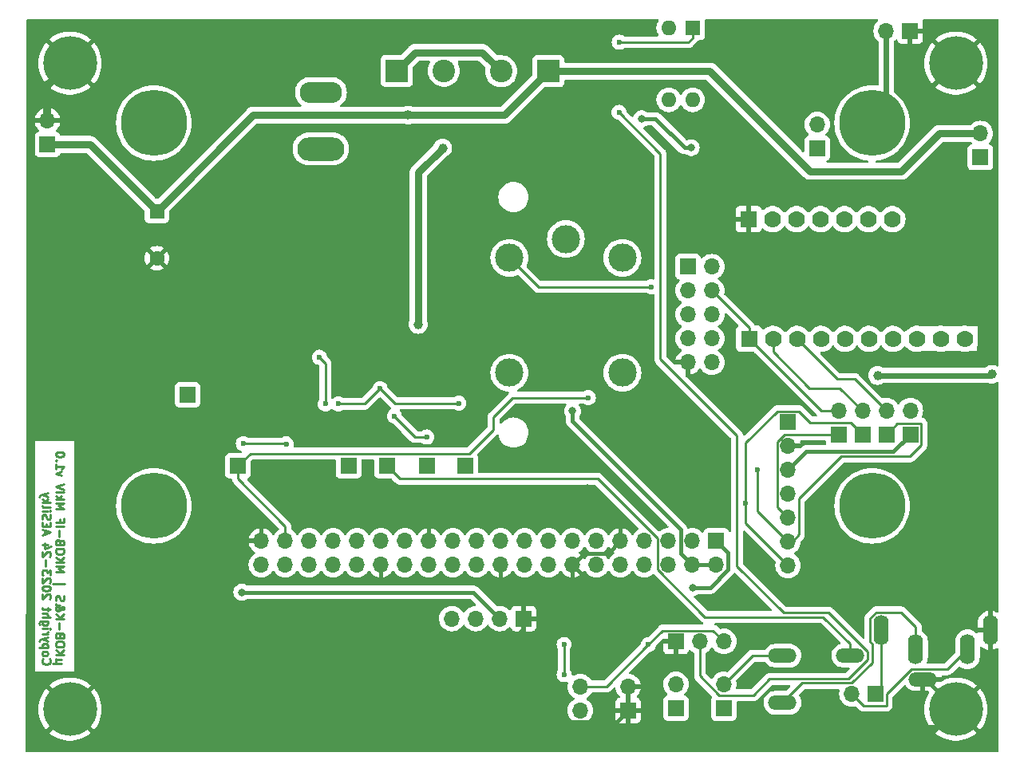
<source format=gbr>
%TF.GenerationSoftware,KiCad,Pcbnew,7.0.2*%
%TF.CreationDate,2024-06-24T19:42:10-07:00*%
%TF.ProjectId,MK-KS-MkIV.kicad_pro,4d4b2d4b-532d-44d6-9b49-562e6b696361,1.0*%
%TF.SameCoordinates,PX3a67068PY9f701d0*%
%TF.FileFunction,Copper,L2,Bot*%
%TF.FilePolarity,Positive*%
%FSLAX46Y46*%
G04 Gerber Fmt 4.6, Leading zero omitted, Abs format (unit mm)*
G04 Created by KiCad (PCBNEW 7.0.2) date 2024-06-24 19:42:10*
%MOMM*%
%LPD*%
G01*
G04 APERTURE LIST*
%ADD10C,0.222250*%
%TA.AperFunction,NonConductor*%
%ADD11C,0.222250*%
%TD*%
%TA.AperFunction,ComponentPad*%
%ADD12R,1.700000X1.700000*%
%TD*%
%TA.AperFunction,ComponentPad*%
%ADD13O,1.700000X1.700000*%
%TD*%
%TA.AperFunction,ComponentPad*%
%ADD14C,3.000000*%
%TD*%
%TA.AperFunction,ComponentPad*%
%ADD15O,3.016000X1.508000*%
%TD*%
%TA.AperFunction,ComponentPad*%
%ADD16C,3.600000*%
%TD*%
%TA.AperFunction,ConnectorPad*%
%ADD17C,5.700000*%
%TD*%
%TA.AperFunction,ComponentPad*%
%ADD18O,1.600000X3.200000*%
%TD*%
%TA.AperFunction,ComponentPad*%
%ADD19R,2.400000X2.400000*%
%TD*%
%TA.AperFunction,ComponentPad*%
%ADD20C,2.400000*%
%TD*%
%TA.AperFunction,ComponentPad*%
%ADD21R,1.600000X1.600000*%
%TD*%
%TA.AperFunction,ComponentPad*%
%ADD22O,1.600000X1.600000*%
%TD*%
%TA.AperFunction,ComponentPad*%
%ADD23R,1.778000X1.778000*%
%TD*%
%TA.AperFunction,ComponentPad*%
%ADD24C,1.778000*%
%TD*%
%TA.AperFunction,ComponentPad*%
%ADD25C,4.700000*%
%TD*%
%TA.AperFunction,ConnectorPad*%
%ADD26C,7.000000*%
%TD*%
%TA.AperFunction,ComponentPad*%
%ADD27C,1.600000*%
%TD*%
%TA.AperFunction,ComponentPad*%
%ADD28O,5.000000X2.500000*%
%TD*%
%TA.AperFunction,ComponentPad*%
%ADD29O,4.500000X2.250000*%
%TD*%
%TA.AperFunction,ViaPad*%
%ADD30C,0.800000*%
%TD*%
%TA.AperFunction,ViaPad*%
%ADD31C,0.600000*%
%TD*%
%TA.AperFunction,ViaPad*%
%ADD32C,1.000000*%
%TD*%
%TA.AperFunction,Conductor*%
%ADD33C,0.400000*%
%TD*%
%TA.AperFunction,Conductor*%
%ADD34C,0.250000*%
%TD*%
%TA.AperFunction,Conductor*%
%ADD35C,0.812800*%
%TD*%
%TA.AperFunction,Conductor*%
%ADD36C,0.800000*%
%TD*%
%TA.AperFunction,Conductor*%
%ADD37C,0.600000*%
%TD*%
G04 APERTURE END LIST*
D10*
D11*
X-930358Y4829667D02*
X-1819358Y4829667D01*
X-1396025Y5253000D02*
X-1480691Y5295334D01*
X-1480691Y5295334D02*
X-1523025Y5380000D01*
X-1396025Y4829667D02*
X-1480691Y4872000D01*
X-1480691Y4872000D02*
X-1523025Y4956667D01*
X-1523025Y4956667D02*
X-1523025Y5126000D01*
X-1523025Y5126000D02*
X-1480691Y5210667D01*
X-1480691Y5210667D02*
X-1396025Y5253000D01*
X-1396025Y5253000D02*
X-930358Y5253000D01*
X-1523025Y5761000D02*
X-634025Y5761000D01*
X-1523025Y6269000D02*
X-1015025Y5888000D01*
X-634025Y6269000D02*
X-1142025Y5761000D01*
X-634025Y6819333D02*
X-634025Y6988667D01*
X-634025Y6988667D02*
X-676358Y7073333D01*
X-676358Y7073333D02*
X-761025Y7158000D01*
X-761025Y7158000D02*
X-930358Y7200333D01*
X-930358Y7200333D02*
X-1226691Y7200333D01*
X-1226691Y7200333D02*
X-1396025Y7158000D01*
X-1396025Y7158000D02*
X-1480691Y7073333D01*
X-1480691Y7073333D02*
X-1523025Y6988667D01*
X-1523025Y6988667D02*
X-1523025Y6819333D01*
X-1523025Y6819333D02*
X-1480691Y6734667D01*
X-1480691Y6734667D02*
X-1396025Y6650000D01*
X-1396025Y6650000D02*
X-1226691Y6607667D01*
X-1226691Y6607667D02*
X-930358Y6607667D01*
X-930358Y6607667D02*
X-761025Y6650000D01*
X-761025Y6650000D02*
X-676358Y6734667D01*
X-676358Y6734667D02*
X-634025Y6819333D01*
X-1057358Y7877666D02*
X-1099691Y8004666D01*
X-1099691Y8004666D02*
X-1142025Y8047000D01*
X-1142025Y8047000D02*
X-1226691Y8089333D01*
X-1226691Y8089333D02*
X-1353691Y8089333D01*
X-1353691Y8089333D02*
X-1438358Y8047000D01*
X-1438358Y8047000D02*
X-1480691Y8004666D01*
X-1480691Y8004666D02*
X-1523025Y7920000D01*
X-1523025Y7920000D02*
X-1523025Y7581333D01*
X-1523025Y7581333D02*
X-634025Y7581333D01*
X-634025Y7581333D02*
X-634025Y7877666D01*
X-634025Y7877666D02*
X-676358Y7962333D01*
X-676358Y7962333D02*
X-718691Y8004666D01*
X-718691Y8004666D02*
X-803358Y8047000D01*
X-803358Y8047000D02*
X-888025Y8047000D01*
X-888025Y8047000D02*
X-972691Y8004666D01*
X-972691Y8004666D02*
X-1015025Y7962333D01*
X-1015025Y7962333D02*
X-1057358Y7877666D01*
X-1057358Y7877666D02*
X-1057358Y7581333D01*
X-1184358Y8470333D02*
X-1184358Y9147666D01*
X-1523025Y9571000D02*
X-634025Y9571000D01*
X-1523025Y10079000D02*
X-1015025Y9698000D01*
X-634025Y10079000D02*
X-1142025Y9571000D01*
X-1523025Y11179667D02*
X-1523025Y11137333D01*
X-1523025Y11137333D02*
X-1480691Y11052667D01*
X-1480691Y11052667D02*
X-1353691Y10925667D01*
X-1353691Y10925667D02*
X-1099691Y10714000D01*
X-1099691Y10714000D02*
X-972691Y10629333D01*
X-972691Y10629333D02*
X-845691Y10587000D01*
X-845691Y10587000D02*
X-761025Y10587000D01*
X-761025Y10587000D02*
X-676358Y10629333D01*
X-676358Y10629333D02*
X-634025Y10714000D01*
X-634025Y10714000D02*
X-634025Y10756333D01*
X-634025Y10756333D02*
X-676358Y10841000D01*
X-676358Y10841000D02*
X-761025Y10883333D01*
X-761025Y10883333D02*
X-803358Y10883333D01*
X-803358Y10883333D02*
X-888025Y10841000D01*
X-888025Y10841000D02*
X-930358Y10798667D01*
X-930358Y10798667D02*
X-1099691Y10544667D01*
X-1099691Y10544667D02*
X-1142025Y10502333D01*
X-1142025Y10502333D02*
X-1226691Y10460000D01*
X-1226691Y10460000D02*
X-1353691Y10460000D01*
X-1353691Y10460000D02*
X-1438358Y10502333D01*
X-1438358Y10502333D02*
X-1480691Y10544667D01*
X-1480691Y10544667D02*
X-1523025Y10629333D01*
X-1523025Y10629333D02*
X-1523025Y10756333D01*
X-1523025Y10756333D02*
X-1480691Y10841000D01*
X-1480691Y10841000D02*
X-1438358Y10883333D01*
X-1438358Y10883333D02*
X-1269025Y11010333D01*
X-1269025Y11010333D02*
X-1142025Y11052667D01*
X-1142025Y11052667D02*
X-1057358Y11052667D01*
X-1480691Y11518334D02*
X-1523025Y11645334D01*
X-1523025Y11645334D02*
X-1523025Y11857000D01*
X-1523025Y11857000D02*
X-1480691Y11941667D01*
X-1480691Y11941667D02*
X-1438358Y11984000D01*
X-1438358Y11984000D02*
X-1353691Y12026334D01*
X-1353691Y12026334D02*
X-1269025Y12026334D01*
X-1269025Y12026334D02*
X-1184358Y11984000D01*
X-1184358Y11984000D02*
X-1142025Y11941667D01*
X-1142025Y11941667D02*
X-1099691Y11857000D01*
X-1099691Y11857000D02*
X-1057358Y11687667D01*
X-1057358Y11687667D02*
X-1015025Y11603000D01*
X-1015025Y11603000D02*
X-972691Y11560667D01*
X-972691Y11560667D02*
X-888025Y11518334D01*
X-888025Y11518334D02*
X-803358Y11518334D01*
X-803358Y11518334D02*
X-718691Y11560667D01*
X-718691Y11560667D02*
X-676358Y11603000D01*
X-676358Y11603000D02*
X-634025Y11687667D01*
X-634025Y11687667D02*
X-634025Y11899334D01*
X-634025Y11899334D02*
X-676358Y12026334D01*
X-1819358Y13296334D02*
X-549358Y13296334D01*
X-1523025Y14608667D02*
X-634025Y14608667D01*
X-634025Y14608667D02*
X-1269025Y14905000D01*
X-1269025Y14905000D02*
X-634025Y15201334D01*
X-634025Y15201334D02*
X-1523025Y15201334D01*
X-1523025Y15624667D02*
X-634025Y15624667D01*
X-1523025Y16132667D02*
X-1015025Y15751667D01*
X-634025Y16132667D02*
X-1142025Y15624667D01*
X-634025Y16683000D02*
X-634025Y16852334D01*
X-634025Y16852334D02*
X-676358Y16937000D01*
X-676358Y16937000D02*
X-761025Y17021667D01*
X-761025Y17021667D02*
X-930358Y17064000D01*
X-930358Y17064000D02*
X-1226691Y17064000D01*
X-1226691Y17064000D02*
X-1396025Y17021667D01*
X-1396025Y17021667D02*
X-1480691Y16937000D01*
X-1480691Y16937000D02*
X-1523025Y16852334D01*
X-1523025Y16852334D02*
X-1523025Y16683000D01*
X-1523025Y16683000D02*
X-1480691Y16598334D01*
X-1480691Y16598334D02*
X-1396025Y16513667D01*
X-1396025Y16513667D02*
X-1226691Y16471334D01*
X-1226691Y16471334D02*
X-930358Y16471334D01*
X-930358Y16471334D02*
X-761025Y16513667D01*
X-761025Y16513667D02*
X-676358Y16598334D01*
X-676358Y16598334D02*
X-634025Y16683000D01*
X-1057358Y17741333D02*
X-1099691Y17868333D01*
X-1099691Y17868333D02*
X-1142025Y17910667D01*
X-1142025Y17910667D02*
X-1226691Y17953000D01*
X-1226691Y17953000D02*
X-1353691Y17953000D01*
X-1353691Y17953000D02*
X-1438358Y17910667D01*
X-1438358Y17910667D02*
X-1480691Y17868333D01*
X-1480691Y17868333D02*
X-1523025Y17783667D01*
X-1523025Y17783667D02*
X-1523025Y17445000D01*
X-1523025Y17445000D02*
X-634025Y17445000D01*
X-634025Y17445000D02*
X-634025Y17741333D01*
X-634025Y17741333D02*
X-676358Y17826000D01*
X-676358Y17826000D02*
X-718691Y17868333D01*
X-718691Y17868333D02*
X-803358Y17910667D01*
X-803358Y17910667D02*
X-888025Y17910667D01*
X-888025Y17910667D02*
X-972691Y17868333D01*
X-972691Y17868333D02*
X-1015025Y17826000D01*
X-1015025Y17826000D02*
X-1057358Y17741333D01*
X-1057358Y17741333D02*
X-1057358Y17445000D01*
X-1184358Y18334000D02*
X-1184358Y19011333D01*
X-1523025Y19434667D02*
X-634025Y19434667D01*
X-1057358Y20154333D02*
X-1057358Y19858000D01*
X-1523025Y19858000D02*
X-634025Y19858000D01*
X-634025Y19858000D02*
X-634025Y20281333D01*
X-1523025Y21297333D02*
X-634025Y21297333D01*
X-634025Y21297333D02*
X-1269025Y21593666D01*
X-1269025Y21593666D02*
X-634025Y21890000D01*
X-634025Y21890000D02*
X-1523025Y21890000D01*
X-1523025Y22313333D02*
X-634025Y22313333D01*
X-1184358Y22398000D02*
X-1523025Y22652000D01*
X-930358Y22652000D02*
X-1269025Y22313333D01*
X-1523025Y23033000D02*
X-634025Y23033000D01*
X-634025Y23329333D02*
X-1523025Y23625666D01*
X-1523025Y23625666D02*
X-634025Y23922000D01*
X-930358Y24810999D02*
X-1523025Y25022666D01*
X-1523025Y25022666D02*
X-930358Y25234333D01*
X-1523025Y26038666D02*
X-1523025Y25530666D01*
X-1523025Y25784666D02*
X-634025Y25784666D01*
X-634025Y25784666D02*
X-761025Y25699999D01*
X-761025Y25699999D02*
X-845691Y25615332D01*
X-845691Y25615332D02*
X-888025Y25530666D01*
X-1438358Y26419666D02*
X-1480691Y26461999D01*
X-1480691Y26461999D02*
X-1523025Y26419666D01*
X-1523025Y26419666D02*
X-1480691Y26377333D01*
X-1480691Y26377333D02*
X-1438358Y26419666D01*
X-1438358Y26419666D02*
X-1523025Y26419666D01*
X-634025Y27012332D02*
X-634025Y27096999D01*
X-634025Y27096999D02*
X-676358Y27181666D01*
X-676358Y27181666D02*
X-718691Y27223999D01*
X-718691Y27223999D02*
X-803358Y27266332D01*
X-803358Y27266332D02*
X-972691Y27308666D01*
X-972691Y27308666D02*
X-1184358Y27308666D01*
X-1184358Y27308666D02*
X-1353691Y27266332D01*
X-1353691Y27266332D02*
X-1438358Y27223999D01*
X-1438358Y27223999D02*
X-1480691Y27181666D01*
X-1480691Y27181666D02*
X-1523025Y27096999D01*
X-1523025Y27096999D02*
X-1523025Y27012332D01*
X-1523025Y27012332D02*
X-1480691Y26927666D01*
X-1480691Y26927666D02*
X-1438358Y26885332D01*
X-1438358Y26885332D02*
X-1353691Y26842999D01*
X-1353691Y26842999D02*
X-1184358Y26800666D01*
X-1184358Y26800666D02*
X-972691Y26800666D01*
X-972691Y26800666D02*
X-803358Y26842999D01*
X-803358Y26842999D02*
X-718691Y26885332D01*
X-718691Y26885332D02*
X-676358Y26927666D01*
X-676358Y26927666D02*
X-634025Y27012332D01*
X-2878538Y5337667D02*
X-2920871Y5295334D01*
X-2920871Y5295334D02*
X-2963205Y5168334D01*
X-2963205Y5168334D02*
X-2963205Y5083667D01*
X-2963205Y5083667D02*
X-2920871Y4956667D01*
X-2920871Y4956667D02*
X-2836205Y4872000D01*
X-2836205Y4872000D02*
X-2751538Y4829667D01*
X-2751538Y4829667D02*
X-2582205Y4787334D01*
X-2582205Y4787334D02*
X-2455205Y4787334D01*
X-2455205Y4787334D02*
X-2285871Y4829667D01*
X-2285871Y4829667D02*
X-2201205Y4872000D01*
X-2201205Y4872000D02*
X-2116538Y4956667D01*
X-2116538Y4956667D02*
X-2074205Y5083667D01*
X-2074205Y5083667D02*
X-2074205Y5168334D01*
X-2074205Y5168334D02*
X-2116538Y5295334D01*
X-2116538Y5295334D02*
X-2158871Y5337667D01*
X-2963205Y5845667D02*
X-2920871Y5761000D01*
X-2920871Y5761000D02*
X-2878538Y5718667D01*
X-2878538Y5718667D02*
X-2793871Y5676334D01*
X-2793871Y5676334D02*
X-2539871Y5676334D01*
X-2539871Y5676334D02*
X-2455205Y5718667D01*
X-2455205Y5718667D02*
X-2412871Y5761000D01*
X-2412871Y5761000D02*
X-2370538Y5845667D01*
X-2370538Y5845667D02*
X-2370538Y5972667D01*
X-2370538Y5972667D02*
X-2412871Y6057334D01*
X-2412871Y6057334D02*
X-2455205Y6099667D01*
X-2455205Y6099667D02*
X-2539871Y6142000D01*
X-2539871Y6142000D02*
X-2793871Y6142000D01*
X-2793871Y6142000D02*
X-2878538Y6099667D01*
X-2878538Y6099667D02*
X-2920871Y6057334D01*
X-2920871Y6057334D02*
X-2963205Y5972667D01*
X-2963205Y5972667D02*
X-2963205Y5845667D01*
X-2370538Y6523000D02*
X-3259538Y6523000D01*
X-2412871Y6523000D02*
X-2370538Y6607667D01*
X-2370538Y6607667D02*
X-2370538Y6777000D01*
X-2370538Y6777000D02*
X-2412871Y6861667D01*
X-2412871Y6861667D02*
X-2455205Y6904000D01*
X-2455205Y6904000D02*
X-2539871Y6946333D01*
X-2539871Y6946333D02*
X-2793871Y6946333D01*
X-2793871Y6946333D02*
X-2878538Y6904000D01*
X-2878538Y6904000D02*
X-2920871Y6861667D01*
X-2920871Y6861667D02*
X-2963205Y6777000D01*
X-2963205Y6777000D02*
X-2963205Y6607667D01*
X-2963205Y6607667D02*
X-2920871Y6523000D01*
X-2370538Y7242666D02*
X-2963205Y7454333D01*
X-2370538Y7666000D02*
X-2963205Y7454333D01*
X-2963205Y7454333D02*
X-3174871Y7369666D01*
X-3174871Y7369666D02*
X-3217205Y7327333D01*
X-3217205Y7327333D02*
X-3259538Y7242666D01*
X-2963205Y8004666D02*
X-2370538Y8004666D01*
X-2539871Y8004666D02*
X-2455205Y8046999D01*
X-2455205Y8046999D02*
X-2412871Y8089333D01*
X-2412871Y8089333D02*
X-2370538Y8173999D01*
X-2370538Y8173999D02*
X-2370538Y8258666D01*
X-2963205Y8554999D02*
X-2370538Y8554999D01*
X-2074205Y8554999D02*
X-2116538Y8512666D01*
X-2116538Y8512666D02*
X-2158871Y8554999D01*
X-2158871Y8554999D02*
X-2116538Y8597332D01*
X-2116538Y8597332D02*
X-2074205Y8554999D01*
X-2074205Y8554999D02*
X-2158871Y8554999D01*
X-2370538Y9359332D02*
X-3090205Y9359332D01*
X-3090205Y9359332D02*
X-3174871Y9316999D01*
X-3174871Y9316999D02*
X-3217205Y9274665D01*
X-3217205Y9274665D02*
X-3259538Y9189999D01*
X-3259538Y9189999D02*
X-3259538Y9062999D01*
X-3259538Y9062999D02*
X-3217205Y8978332D01*
X-2920871Y9359332D02*
X-2963205Y9274665D01*
X-2963205Y9274665D02*
X-2963205Y9105332D01*
X-2963205Y9105332D02*
X-2920871Y9020665D01*
X-2920871Y9020665D02*
X-2878538Y8978332D01*
X-2878538Y8978332D02*
X-2793871Y8935999D01*
X-2793871Y8935999D02*
X-2539871Y8935999D01*
X-2539871Y8935999D02*
X-2455205Y8978332D01*
X-2455205Y8978332D02*
X-2412871Y9020665D01*
X-2412871Y9020665D02*
X-2370538Y9105332D01*
X-2370538Y9105332D02*
X-2370538Y9274665D01*
X-2370538Y9274665D02*
X-2412871Y9359332D01*
X-2963205Y9782665D02*
X-2074205Y9782665D01*
X-2963205Y10163665D02*
X-2497538Y10163665D01*
X-2497538Y10163665D02*
X-2412871Y10121332D01*
X-2412871Y10121332D02*
X-2370538Y10036665D01*
X-2370538Y10036665D02*
X-2370538Y9909665D01*
X-2370538Y9909665D02*
X-2412871Y9824998D01*
X-2412871Y9824998D02*
X-2455205Y9782665D01*
X-2370538Y10459998D02*
X-2370538Y10798665D01*
X-2074205Y10586998D02*
X-2836205Y10586998D01*
X-2836205Y10586998D02*
X-2920871Y10629331D01*
X-2920871Y10629331D02*
X-2963205Y10713998D01*
X-2963205Y10713998D02*
X-2963205Y10798665D01*
X-2158871Y11729998D02*
X-2116538Y11772331D01*
X-2116538Y11772331D02*
X-2074205Y11856998D01*
X-2074205Y11856998D02*
X-2074205Y12068664D01*
X-2074205Y12068664D02*
X-2116538Y12153331D01*
X-2116538Y12153331D02*
X-2158871Y12195664D01*
X-2158871Y12195664D02*
X-2243538Y12237998D01*
X-2243538Y12237998D02*
X-2328205Y12237998D01*
X-2328205Y12237998D02*
X-2455205Y12195664D01*
X-2455205Y12195664D02*
X-2963205Y11687664D01*
X-2963205Y11687664D02*
X-2963205Y12237998D01*
X-2074205Y12788331D02*
X-2074205Y12872998D01*
X-2074205Y12872998D02*
X-2116538Y12957665D01*
X-2116538Y12957665D02*
X-2158871Y12999998D01*
X-2158871Y12999998D02*
X-2243538Y13042331D01*
X-2243538Y13042331D02*
X-2412871Y13084665D01*
X-2412871Y13084665D02*
X-2624538Y13084665D01*
X-2624538Y13084665D02*
X-2793871Y13042331D01*
X-2793871Y13042331D02*
X-2878538Y12999998D01*
X-2878538Y12999998D02*
X-2920871Y12957665D01*
X-2920871Y12957665D02*
X-2963205Y12872998D01*
X-2963205Y12872998D02*
X-2963205Y12788331D01*
X-2963205Y12788331D02*
X-2920871Y12703665D01*
X-2920871Y12703665D02*
X-2878538Y12661331D01*
X-2878538Y12661331D02*
X-2793871Y12618998D01*
X-2793871Y12618998D02*
X-2624538Y12576665D01*
X-2624538Y12576665D02*
X-2412871Y12576665D01*
X-2412871Y12576665D02*
X-2243538Y12618998D01*
X-2243538Y12618998D02*
X-2158871Y12661331D01*
X-2158871Y12661331D02*
X-2116538Y12703665D01*
X-2116538Y12703665D02*
X-2074205Y12788331D01*
X-2158871Y13423332D02*
X-2116538Y13465665D01*
X-2116538Y13465665D02*
X-2074205Y13550332D01*
X-2074205Y13550332D02*
X-2074205Y13761998D01*
X-2074205Y13761998D02*
X-2116538Y13846665D01*
X-2116538Y13846665D02*
X-2158871Y13888998D01*
X-2158871Y13888998D02*
X-2243538Y13931332D01*
X-2243538Y13931332D02*
X-2328205Y13931332D01*
X-2328205Y13931332D02*
X-2455205Y13888998D01*
X-2455205Y13888998D02*
X-2963205Y13380998D01*
X-2963205Y13380998D02*
X-2963205Y13931332D01*
X-2074205Y14227665D02*
X-2074205Y14777999D01*
X-2074205Y14777999D02*
X-2412871Y14481665D01*
X-2412871Y14481665D02*
X-2412871Y14608665D01*
X-2412871Y14608665D02*
X-2455205Y14693332D01*
X-2455205Y14693332D02*
X-2497538Y14735665D01*
X-2497538Y14735665D02*
X-2582205Y14777999D01*
X-2582205Y14777999D02*
X-2793871Y14777999D01*
X-2793871Y14777999D02*
X-2878538Y14735665D01*
X-2878538Y14735665D02*
X-2920871Y14693332D01*
X-2920871Y14693332D02*
X-2963205Y14608665D01*
X-2963205Y14608665D02*
X-2963205Y14354665D01*
X-2963205Y14354665D02*
X-2920871Y14269999D01*
X-2920871Y14269999D02*
X-2878538Y14227665D01*
X-2624538Y15158999D02*
X-2624538Y15836332D01*
X-2158871Y16217333D02*
X-2116538Y16259666D01*
X-2116538Y16259666D02*
X-2074205Y16344333D01*
X-2074205Y16344333D02*
X-2074205Y16555999D01*
X-2074205Y16555999D02*
X-2116538Y16640666D01*
X-2116538Y16640666D02*
X-2158871Y16682999D01*
X-2158871Y16682999D02*
X-2243538Y16725333D01*
X-2243538Y16725333D02*
X-2328205Y16725333D01*
X-2328205Y16725333D02*
X-2455205Y16682999D01*
X-2455205Y16682999D02*
X-2963205Y16174999D01*
X-2963205Y16174999D02*
X-2963205Y16725333D01*
X-2370538Y17487333D02*
X-2963205Y17487333D01*
X-2031871Y17275666D02*
X-2666871Y17064000D01*
X-2666871Y17064000D02*
X-2666871Y17614333D01*
X-2709205Y18588000D02*
X-2709205Y19011333D01*
X-2963205Y18503333D02*
X-2074205Y18799666D01*
X-2074205Y18799666D02*
X-2963205Y19096000D01*
X-2497538Y19392333D02*
X-2497538Y19688666D01*
X-2963205Y19815666D02*
X-2963205Y19392333D01*
X-2963205Y19392333D02*
X-2074205Y19392333D01*
X-2074205Y19392333D02*
X-2074205Y19815666D01*
X-2920871Y20154333D02*
X-2963205Y20281333D01*
X-2963205Y20281333D02*
X-2963205Y20492999D01*
X-2963205Y20492999D02*
X-2920871Y20577666D01*
X-2920871Y20577666D02*
X-2878538Y20619999D01*
X-2878538Y20619999D02*
X-2793871Y20662333D01*
X-2793871Y20662333D02*
X-2709205Y20662333D01*
X-2709205Y20662333D02*
X-2624538Y20619999D01*
X-2624538Y20619999D02*
X-2582205Y20577666D01*
X-2582205Y20577666D02*
X-2539871Y20492999D01*
X-2539871Y20492999D02*
X-2497538Y20323666D01*
X-2497538Y20323666D02*
X-2455205Y20238999D01*
X-2455205Y20238999D02*
X-2412871Y20196666D01*
X-2412871Y20196666D02*
X-2328205Y20154333D01*
X-2328205Y20154333D02*
X-2243538Y20154333D01*
X-2243538Y20154333D02*
X-2158871Y20196666D01*
X-2158871Y20196666D02*
X-2116538Y20238999D01*
X-2116538Y20238999D02*
X-2074205Y20323666D01*
X-2074205Y20323666D02*
X-2074205Y20535333D01*
X-2074205Y20535333D02*
X-2116538Y20662333D01*
X-2963205Y21043333D02*
X-2370538Y21043333D01*
X-2074205Y21043333D02*
X-2116538Y21001000D01*
X-2116538Y21001000D02*
X-2158871Y21043333D01*
X-2158871Y21043333D02*
X-2116538Y21085666D01*
X-2116538Y21085666D02*
X-2074205Y21043333D01*
X-2074205Y21043333D02*
X-2158871Y21043333D01*
X-2963205Y21593666D02*
X-2920871Y21508999D01*
X-2920871Y21508999D02*
X-2836205Y21466666D01*
X-2836205Y21466666D02*
X-2074205Y21466666D01*
X-2963205Y21932333D02*
X-2074205Y21932333D01*
X-2624538Y22017000D02*
X-2963205Y22271000D01*
X-2370538Y22271000D02*
X-2709205Y21932333D01*
X-2370538Y22567333D02*
X-2963205Y22779000D01*
X-2370538Y22990667D02*
X-2963205Y22779000D01*
X-2963205Y22779000D02*
X-3174871Y22694333D01*
X-3174871Y22694333D02*
X-3217205Y22652000D01*
X-3217205Y22652000D02*
X-3259538Y22567333D01*
D12*
%TO.P,J6,1,Pin_1*%
%TO.N,GND*%
X48130600Y9626800D03*
D13*
%TO.P,J6,2,Pin_2*%
%TO.N,+3.3V*%
X45590600Y9626800D03*
%TO.P,J6,3,Pin_3*%
%TO.N,/SCL*%
X43050600Y9626800D03*
%TO.P,J6,4,Pin_4*%
%TO.N,/SDA*%
X40510600Y9626800D03*
%TD*%
D12*
%TO.P,J1,1,Pin_1*%
%TO.N,GND*%
X76174600Y30486800D03*
D13*
%TO.P,J1,2,Pin_2*%
X76174600Y27946800D03*
%TO.P,J1,3,Pin_3*%
%TO.N,+3.3V*%
X76174600Y25406800D03*
%TO.P,J1,4,Pin_4*%
%TO.N,+5V*%
X76174600Y22866800D03*
%TO.P,J1,5,Pin_5*%
%TO.N,/SNDR_EN*%
X76174600Y20326800D03*
%TO.P,J1,6,Pin_6*%
%TO.N,/KEY_PDL_DOT-*%
X76174600Y17786800D03*
%TO.P,J1,7,Pin_7*%
%TO.N,/PDL_DASH-*%
X76174600Y15246800D03*
%TD*%
D14*
%TO.P,RLY1,11*%
%TO.N,unconnected-(RLY1-Pad11)*%
X52609000Y49924000D03*
%TO.P,RLY1,12*%
%TO.N,unconnected-(RLY1-Pad12)*%
X58609000Y35724000D03*
%TO.P,RLY1,14*%
%TO.N,unconnected-(RLY1-Pad14)*%
X46609000Y35724000D03*
%TO.P,RLY1,A1*%
%TO.N,/SER*%
X46609000Y47924000D03*
%TO.P,RLY1,A2*%
%TO.N,Net-(R5-Pad2)*%
X58609000Y47924000D03*
%TD*%
D12*
%TO.P,TP5,1,Pin_1*%
%TO.N,/KOB_KEY-*%
X33649200Y25830800D03*
%TD*%
D15*
%TO.P,J3,1*%
%TO.N,GND*%
X90482000Y3185000D03*
%TO.P,J3,2*%
%TO.N,/KEY_PDL-*%
X75582000Y5685000D03*
%TO.P,J3,3*%
%TO.N,/PDL_DASH-*%
X75582000Y685000D03*
%TO.P,J3,4*%
%TO.N,/KOB_KEY-*%
X82782000Y5685000D03*
%TD*%
D16*
%TO.P,M_KSI4,1,1*%
%TO.N,GND*%
X0Y0D03*
D17*
X0Y0D03*
%TD*%
D18*
%TO.P,J7,1*%
%TO.N,GND*%
X97610000Y8375000D03*
%TO.P,J7,2*%
%TO.N,/KEY_PDL-*%
X95210000Y6375000D03*
%TO.P,J7,3*%
%TO.N,/PDL_DASH-*%
X89710000Y6375000D03*
%TO.P,J7,4*%
%TO.N,/KOB_KEY-*%
X86010000Y8375000D03*
%TD*%
D12*
%TO.P,JP3,1,A*%
%TO.N,/DASH-*%
X64280600Y112800D03*
D13*
%TO.P,JP3,2,B*%
%TO.N,/PDL_DASH-*%
X64280600Y2652800D03*
%TD*%
D12*
%TO.P,JP7,1,A*%
%TO.N,+3.3V*%
X89151600Y29171800D03*
D13*
%TO.P,JP7,2,B*%
%TO.N,/V3.3I*%
X89151600Y31711800D03*
%TD*%
D19*
%TO.P,ST1,1,Pin_1*%
%TO.N,/LP1*%
X34672000Y67785000D03*
D20*
%TO.P,ST1,2,Pin_2*%
%TO.N,/LP2*%
X39672000Y67785000D03*
%TD*%
D12*
%TO.P,TP6,1,Pin_1*%
%TO.N,/SNDR_EN-*%
X12465000Y33387000D03*
%TD*%
D21*
%TO.P,SW4,1*%
%TO.N,/SEL*%
X66056000Y72318000D03*
D22*
%TO.P,SW4,2*%
%TO.N,/SER*%
X63516000Y72318000D03*
%TO.P,SW4,3*%
%TO.N,/SLG-C*%
X63516000Y64698000D03*
%TO.P,SW4,4*%
X66056000Y64698000D03*
%TD*%
D23*
%TO.P,U1,1L,GND*%
%TO.N,GND*%
X72004600Y52028800D03*
%TO.P,U1,1R,RTS*%
%TO.N,/RTS*%
X72050600Y39328800D03*
D24*
%TO.P,U1,2L,TXD*%
%TO.N,/TXD*%
X74544600Y52028800D03*
%TO.P,U1,2R,CTS*%
%TO.N,/CTS*%
X74590600Y39328800D03*
%TO.P,U1,3L,RXD*%
%TO.N,/RXD*%
X77084600Y52028800D03*
%TO.P,U1,3R,DSR*%
%TO.N,/DSR*%
X77130600Y39328800D03*
%TO.P,U1,4L,VBUS*%
%TO.N,/VBUS*%
X79624600Y52028800D03*
%TO.P,U1,4R,DTR*%
%TO.N,/DTR*%
X79670600Y39328800D03*
%TO.P,U1,5L,CBUS0*%
%TO.N,unconnected-(U1-CBUS0-Pad5L)*%
X82164600Y52028800D03*
%TO.P,U1,5R,DCD*%
%TO.N,Net-(J4-Pin_1)*%
X82210600Y39328800D03*
%TO.P,U1,6L,CBUS3*%
%TO.N,unconnected-(U1-CBUS3-Pad6L)*%
X84704600Y52028800D03*
%TO.P,U1,6R,RI*%
%TO.N,/RI*%
X84750600Y39328800D03*
%TO.P,U1,7L,Reset#*%
%TO.N,/RESET-*%
X87244600Y52028800D03*
%TO.P,U1,7R,3V3*%
%TO.N,/V3.3I*%
X87290600Y39328800D03*
%TO.P,U1,V1*%
%TO.N,N/C*%
X94910600Y39328800D03*
%TO.P,U1,V2*%
X92370600Y39328800D03*
%TO.P,U1,V3*%
X89830600Y39328800D03*
%TD*%
D12*
%TO.P,TP1,1,Pin_1*%
%TO.N,/LP2*%
X41923600Y25830800D03*
%TD*%
%TO.P,OPa1,1,Pin_1*%
%TO.N,+5V*%
X96577600Y58585800D03*
D13*
%TO.P,OPa1,2,Pin_2*%
%TO.N,/LOOP_PWR*%
X96577600Y61125800D03*
%TD*%
D12*
%TO.P,TP2,1,Pin_1*%
%TO.N,/SNDR_EN*%
X17811200Y25830800D03*
%TD*%
D16*
%TO.P,M_KSI1,1,1*%
%TO.N,GND*%
X0Y68580000D03*
D17*
X0Y68580000D03*
%TD*%
D12*
%TO.P,OP1,1,A*%
%TO.N,GND*%
X64288600Y7199800D03*
D13*
%TO.P,OP1,2,C*%
%TO.N,/SLG*%
X66828600Y7199800D03*
%TO.P,OP1,3,B*%
%TO.N,/DOT-*%
X69368600Y7199800D03*
%TD*%
D12*
%TO.P,TP4,1,Pin_1*%
%TO.N,/LOOP_STATE*%
X29548600Y25830800D03*
%TD*%
%TO.P,JP6,1,A*%
%TO.N,/KEY_PDL_DOT-*%
X86611600Y29171800D03*
D13*
%TO.P,JP6,2,B*%
%TO.N,/DSR*%
X86611600Y31711800D03*
%TD*%
D25*
%TO.P,SHLD-1,1,1*%
%TO.N,Earth*%
X8890000Y62230000D03*
D26*
X8890000Y62230000D03*
%TD*%
D25*
%TO.P,SHLD-2,1,1*%
%TO.N,Earth*%
X85090000Y62230000D03*
D26*
X85090000Y62230000D03*
%TD*%
D13*
%TO.P,SW1,1,A*%
%TO.N,GND*%
X59222600Y2413800D03*
D12*
X59222600Y-126200D03*
D13*
%TO.P,SW1,2,B*%
%TO.N,/DOT-*%
X54142600Y2413800D03*
X54142600Y-126200D03*
%TD*%
D21*
%TO.P,C1,1*%
%TO.N,/LOOP_PWR*%
X9214000Y52878651D03*
D27*
%TO.P,C1,2*%
%TO.N,GND*%
X9214000Y47878651D03*
%TD*%
D12*
%TO.P,JP2,1,A*%
%TO.N,/DOT-*%
X69350600Y112800D03*
D13*
%TO.P,JP2,2,B*%
%TO.N,/KEY_PDL-*%
X69350600Y2652800D03*
%TD*%
D12*
%TO.P,JP1,1,A*%
%TO.N,/KOB_KEY-*%
X85488600Y1620800D03*
D13*
%TO.P,JP1,2,B*%
%TO.N,/KEY_PDL-*%
X82948600Y1620800D03*
%TD*%
D28*
%TO.P,J2,1,In*%
%TO.N,/LPI_A*%
X26617000Y59490000D03*
D29*
%TO.P,J2,2,Ext*%
%TO.N,/LPI_B*%
X26617000Y65490000D03*
%TD*%
D12*
%TO.P,J4,1,Pin_1*%
%TO.N,Net-(J4-Pin_1)*%
X65555600Y46990000D03*
D13*
%TO.P,J4,2,Pin_2*%
%TO.N,/TXD*%
X65555600Y44450000D03*
%TO.P,J4,3,Pin_3*%
%TO.N,/RXD*%
X65555600Y41910000D03*
%TO.P,J4,4,Pin_4*%
%TO.N,/DTR*%
X65555600Y39370000D03*
%TO.P,J4,5,Pin_5*%
%TO.N,GND*%
X65555600Y36830000D03*
%TO.P,J4,6,Pin_6*%
%TO.N,/DSR*%
X68095600Y46990000D03*
%TO.P,J4,7,Pin_7*%
%TO.N,/RTS*%
X68095600Y44450000D03*
%TO.P,J4,8,Pin_8*%
%TO.N,/CTS*%
X68095600Y41910000D03*
%TO.P,J4,9,Pin_9*%
%TO.N,/RI*%
X68095600Y39370000D03*
%TO.P,J4,10,Pin_10*%
%TO.N,Earth*%
X68095600Y36830000D03*
%TD*%
D16*
%TO.P,M_KSI2,1,1*%
%TO.N,GND*%
X93980000Y68580000D03*
D17*
X93980000Y68580000D03*
%TD*%
D19*
%TO.P,ST2,1,Pin_1*%
%TO.N,/LOOP_PWR*%
X50740000Y67740000D03*
D20*
%TO.P,ST2,2,Pin_2*%
%TO.N,/LP1*%
X45740000Y67740000D03*
%TD*%
D25*
%TO.P,SHLD-4,1,1*%
%TO.N,Earth*%
X8890000Y21590000D03*
D26*
X8890000Y21590000D03*
%TD*%
D12*
%TO.P,JP8,1,A*%
%TO.N,/VBUS*%
X79261600Y59553800D03*
D13*
%TO.P,JP8,2,B*%
%TO.N,/V5I*%
X79261600Y62093800D03*
%TD*%
D12*
%TO.P,TP3,1,Pin_1*%
%TO.N,/OFFSET_REF_V*%
X37855600Y25830800D03*
%TD*%
%TO.P,JP10,1,A*%
%TO.N,/LOOP_PWR*%
X-2387000Y59961000D03*
D13*
%TO.P,JP10,2,B*%
%TO.N,GND*%
X-2387000Y62501000D03*
%TD*%
D16*
%TO.P,M_KSI3,1,1*%
%TO.N,GND*%
X93980000Y0D03*
D17*
X93980000Y0D03*
%TD*%
D12*
%TO.P,JP9,1,A*%
%TO.N,GND*%
X89125000Y72011000D03*
D13*
%TO.P,JP9,2,B*%
%TO.N,Earth*%
X86585000Y72011000D03*
%TD*%
D12*
%TO.P,JP5,1,A*%
%TO.N,/PDL_DASH-*%
X84071600Y29171800D03*
D13*
%TO.P,JP5,2,B*%
%TO.N,/CTS*%
X84071600Y31711800D03*
%TD*%
D12*
%TO.P,JP4,1,A*%
%TO.N,/SNDR_EN*%
X81531600Y29171800D03*
D13*
%TO.P,JP4,2,B*%
%TO.N,/RTS*%
X81531600Y31711800D03*
%TD*%
D25*
%TO.P,SHLD-3,1,1*%
%TO.N,Earth*%
X85090000Y21590000D03*
D26*
X85090000Y21590000D03*
%TD*%
D12*
%TO.P,J5,1,P3V3*%
%TO.N,+3.3V*%
X68561600Y17874800D03*
D13*
%TO.P,J5,2,P5V*%
%TO.N,+5V*%
X68561600Y15334800D03*
%TO.P,J5,3,BCM2*%
%TO.N,/SDA*%
X66021600Y17874800D03*
%TO.P,J5,4,P5V*%
%TO.N,+5V*%
X66021600Y15334800D03*
%TO.P,J5,5,BCM3*%
%TO.N,/SCL*%
X63481600Y17874800D03*
%TO.P,J5,6,GND*%
%TO.N,GND*%
X63481600Y15334800D03*
%TO.P,J5,7,BCM4*%
%TO.N,unconnected-(J5-BCM4-Pad7)*%
X60941600Y17874800D03*
%TO.P,J5,8,BCM14*%
%TO.N,unconnected-(J5-BCM14-Pad8)*%
X60941600Y15334800D03*
%TO.P,J5,9,GND*%
%TO.N,GND*%
X58401600Y17874800D03*
%TO.P,J5,10,BCM15*%
%TO.N,unconnected-(J5-BCM15-Pad10)*%
X58401600Y15334800D03*
%TO.P,J5,11,BCM17*%
%TO.N,unconnected-(J5-BCM17-Pad11)*%
X55861600Y17874800D03*
%TO.P,J5,12,BCM18*%
%TO.N,unconnected-(J5-BCM18-Pad12)*%
X55861600Y15334800D03*
%TO.P,J5,13,BCM27*%
%TO.N,unconnected-(J5-BCM27-Pad13)*%
X53321600Y17874800D03*
%TO.P,J5,14,GND*%
%TO.N,GND*%
X53321600Y15334800D03*
%TO.P,J5,15,BCM22*%
%TO.N,unconnected-(J5-BCM22-Pad15)*%
X50781600Y17874800D03*
%TO.P,J5,16,BCM23*%
%TO.N,unconnected-(J5-BCM23-Pad16)*%
X50781600Y15334800D03*
%TO.P,J5,17,P3V3*%
%TO.N,unconnected-(J5-P3V3-Pad17)*%
X48241600Y17874800D03*
%TO.P,J5,18,BCM24*%
%TO.N,unconnected-(J5-BCM24-Pad18)*%
X48241600Y15334800D03*
%TO.P,J5,19,BCM10*%
%TO.N,unconnected-(J5-BCM10-Pad19)*%
X45701600Y17874800D03*
%TO.P,J5,20,GND*%
%TO.N,GND*%
X45701600Y15334800D03*
%TO.P,J5,21,BCM9*%
%TO.N,unconnected-(J5-BCM9-Pad21)*%
X43161600Y17874800D03*
%TO.P,J5,22,BCM25*%
%TO.N,unconnected-(J5-BCM25-Pad22)*%
X43161600Y15334800D03*
%TO.P,J5,23,BCM11*%
%TO.N,unconnected-(J5-BCM11-Pad23)*%
X40621600Y17874800D03*
%TO.P,J5,24,BCM8*%
%TO.N,unconnected-(J5-BCM8-Pad24)*%
X40621600Y15334800D03*
%TO.P,J5,25,GND*%
%TO.N,GND*%
X38081600Y17874800D03*
%TO.P,J5,26,BCM7*%
%TO.N,unconnected-(J5-BCM7-Pad26)*%
X38081600Y15334800D03*
%TO.P,J5,27,BCM0*%
%TO.N,unconnected-(J5-BCM0-Pad27)*%
X35541600Y17874800D03*
%TO.P,J5,28,BCM1*%
%TO.N,unconnected-(J5-BCM1-Pad28)*%
X35541600Y15334800D03*
%TO.P,J5,29,BCM5*%
%TO.N,unconnected-(J5-BCM5-Pad29)*%
X33001600Y17874800D03*
%TO.P,J5,30,GND*%
%TO.N,GND*%
X33001600Y15334800D03*
%TO.P,J5,31,BCM6*%
%TO.N,unconnected-(J5-BCM6-Pad31)*%
X30461600Y17874800D03*
%TO.P,J5,32,BCM12*%
%TO.N,unconnected-(J5-BCM12-Pad32)*%
X30461600Y15334800D03*
%TO.P,J5,33,BCM13*%
%TO.N,unconnected-(J5-BCM13-Pad33)*%
X27921600Y17874800D03*
%TO.P,J5,34,GND*%
%TO.N,unconnected-(J5-GND-Pad34)*%
X27921600Y15334800D03*
%TO.P,J5,35,BCM19*%
%TO.N,unconnected-(J5-BCM19-Pad35)*%
X25381600Y17874800D03*
%TO.P,J5,36,BCM16*%
%TO.N,unconnected-(J5-BCM16-Pad36)*%
X25381600Y15334800D03*
%TO.P,J5,37,BCM26*%
%TO.N,/SNDR_EN*%
X22841600Y17874800D03*
%TO.P,J5,38,BCM20*%
%TO.N,/PDL_DASH-*%
X22841600Y15334800D03*
%TO.P,J5,39,GND*%
%TO.N,GND*%
X20301600Y17874800D03*
%TO.P,J5,40,BCM21*%
%TO.N,/KEY_PDL_DOT-*%
X20301600Y15334800D03*
%TD*%
D30*
%TO.N,GND*%
X44837000Y5252000D03*
X34145000Y54802000D03*
D31*
X70539000Y69432000D03*
D30*
X22564000Y5263000D03*
D31*
X83485000Y46589000D03*
D30*
X93566000Y37029000D03*
X63913000Y23468000D03*
X71941000Y43096000D03*
X44690000Y23420000D03*
D31*
X68547000Y56459000D03*
D30*
X22980000Y23451000D03*
X48026000Y25681000D03*
X78188000Y8202000D03*
X14850000Y37111000D03*
X34103000Y59685000D03*
X54913000Y23469000D03*
X73007000Y14868000D03*
D31*
X58777000Y23418000D03*
D30*
X21793000Y34241000D03*
X71941000Y47101000D03*
X13469000Y5257000D03*
D31*
X80376000Y-44000D03*
D30*
X80985000Y12925000D03*
X35799000Y9522000D03*
X25601000Y34253000D03*
X44829000Y27453000D03*
X35739000Y5263000D03*
X38668000Y47229000D03*
X70267000Y12575000D03*
D31*
X63491000Y69421000D03*
D30*
X61775000Y11784000D03*
X49748000Y539000D03*
X93566000Y32925000D03*
X38672000Y43531000D03*
X93578000Y21030000D03*
X31083000Y38051000D03*
D32*
%TO.N,/LOOP_PWR*%
X35859000Y63062000D03*
D30*
%TO.N,+5V*%
X53313000Y31648000D03*
X60629000Y62673000D03*
X65885000Y59617300D03*
D32*
%TO.N,/LP2*%
X39527000Y59582000D03*
X36939000Y40846000D03*
D31*
%TO.N,/OFFSET_REF_V*%
X37860000Y28898000D03*
X34411000Y31123000D03*
%TO.N,/LOOP_STATE*%
X28486000Y32410000D03*
X41229000Y32489000D03*
X32886000Y34053000D03*
D30*
%TO.N,+3.3V*%
X18229000Y12426000D03*
X66028000Y12935000D03*
D31*
%TO.N,/SNDR_EN*%
X54983000Y33075801D03*
%TO.N,/PDL_DASH-*%
X71689420Y21882580D03*
%TO.N,/KEY_PDL_DOT-*%
X72905000Y25396000D03*
%TO.N,Net-(D5-A)*%
X27096000Y32410000D03*
X18390000Y28194000D03*
X26459000Y37361000D03*
X22931000Y28157000D03*
%TO.N,/DASH-*%
X52430000Y3670000D03*
X52419000Y6876000D03*
%TO.N,/DOT-*%
X61344000Y6843000D03*
D32*
%TO.N,Earth*%
X97792000Y35552000D03*
X85680000Y35440000D03*
D31*
%TO.N,/SER*%
X61633000Y44841000D03*
%TO.N,/SLG*%
X58239000Y63373000D03*
%TO.N,/SEL*%
X58268000Y70811000D03*
%TD*%
D33*
%TO.N,GND*%
X35739000Y9462000D02*
X35799000Y9522000D01*
X97610000Y8375000D02*
X97610000Y3630000D01*
X90549000Y72011000D02*
X93980000Y68580000D01*
X54551600Y16564800D02*
X57091600Y16564800D01*
X23011000Y23420000D02*
X22980000Y23451000D01*
X80376000Y-44000D02*
X82132000Y-1800000D01*
X56872400Y11784000D02*
X53321600Y15334800D01*
X61775000Y11784000D02*
X56872400Y11784000D01*
X58401600Y17874800D02*
X58401600Y19980400D01*
X38668000Y43535000D02*
X38672000Y43531000D01*
D34*
X63544000Y69407000D02*
X70514000Y69407000D01*
D33*
X44690000Y23420000D02*
X23011000Y23420000D01*
X72004600Y47164600D02*
X71941000Y47101000D01*
X34145000Y54802000D02*
X34145000Y59643000D01*
X44829000Y27453000D02*
X45585000Y27453000D01*
D34*
X63530000Y69407000D02*
X63516000Y69407000D01*
D33*
X97610000Y3630000D02*
X93980000Y0D01*
X48130600Y8545600D02*
X44837000Y5252000D01*
X58401600Y19980400D02*
X54913000Y23469000D01*
D34*
X70514000Y69407000D02*
X70539000Y69432000D01*
D33*
X38668000Y47229000D02*
X38668000Y43535000D01*
X57992600Y-1356200D02*
X51643200Y-1356200D01*
D34*
X63516000Y69407000D02*
X63491000Y69421000D01*
D33*
X72004600Y52028800D02*
X72004600Y47164600D01*
X44837000Y5252000D02*
X49550000Y539000D01*
X57091600Y16564800D02*
X58401600Y17874800D01*
X89125000Y72011000D02*
X90549000Y72011000D01*
D34*
X63491000Y69421000D02*
X63544000Y69407000D01*
D33*
X35739000Y5263000D02*
X35739000Y9462000D01*
X93578000Y32913000D02*
X93578000Y21030000D01*
X53321600Y15334800D02*
X54551600Y16564800D01*
D35*
X-2387000Y66193000D02*
X0Y68580000D01*
D33*
X93980000Y0D02*
X90795000Y3185000D01*
X5257000Y5257000D02*
X0Y0D01*
X59222600Y-126200D02*
X57992600Y-1356200D01*
X51643200Y-1356200D02*
X49748000Y539000D01*
X21793000Y34241000D02*
X25589000Y34241000D01*
D35*
X-2387000Y62501000D02*
X-2387000Y66193000D01*
D33*
X13469000Y5257000D02*
X5257000Y5257000D01*
X25589000Y34241000D02*
X25601000Y34253000D01*
X49550000Y539000D02*
X49748000Y539000D01*
X82132000Y-1800000D02*
X92180000Y-1800000D01*
X93566000Y32925000D02*
X93578000Y32913000D01*
X71941000Y47101000D02*
X71941000Y43096000D01*
X34145000Y59643000D02*
X34103000Y59685000D01*
X45585000Y27453000D02*
X47357000Y25681000D01*
X47357000Y25681000D02*
X48026000Y25681000D01*
X48130600Y9626800D02*
X48130600Y8545600D01*
D36*
%TO.N,/LOOP_PWR*%
X92204608Y61125800D02*
X88187808Y57109000D01*
X78506400Y57109000D02*
X67875400Y67740000D01*
X-2387000Y59961000D02*
X2131651Y59961000D01*
X2131651Y59961000D02*
X9214000Y52878651D01*
X96577600Y61125800D02*
X92204608Y61125800D01*
X35859000Y63062000D02*
X19397349Y63062000D01*
X88187808Y57109000D02*
X78506400Y57109000D01*
X50740000Y67740000D02*
X46062000Y63062000D01*
X67875400Y67740000D02*
X50740000Y67740000D01*
X19397349Y63062000D02*
X9214000Y52878651D01*
X46062000Y63062000D02*
X35859000Y63062000D01*
D33*
%TO.N,+5V*%
X65181700Y59617300D02*
X62126000Y62673000D01*
X65885000Y59617300D02*
X65181700Y59617300D01*
X64791600Y16564800D02*
X64791600Y19086313D01*
X64791600Y19086313D02*
X53313000Y30564913D01*
X62126000Y62673000D02*
X60629000Y62673000D01*
X53313000Y30564913D02*
X53313000Y31648000D01*
X66021600Y15334800D02*
X64791600Y16564800D01*
X68561600Y15334800D02*
X66021600Y15334800D01*
D36*
%TO.N,/LP2*%
X36939000Y56994000D02*
X39527000Y59582000D01*
X36939000Y40846000D02*
X36939000Y56994000D01*
D34*
%TO.N,/OFFSET_REF_V*%
X34411000Y31086000D02*
X36599000Y28898000D01*
X36599000Y28898000D02*
X37860000Y28898000D01*
X34411000Y31123000D02*
X34411000Y31086000D01*
%TO.N,/LOOP_STATE*%
X31243000Y32410000D02*
X32886000Y34053000D01*
X34450000Y32489000D02*
X32886000Y34053000D01*
X28486000Y32410000D02*
X31243000Y32410000D01*
X41229000Y32489000D02*
X34450000Y32489000D01*
D36*
%TO.N,/LP1*%
X36622000Y69735000D02*
X34672000Y67785000D01*
X43745000Y69735000D02*
X36622000Y69735000D01*
X45740000Y67740000D02*
X43745000Y69735000D01*
D33*
%TO.N,+3.3V*%
X42791400Y12426000D02*
X45590600Y9626800D01*
X67901000Y12935000D02*
X66028000Y12935000D01*
X69791600Y14825600D02*
X67901000Y12935000D01*
X68561600Y17874800D02*
X69791600Y16644800D01*
X78113800Y27346000D02*
X76174600Y25406800D01*
X69791600Y16644800D02*
X69791600Y14825600D01*
X87325800Y27346000D02*
X78113800Y27346000D01*
X89151600Y29171800D02*
X87325800Y27346000D01*
X18229000Y12426000D02*
X42791400Y12426000D01*
D34*
%TO.N,/SNDR_EN*%
X17811200Y24459800D02*
X17811200Y25830800D01*
X22841600Y19429400D02*
X17811200Y24459800D01*
X46969801Y33075801D02*
X44927000Y31033000D01*
X75766183Y29171800D02*
X81531600Y29171800D01*
X76174600Y20326800D02*
X75019600Y21481800D01*
X42395197Y27155800D02*
X19136200Y27155800D01*
X75019600Y28425217D02*
X75766183Y29171800D01*
X44927000Y31033000D02*
X44927000Y29687603D01*
X22841600Y17874800D02*
X22841600Y19429400D01*
X44927000Y29687603D02*
X42395197Y27155800D01*
X75019600Y21481800D02*
X75019600Y28425217D01*
X54983000Y33075801D02*
X46969801Y33075801D01*
X19136200Y27155800D02*
X17811200Y25830800D01*
%TO.N,/KEY_PDL-*%
X69350600Y2652800D02*
X72382800Y5685000D01*
X86643600Y1598252D02*
X86643600Y433600D01*
X72382800Y5685000D02*
X75582000Y5685000D01*
X86599000Y389000D02*
X84180400Y389000D01*
X86643600Y433600D02*
X86599000Y389000D01*
X84180400Y389000D02*
X82948600Y1620800D01*
X89289348Y4244000D02*
X86643600Y1598252D01*
X93079000Y4244000D02*
X89289348Y4244000D01*
X95210000Y6375000D02*
X93079000Y4244000D01*
%TO.N,/PDL_DASH-*%
X78529400Y30442000D02*
X77329600Y31641800D01*
X85089000Y6933294D02*
X84905000Y7117294D01*
X84071600Y29171800D02*
X82801400Y30442000D01*
X88188000Y10288000D02*
X89710000Y8766000D01*
X75582000Y685000D02*
X77672800Y2775800D01*
X84905000Y7117294D02*
X84905000Y9674000D01*
X85519000Y10288000D02*
X88188000Y10288000D01*
X71689420Y19731980D02*
X71689420Y21882580D01*
X84905000Y9674000D02*
X85519000Y10288000D01*
X75044800Y31641800D02*
X71689420Y28286420D01*
X77672800Y2775800D02*
X82894800Y2775800D01*
X89710000Y8766000D02*
X89710000Y6375000D01*
X82801400Y30442000D02*
X78529400Y30442000D01*
X85089000Y4970000D02*
X85089000Y6933294D01*
X76174600Y15246800D02*
X71689420Y19731980D01*
X82894800Y2775800D02*
X85089000Y4970000D01*
X71689420Y28286420D02*
X71689420Y21882580D01*
X77329600Y31641800D02*
X75044800Y31641800D01*
%TO.N,/KOB_KEY-*%
X79906400Y9800000D02*
X82782000Y6924400D01*
X35014000Y24466000D02*
X55983817Y24466000D01*
X62326600Y14840400D02*
X67367000Y9800000D01*
X82782000Y6924400D02*
X82782000Y5685000D01*
X55983817Y24466000D02*
X62326600Y18123217D01*
X86017000Y2149200D02*
X86017000Y8368000D01*
X67367000Y9800000D02*
X79906400Y9800000D01*
X62326600Y18123217D02*
X62326600Y14840400D01*
X33649200Y25830800D02*
X35014000Y24466000D01*
%TO.N,/KEY_PDL_DOT-*%
X86611600Y29171800D02*
X87766600Y30326800D01*
X89130800Y26841000D02*
X81823000Y26841000D01*
X90306600Y28016800D02*
X89130800Y26841000D01*
X77329600Y22347600D02*
X77329600Y18532200D01*
X76174600Y17786800D02*
X72905000Y21056400D01*
X77329600Y18532200D02*
X76379400Y17582000D01*
X81823000Y26841000D02*
X77329600Y22347600D01*
X87766600Y30326800D02*
X90306600Y30326800D01*
X72905000Y21056400D02*
X72905000Y25396000D01*
X90306600Y30326800D02*
X90306600Y28016800D01*
%TO.N,Net-(D5-A)*%
X22894000Y28194000D02*
X18390000Y28194000D01*
X22931000Y28157000D02*
X22894000Y28194000D01*
X27096000Y36724000D02*
X26459000Y37361000D01*
X27096000Y32410000D02*
X27096000Y36724000D01*
%TO.N,/DASH-*%
X52419000Y6876000D02*
X52419000Y3681000D01*
X52419000Y3681000D02*
X52430000Y3670000D01*
%TO.N,/DOT-*%
X62855800Y8354800D02*
X68213600Y8354800D01*
X61344000Y6843000D02*
X62855800Y8354800D01*
X54142600Y2413800D02*
X56914800Y2413800D01*
X68213600Y8354800D02*
X69368600Y7199800D01*
X56914800Y2413800D02*
X61344000Y6843000D01*
%TO.N,/DSR*%
X83278400Y35045000D02*
X81414400Y35045000D01*
X81414400Y35045000D02*
X77130600Y39328800D01*
X86611600Y31711800D02*
X83278400Y35045000D01*
%TO.N,/RTS*%
X79667600Y31711800D02*
X72050600Y39328800D01*
X81531600Y31711800D02*
X79667600Y31711800D01*
X72050600Y40495000D02*
X72050600Y39328800D01*
X68095600Y44450000D02*
X72050600Y40495000D01*
%TO.N,/CTS*%
X74590600Y37969400D02*
X74590600Y39328800D01*
X81681400Y34102000D02*
X78458000Y34102000D01*
X78458000Y34102000D02*
X74590600Y37969400D01*
X84071600Y31711800D02*
X81681400Y34102000D01*
D37*
%TO.N,Earth*%
X86585000Y72011000D02*
X86585000Y63725000D01*
X85680000Y35440000D02*
X97680000Y35440000D01*
X86585000Y63725000D02*
X85090000Y62230000D01*
X97680000Y35440000D02*
X97792000Y35552000D01*
D34*
%TO.N,/SER*%
X49692000Y44841000D02*
X46609000Y47924000D01*
X61633000Y44841000D02*
X49692000Y44841000D01*
%TO.N,/SLG*%
X82554452Y3205800D02*
X84595000Y5246348D01*
X80488652Y10230000D02*
X75696183Y10230000D01*
X70746000Y15180183D02*
X70746000Y29072000D01*
X75696183Y10230000D02*
X70746000Y15180183D01*
X68872183Y1497800D02*
X72517548Y1497800D01*
X70746000Y29072000D02*
X62627000Y37191000D01*
X74225548Y3205800D02*
X82554452Y3205800D01*
X72517548Y1497800D02*
X74225548Y3205800D01*
X62627000Y58985000D02*
X58239000Y63373000D01*
X66828600Y7199800D02*
X66828600Y3541383D01*
X62627000Y37191000D02*
X62627000Y58985000D01*
X84595000Y6123652D02*
X80488652Y10230000D01*
X84595000Y5246348D02*
X84595000Y6123652D01*
X66828600Y3541383D02*
X68872183Y1497800D01*
%TO.N,/SEL*%
X58268000Y70811000D02*
X65599000Y70811000D01*
X65599000Y70811000D02*
X66056000Y71268000D01*
X66056000Y71268000D02*
X66056000Y72318000D01*
%TD*%
%TA.AperFunction,Conductor*%
%TO.N,GND*%
G36*
X62401746Y73218794D02*
G01*
X62447501Y73165990D01*
X62457445Y73096832D01*
X62436282Y73043356D01*
X62385432Y72970735D01*
X62289261Y72764498D01*
X62230364Y72544690D01*
X62210531Y72318001D01*
X62230364Y72091311D01*
X62289261Y71871503D01*
X62385432Y71665266D01*
X62408989Y71631623D01*
X62431316Y71565417D01*
X62414306Y71497650D01*
X62363358Y71449837D01*
X62307414Y71436500D01*
X58812855Y71436500D01*
X58746883Y71455506D01*
X58634183Y71526320D01*
X58617522Y71536789D01*
X58447255Y71596368D01*
X58447253Y71596369D01*
X58447251Y71596369D01*
X58268000Y71616566D01*
X58088748Y71596369D01*
X58088745Y71596369D01*
X58088745Y71596368D01*
X57918478Y71536789D01*
X57918476Y71536789D01*
X57918476Y71536788D01*
X57765735Y71440815D01*
X57638185Y71313265D01*
X57542212Y71160524D01*
X57542211Y71160522D01*
X57512007Y71074204D01*
X57482631Y70990252D01*
X57462434Y70811001D01*
X57482631Y70631749D01*
X57482631Y70631747D01*
X57482632Y70631745D01*
X57542211Y70461478D01*
X57586677Y70390711D01*
X57638185Y70308736D01*
X57765735Y70181186D01*
X57765737Y70181185D01*
X57765738Y70181184D01*
X57918478Y70085211D01*
X58088745Y70025632D01*
X58268000Y70005435D01*
X58447255Y70025632D01*
X58617522Y70085211D01*
X58746883Y70166495D01*
X58812855Y70185500D01*
X65516256Y70185500D01*
X65536762Y70183236D01*
X65539665Y70183328D01*
X65539667Y70183327D01*
X65606872Y70185439D01*
X65610768Y70185500D01*
X65634448Y70185500D01*
X65638350Y70185500D01*
X65642313Y70186001D01*
X65653962Y70186920D01*
X65697627Y70188291D01*
X65716859Y70193880D01*
X65735918Y70197826D01*
X65742196Y70198619D01*
X65755792Y70200336D01*
X65796407Y70216418D01*
X65807444Y70220197D01*
X65849390Y70232382D01*
X65866629Y70242578D01*
X65884102Y70251138D01*
X65902732Y70258514D01*
X65938064Y70284186D01*
X65947830Y70290600D01*
X65978497Y70308736D01*
X65985420Y70312830D01*
X65999585Y70326996D01*
X66014373Y70339627D01*
X66030587Y70351406D01*
X66058438Y70385074D01*
X66066279Y70393691D01*
X66439786Y70767198D01*
X66455886Y70780095D01*
X66457874Y70782213D01*
X66457877Y70782214D01*
X66503964Y70831293D01*
X66506549Y70833961D01*
X66526120Y70853530D01*
X66528565Y70856684D01*
X66536154Y70865571D01*
X66566062Y70897418D01*
X66575713Y70914974D01*
X66586393Y70931233D01*
X66598674Y70947064D01*
X66598674Y70947065D01*
X66608279Y70959446D01*
X66609751Y70958305D01*
X66641497Y70996456D01*
X66708130Y71017476D01*
X66710608Y71017501D01*
X66900561Y71017501D01*
X66903872Y71017501D01*
X66963483Y71023909D01*
X67098331Y71074204D01*
X67213546Y71160454D01*
X67299796Y71275669D01*
X67350091Y71410517D01*
X67356500Y71470127D01*
X67356499Y73114480D01*
X67376184Y73181518D01*
X67428987Y73227273D01*
X67480499Y73238479D01*
X85603221Y73238479D01*
X85670260Y73218794D01*
X85716015Y73165990D01*
X85725959Y73096832D01*
X85696934Y73033276D01*
X85690902Y73026798D01*
X85546505Y72882402D01*
X85410965Y72688830D01*
X85311097Y72474664D01*
X85249936Y72246408D01*
X85229340Y72011000D01*
X85249936Y71775593D01*
X85275496Y71680202D01*
X85311097Y71547337D01*
X85410965Y71333170D01*
X85546505Y71139599D01*
X85546508Y71139596D01*
X85713597Y70972506D01*
X85731620Y70959887D01*
X85775247Y70905312D01*
X85784500Y70858310D01*
X85784500Y66315006D01*
X85764815Y66247967D01*
X85712011Y66202212D01*
X85642853Y66192268D01*
X85642307Y66192348D01*
X85485610Y66215591D01*
X85485593Y66215593D01*
X85482591Y66216038D01*
X85479558Y66216187D01*
X85479548Y66216188D01*
X85093033Y66235176D01*
X85090000Y66235325D01*
X85086967Y66235176D01*
X84700451Y66216188D01*
X84700439Y66216187D01*
X84697409Y66216038D01*
X84694402Y66215593D01*
X84694392Y66215591D01*
X84311613Y66158812D01*
X84311591Y66158808D01*
X84308600Y66158364D01*
X84305664Y66157629D01*
X84305646Y66157625D01*
X83930263Y66063596D01*
X83930247Y66063592D01*
X83927316Y66062857D01*
X83924480Y66061843D01*
X83924456Y66061835D01*
X83560087Y65931462D01*
X83560068Y65931455D01*
X83557228Y65930438D01*
X83554495Y65929146D01*
X83554482Y65929140D01*
X83204656Y65763684D01*
X83204641Y65763677D01*
X83201903Y65762381D01*
X83199294Y65760818D01*
X83199286Y65760813D01*
X82867366Y65561868D01*
X82867356Y65561862D01*
X82864761Y65560306D01*
X82862333Y65558507D01*
X82862325Y65558500D01*
X82551492Y65327970D01*
X82549049Y65326158D01*
X82546797Y65324118D01*
X82546791Y65324112D01*
X82260061Y65064235D01*
X82260050Y65064225D01*
X82257808Y65062192D01*
X82255775Y65059950D01*
X82255765Y65059939D01*
X81995888Y64773209D01*
X81995882Y64773203D01*
X81993842Y64770951D01*
X81992031Y64768510D01*
X81992030Y64768508D01*
X81761500Y64457675D01*
X81761493Y64457667D01*
X81759694Y64455239D01*
X81758138Y64452644D01*
X81758132Y64452634D01*
X81559187Y64120714D01*
X81559182Y64120706D01*
X81557619Y64118097D01*
X81556323Y64115359D01*
X81556316Y64115344D01*
X81390860Y63765518D01*
X81390854Y63765505D01*
X81389562Y63762772D01*
X81388545Y63759932D01*
X81388538Y63759913D01*
X81258165Y63395544D01*
X81258157Y63395520D01*
X81257143Y63392684D01*
X81256408Y63389753D01*
X81256404Y63389737D01*
X81162375Y63014354D01*
X81162371Y63014336D01*
X81161636Y63011400D01*
X81161192Y63008409D01*
X81161188Y63008387D01*
X81104409Y62625608D01*
X81104407Y62625598D01*
X81103962Y62622591D01*
X81103813Y62619561D01*
X81103812Y62619549D01*
X81088242Y62302617D01*
X81084675Y62230000D01*
X81084824Y62226968D01*
X81103812Y61840452D01*
X81103813Y61840442D01*
X81103962Y61837409D01*
X81104408Y61834401D01*
X81104409Y61834393D01*
X81161188Y61451614D01*
X81161191Y61451596D01*
X81161636Y61448600D01*
X81162372Y61445661D01*
X81162375Y61445647D01*
X81256404Y61070264D01*
X81256407Y61070254D01*
X81257143Y61067316D01*
X81258159Y61064475D01*
X81258165Y61064457D01*
X81388538Y60700088D01*
X81388542Y60700076D01*
X81389562Y60697228D01*
X81390857Y60694489D01*
X81390860Y60694483D01*
X81545416Y60367702D01*
X81557619Y60341903D01*
X81759694Y60004761D01*
X81993842Y59689049D01*
X82257808Y59397808D01*
X82549049Y59133842D01*
X82864761Y58899694D01*
X83201903Y58697619D01*
X83557228Y58529562D01*
X83560086Y58528540D01*
X83560087Y58528539D01*
X83924456Y58398166D01*
X83924461Y58398165D01*
X83927316Y58397143D01*
X84308600Y58301636D01*
X84311611Y58301190D01*
X84311613Y58301189D01*
X84615190Y58256158D01*
X84678616Y58226850D01*
X84716128Y58167904D01*
X84715816Y58098035D01*
X84677780Y58039426D01*
X84614095Y58010685D01*
X84596996Y58009500D01*
X80369589Y58009500D01*
X80302550Y58029185D01*
X80256795Y58081989D01*
X80246851Y58151147D01*
X80275876Y58214703D01*
X80326253Y58249681D01*
X80353931Y58260004D01*
X80469146Y58346254D01*
X80555396Y58461469D01*
X80605691Y58596317D01*
X80612100Y58655927D01*
X80612099Y60451672D01*
X80605691Y60511283D01*
X80555396Y60646131D01*
X80469146Y60761346D01*
X80353931Y60847596D01*
X80292498Y60870509D01*
X80222516Y60896611D01*
X80166583Y60938483D01*
X80142166Y61003947D01*
X80157018Y61072220D01*
X80178163Y61100468D01*
X80300095Y61222399D01*
X80435635Y61415970D01*
X80535503Y61630137D01*
X80596663Y61858392D01*
X80617259Y62093800D01*
X80596663Y62329208D01*
X80535503Y62557463D01*
X80435635Y62771629D01*
X80300095Y62965201D01*
X80133001Y63132295D01*
X79939430Y63267835D01*
X79725263Y63367703D01*
X79615245Y63397182D01*
X79497007Y63428864D01*
X79261599Y63449460D01*
X79026192Y63428864D01*
X78797936Y63367703D01*
X78583770Y63267835D01*
X78390198Y63132295D01*
X78223105Y62965202D01*
X78087565Y62771630D01*
X77987697Y62557464D01*
X77926536Y62329208D01*
X77905940Y62093801D01*
X77926536Y61858393D01*
X77960491Y61731671D01*
X77987697Y61630137D01*
X78087565Y61415970D01*
X78223105Y61222399D01*
X78223108Y61222396D01*
X78345030Y61100474D01*
X78378515Y61039151D01*
X78373531Y60969459D01*
X78331659Y60913526D01*
X78300683Y60896611D01*
X78169269Y60847596D01*
X78054054Y60761346D01*
X77967804Y60646132D01*
X77917509Y60511284D01*
X77913979Y60478446D01*
X77911100Y60451673D01*
X77911100Y60448352D01*
X77911100Y60448351D01*
X77911100Y59277161D01*
X77891415Y59210122D01*
X77838611Y59164367D01*
X77769453Y59154423D01*
X77705897Y59183448D01*
X77699419Y59189480D01*
X68569164Y68319735D01*
X68556525Y68334533D01*
X68548288Y68345871D01*
X68497882Y68391257D01*
X68493173Y68395726D01*
X68481079Y68407820D01*
X68478780Y68410119D01*
X68476263Y68412157D01*
X68476259Y68412161D01*
X68462957Y68422933D01*
X68458025Y68427146D01*
X68407615Y68472534D01*
X68395476Y68479542D01*
X68379443Y68490561D01*
X68368549Y68499383D01*
X68368547Y68499384D01*
X68368546Y68499385D01*
X68308113Y68530177D01*
X68302408Y68533275D01*
X68243683Y68567180D01*
X68230353Y68571511D01*
X68212374Y68578958D01*
X68199887Y68585321D01*
X68134376Y68602875D01*
X68128154Y68604718D01*
X68063654Y68625675D01*
X68049715Y68627140D01*
X68030587Y68630685D01*
X68017045Y68634314D01*
X67949309Y68637864D01*
X67942847Y68638372D01*
X67925813Y68640162D01*
X67925804Y68640163D01*
X67922592Y68640500D01*
X67919347Y68640500D01*
X67902226Y68640500D01*
X67895737Y68640670D01*
X67890775Y68640931D01*
X67828012Y68644219D01*
X67828011Y68644219D01*
X67820476Y68643026D01*
X67814171Y68642027D01*
X67794774Y68640500D01*
X52564499Y68640500D01*
X52497460Y68660185D01*
X52451705Y68712989D01*
X52440499Y68764500D01*
X52440499Y68984561D01*
X52440499Y68984562D01*
X52440499Y68987872D01*
X52434091Y69047483D01*
X52383796Y69182331D01*
X52297546Y69297546D01*
X52182331Y69383796D01*
X52047483Y69434091D01*
X51987873Y69440500D01*
X51984550Y69440500D01*
X49495439Y69440500D01*
X49495420Y69440500D01*
X49492128Y69440499D01*
X49488848Y69440147D01*
X49488840Y69440146D01*
X49432515Y69434091D01*
X49297669Y69383796D01*
X49182454Y69297546D01*
X49096204Y69182332D01*
X49045910Y69047485D01*
X49045909Y69047483D01*
X49039500Y68987873D01*
X49039500Y68984551D01*
X49039500Y67364362D01*
X49019815Y67297323D01*
X49003181Y67276681D01*
X45725320Y63998819D01*
X45663997Y63965334D01*
X45637639Y63962500D01*
X36327758Y63962500D01*
X36269306Y63977142D01*
X36258619Y63982854D01*
X36243726Y63990815D01*
X36055133Y64048024D01*
X35859000Y64067341D01*
X35662866Y64048024D01*
X35474273Y63990815D01*
X35458129Y63982185D01*
X35448693Y63977142D01*
X35390242Y63962500D01*
X28792537Y63962500D01*
X28725498Y63982185D01*
X28679743Y64034989D01*
X28669799Y64104147D01*
X28698824Y64167703D01*
X28712000Y64180786D01*
X28894956Y64337044D01*
X29061123Y64531601D01*
X29194809Y64749757D01*
X29292722Y64986140D01*
X29352452Y65234930D01*
X29372526Y65490000D01*
X29352452Y65745070D01*
X29308260Y65929140D01*
X29292722Y65993861D01*
X29264566Y66061835D01*
X29194809Y66230243D01*
X29061123Y66448399D01*
X28982528Y66540422D01*
X32971500Y66540422D01*
X32971501Y66537128D01*
X32971853Y66533848D01*
X32971854Y66533841D01*
X32977909Y66477516D01*
X32994693Y66432517D01*
X33028204Y66342669D01*
X33114454Y66227454D01*
X33229669Y66141204D01*
X33364517Y66090909D01*
X33424127Y66084500D01*
X35919872Y66084501D01*
X35979483Y66090909D01*
X36114331Y66141204D01*
X36229546Y66227454D01*
X36315796Y66342669D01*
X36366091Y66477517D01*
X36372500Y66537127D01*
X36372499Y68160640D01*
X36392184Y68227678D01*
X36408818Y68248320D01*
X36958680Y68798181D01*
X37020003Y68831666D01*
X37046361Y68834500D01*
X38099587Y68834500D01*
X38166626Y68814815D01*
X38212381Y68762011D01*
X38222325Y68692853D01*
X38206974Y68648501D01*
X38135608Y68524892D01*
X38042492Y68287638D01*
X37985777Y68039155D01*
X37966731Y67785001D01*
X37985777Y67530846D01*
X38042492Y67282363D01*
X38135608Y67045109D01*
X38246334Y66853326D01*
X38263041Y66824388D01*
X38421950Y66625123D01*
X38608783Y66451768D01*
X38819366Y66308195D01*
X39048996Y66197611D01*
X39292542Y66122487D01*
X39544565Y66084500D01*
X39799435Y66084500D01*
X40051458Y66122487D01*
X40295004Y66197611D01*
X40524634Y66308195D01*
X40735217Y66451768D01*
X40922050Y66625123D01*
X41080959Y66824388D01*
X41208393Y67045112D01*
X41301508Y67282363D01*
X41358222Y67530843D01*
X41377268Y67785000D01*
X41358222Y68039157D01*
X41301508Y68287637D01*
X41208393Y68524888D01*
X41208391Y68524892D01*
X41137026Y68648501D01*
X41120553Y68716401D01*
X41143406Y68782428D01*
X41198327Y68825618D01*
X41244413Y68834500D01*
X43320639Y68834500D01*
X43387678Y68814815D01*
X43408320Y68798181D01*
X44034784Y68171717D01*
X44068269Y68110394D01*
X44067994Y68056444D01*
X44053777Y67994157D01*
X44034731Y67740000D01*
X44053777Y67485846D01*
X44110492Y67237363D01*
X44203608Y67000109D01*
X44317304Y66803181D01*
X44331041Y66779388D01*
X44489950Y66580123D01*
X44676783Y66406768D01*
X44887366Y66263195D01*
X45116996Y66152611D01*
X45360542Y66077487D01*
X45612565Y66039500D01*
X45867435Y66039500D01*
X46119458Y66077487D01*
X46363004Y66152611D01*
X46592634Y66263195D01*
X46803217Y66406768D01*
X46990050Y66580123D01*
X47148959Y66779388D01*
X47276393Y67000112D01*
X47369508Y67237363D01*
X47426222Y67485843D01*
X47445268Y67740000D01*
X47426222Y67994157D01*
X47369508Y68242637D01*
X47276393Y68479888D01*
X47265136Y68499385D01*
X47192224Y68625674D01*
X47148959Y68700612D01*
X46990050Y68899877D01*
X46803217Y69073232D01*
X46592634Y69216805D01*
X46363004Y69327389D01*
X46119458Y69402513D01*
X45867435Y69440500D01*
X45612565Y69440500D01*
X45612564Y69440500D01*
X45414135Y69410592D01*
X45344911Y69420065D01*
X45307973Y69445526D01*
X44438764Y70314735D01*
X44426125Y70329533D01*
X44422956Y70333895D01*
X44417888Y70340871D01*
X44367482Y70386257D01*
X44362773Y70390726D01*
X44350679Y70402820D01*
X44348380Y70405119D01*
X44345863Y70407157D01*
X44345859Y70407161D01*
X44332557Y70417933D01*
X44327625Y70422146D01*
X44277215Y70467534D01*
X44265076Y70474542D01*
X44249043Y70485561D01*
X44238149Y70494383D01*
X44238147Y70494384D01*
X44238146Y70494385D01*
X44177713Y70525177D01*
X44172008Y70528275D01*
X44113283Y70562180D01*
X44099953Y70566511D01*
X44081974Y70573958D01*
X44069487Y70580321D01*
X44003976Y70597875D01*
X43997754Y70599718D01*
X43933254Y70620675D01*
X43919315Y70622140D01*
X43900187Y70625685D01*
X43886645Y70629314D01*
X43818909Y70632864D01*
X43812447Y70633372D01*
X43795413Y70635162D01*
X43795404Y70635163D01*
X43792192Y70635500D01*
X43788947Y70635500D01*
X43771826Y70635500D01*
X43765337Y70635670D01*
X43760375Y70635931D01*
X43697612Y70639219D01*
X43697611Y70639219D01*
X43690076Y70638026D01*
X43683771Y70637027D01*
X43664374Y70635500D01*
X36702626Y70635500D01*
X36683228Y70637027D01*
X36669388Y70639219D01*
X36601670Y70635670D01*
X36595180Y70635500D01*
X36574808Y70635500D01*
X36571593Y70635163D01*
X36571588Y70635162D01*
X36559953Y70633940D01*
X36554539Y70633371D01*
X36548084Y70632863D01*
X36480351Y70629313D01*
X36466809Y70625684D01*
X36447685Y70622140D01*
X36433744Y70620675D01*
X36369245Y70599718D01*
X36363023Y70597874D01*
X36297510Y70580320D01*
X36285021Y70573956D01*
X36267052Y70566513D01*
X36253717Y70562180D01*
X36194996Y70528278D01*
X36189295Y70525182D01*
X36128845Y70494381D01*
X36117950Y70485558D01*
X36101922Y70474542D01*
X36089784Y70467534D01*
X36039376Y70422148D01*
X36034451Y70417941D01*
X36021141Y70407161D01*
X36018620Y70405119D01*
X36016337Y70402837D01*
X36016319Y70402820D01*
X36004209Y70390711D01*
X35999508Y70386249D01*
X35949108Y70340868D01*
X35940869Y70329528D01*
X35928235Y70314736D01*
X35135318Y69521819D01*
X35073995Y69488334D01*
X35047637Y69485500D01*
X33427439Y69485500D01*
X33427420Y69485500D01*
X33424128Y69485499D01*
X33420848Y69485147D01*
X33420840Y69485146D01*
X33364515Y69479091D01*
X33229669Y69428796D01*
X33114454Y69342546D01*
X33028204Y69227332D01*
X33028203Y69227331D01*
X33028204Y69227331D01*
X32977909Y69092483D01*
X32971500Y69032873D01*
X32971500Y69029552D01*
X32971500Y69029551D01*
X32971500Y66540440D01*
X32971500Y66540422D01*
X28982528Y66540422D01*
X28894956Y66642956D01*
X28700399Y66809123D01*
X28482243Y66942809D01*
X28356697Y66994812D01*
X28245860Y67040723D01*
X27997071Y67100452D01*
X27808297Y67115309D01*
X27808282Y67115310D01*
X27805863Y67115500D01*
X25428137Y67115500D01*
X25425718Y67115310D01*
X25425702Y67115309D01*
X25236928Y67100452D01*
X24988139Y67040723D01*
X24751755Y66942808D01*
X24533602Y66809124D01*
X24339044Y66642956D01*
X24172876Y66448398D01*
X24039192Y66230245D01*
X23941277Y65993861D01*
X23881548Y65745072D01*
X23861474Y65490000D01*
X23881548Y65234929D01*
X23941277Y64986140D01*
X23966731Y64924690D01*
X24039191Y64749757D01*
X24172877Y64531601D01*
X24339044Y64337044D01*
X24521995Y64180789D01*
X24560188Y64122284D01*
X24560687Y64052416D01*
X24523333Y63993369D01*
X24459986Y63963891D01*
X24441463Y63962500D01*
X19477975Y63962500D01*
X19458577Y63964027D01*
X19444737Y63966219D01*
X19377019Y63962670D01*
X19370529Y63962500D01*
X19350157Y63962500D01*
X19346942Y63962163D01*
X19346937Y63962162D01*
X19335302Y63960940D01*
X19329888Y63960371D01*
X19323433Y63959863D01*
X19255700Y63956313D01*
X19242158Y63952684D01*
X19223034Y63949140D01*
X19209093Y63947675D01*
X19144594Y63926718D01*
X19138372Y63924874D01*
X19072859Y63907320D01*
X19060370Y63900956D01*
X19042401Y63893513D01*
X19029066Y63889180D01*
X18970345Y63855278D01*
X18964644Y63852182D01*
X18904194Y63821381D01*
X18893299Y63812558D01*
X18877271Y63801542D01*
X18865133Y63794534D01*
X18814725Y63749148D01*
X18809800Y63744941D01*
X18796485Y63734157D01*
X18793969Y63732119D01*
X18791686Y63729837D01*
X18791668Y63729820D01*
X18779558Y63717711D01*
X18774857Y63713249D01*
X18724457Y63667868D01*
X18716218Y63656528D01*
X18703584Y63641736D01*
X9301680Y54239832D01*
X9240357Y54206347D01*
X9170665Y54211331D01*
X9126318Y54239832D01*
X2825415Y60540735D01*
X2812776Y60555533D01*
X2804539Y60566871D01*
X2803258Y60568024D01*
X2754133Y60612257D01*
X2749424Y60616726D01*
X2737330Y60628820D01*
X2735031Y60631119D01*
X2732514Y60633157D01*
X2732510Y60633161D01*
X2719208Y60643933D01*
X2714276Y60648146D01*
X2663866Y60693534D01*
X2651727Y60700542D01*
X2635694Y60711561D01*
X2624800Y60720383D01*
X2624798Y60720384D01*
X2624797Y60720385D01*
X2564364Y60751177D01*
X2558659Y60754275D01*
X2499934Y60788180D01*
X2486604Y60792511D01*
X2468625Y60799958D01*
X2456138Y60806321D01*
X2390627Y60823875D01*
X2384405Y60825718D01*
X2319905Y60846675D01*
X2305966Y60848140D01*
X2286838Y60851685D01*
X2273296Y60855314D01*
X2205560Y60858864D01*
X2199098Y60859372D01*
X2182064Y60861162D01*
X2182055Y60861163D01*
X2178843Y60861500D01*
X2175598Y60861500D01*
X2158477Y60861500D01*
X2151988Y60861670D01*
X2142504Y60862167D01*
X2084263Y60865219D01*
X2084262Y60865219D01*
X2076727Y60864026D01*
X2070422Y60863027D01*
X2051025Y60861500D01*
X-935561Y60861500D01*
X-1002600Y60881185D01*
X-1048355Y60933989D01*
X-1051743Y60942167D01*
X-1061922Y60969459D01*
X-1093204Y61053331D01*
X-1179454Y61168546D01*
X-1294669Y61254796D01*
X-1426601Y61304004D01*
X-1482533Y61345875D01*
X-1506950Y61411339D01*
X-1492098Y61479612D01*
X-1470947Y61507867D01*
X-1348891Y61629923D01*
X-1213400Y61823424D01*
X-1113570Y62037508D01*
X-1061991Y62230000D01*
X4884675Y62230000D01*
X4884824Y62226968D01*
X4903812Y61840452D01*
X4903813Y61840442D01*
X4903962Y61837409D01*
X4904408Y61834401D01*
X4904409Y61834393D01*
X4961188Y61451614D01*
X4961191Y61451596D01*
X4961636Y61448600D01*
X4962372Y61445661D01*
X4962375Y61445647D01*
X5056404Y61070264D01*
X5056407Y61070254D01*
X5057143Y61067316D01*
X5058159Y61064475D01*
X5058165Y61064457D01*
X5188538Y60700088D01*
X5188542Y60700076D01*
X5189562Y60697228D01*
X5190857Y60694489D01*
X5190860Y60694483D01*
X5345416Y60367702D01*
X5357619Y60341903D01*
X5559694Y60004761D01*
X5793842Y59689049D01*
X6057808Y59397808D01*
X6349049Y59133842D01*
X6664761Y58899694D01*
X7001903Y58697619D01*
X7357228Y58529562D01*
X7360086Y58528540D01*
X7360087Y58528539D01*
X7724456Y58398166D01*
X7724461Y58398165D01*
X7727316Y58397143D01*
X8108600Y58301636D01*
X8497409Y58243962D01*
X8890000Y58224675D01*
X9282591Y58243962D01*
X9671400Y58301636D01*
X10052684Y58397143D01*
X10422772Y58529562D01*
X10778097Y58697619D01*
X11115239Y58899694D01*
X11430951Y59133842D01*
X11722192Y59397808D01*
X11986158Y59689049D01*
X12220306Y60004761D01*
X12422381Y60341903D01*
X12590438Y60697228D01*
X12722857Y61067316D01*
X12818364Y61448600D01*
X12876038Y61837409D01*
X12895325Y62230000D01*
X12876038Y62622591D01*
X12818364Y63011400D01*
X12722857Y63392684D01*
X12709011Y63431380D01*
X12591461Y63759913D01*
X12591460Y63759914D01*
X12590438Y63762772D01*
X12422381Y64118097D01*
X12220306Y64455239D01*
X11986158Y64770951D01*
X11722192Y65062192D01*
X11430951Y65326158D01*
X11115239Y65560306D01*
X10778097Y65762381D01*
X10775350Y65763681D01*
X10775343Y65763684D01*
X10425517Y65929140D01*
X10425511Y65929143D01*
X10422772Y65930438D01*
X10419924Y65931458D01*
X10419912Y65931462D01*
X10055543Y66061835D01*
X10055525Y66061841D01*
X10052684Y66062857D01*
X10049746Y66063593D01*
X10049736Y66063596D01*
X9674353Y66157625D01*
X9674339Y66157628D01*
X9671400Y66158364D01*
X9668404Y66158809D01*
X9668386Y66158812D01*
X9285607Y66215591D01*
X9285599Y66215592D01*
X9282591Y66216038D01*
X9279558Y66216187D01*
X9279548Y66216188D01*
X8893033Y66235176D01*
X8890000Y66235325D01*
X8886967Y66235176D01*
X8500451Y66216188D01*
X8500439Y66216187D01*
X8497409Y66216038D01*
X8494402Y66215593D01*
X8494392Y66215591D01*
X8111613Y66158812D01*
X8111591Y66158808D01*
X8108600Y66158364D01*
X8105664Y66157629D01*
X8105646Y66157625D01*
X7730263Y66063596D01*
X7730247Y66063592D01*
X7727316Y66062857D01*
X7724480Y66061843D01*
X7724456Y66061835D01*
X7360087Y65931462D01*
X7360068Y65931455D01*
X7357228Y65930438D01*
X7354495Y65929146D01*
X7354482Y65929140D01*
X7004656Y65763684D01*
X7004641Y65763677D01*
X7001903Y65762381D01*
X6999294Y65760818D01*
X6999286Y65760813D01*
X6667366Y65561868D01*
X6667356Y65561862D01*
X6664761Y65560306D01*
X6662333Y65558507D01*
X6662325Y65558500D01*
X6351492Y65327970D01*
X6349049Y65326158D01*
X6346797Y65324118D01*
X6346791Y65324112D01*
X6060061Y65064235D01*
X6060050Y65064225D01*
X6057808Y65062192D01*
X6055775Y65059950D01*
X6055765Y65059939D01*
X5795888Y64773209D01*
X5795882Y64773203D01*
X5793842Y64770951D01*
X5792031Y64768510D01*
X5792030Y64768508D01*
X5561500Y64457675D01*
X5561493Y64457667D01*
X5559694Y64455239D01*
X5558138Y64452644D01*
X5558132Y64452634D01*
X5359187Y64120714D01*
X5359182Y64120706D01*
X5357619Y64118097D01*
X5356323Y64115359D01*
X5356316Y64115344D01*
X5190860Y63765518D01*
X5190854Y63765505D01*
X5189562Y63762772D01*
X5188545Y63759932D01*
X5188538Y63759913D01*
X5058165Y63395544D01*
X5058157Y63395520D01*
X5057143Y63392684D01*
X5056408Y63389753D01*
X5056404Y63389737D01*
X4962375Y63014354D01*
X4962371Y63014336D01*
X4961636Y63011400D01*
X4961192Y63008409D01*
X4961188Y63008387D01*
X4904409Y62625608D01*
X4904407Y62625598D01*
X4903962Y62622591D01*
X4903813Y62619561D01*
X4903812Y62619549D01*
X4888242Y62302617D01*
X4884675Y62230000D01*
X-1061991Y62230000D01*
X-1056364Y62251000D01*
X-1953314Y62251000D01*
X-1927507Y62291156D01*
X-1887000Y62429111D01*
X-1887000Y62572889D01*
X-1927507Y62710844D01*
X-1953314Y62751000D01*
X-1056364Y62751000D01*
X-1056365Y62751001D01*
X-1113570Y62964493D01*
X-1213401Y63178579D01*
X-1348891Y63372079D01*
X-1515919Y63539107D01*
X-1709424Y63674601D01*
X-1923508Y63774431D01*
X-2137000Y63831636D01*
X-2137000Y62936502D01*
X-2244685Y62985680D01*
X-2351237Y63001000D01*
X-2422763Y63001000D01*
X-2529315Y62985680D01*
X-2637000Y62936502D01*
X-2637000Y63831636D01*
X-2637001Y63831636D01*
X-2850493Y63774431D01*
X-3064579Y63674600D01*
X-3258079Y63539110D01*
X-3425110Y63372079D01*
X-3560600Y63178579D01*
X-3660431Y62964493D01*
X-3717636Y62751001D01*
X-3717636Y62751000D01*
X-2820686Y62751000D01*
X-2846493Y62710844D01*
X-2887000Y62572889D01*
X-2887000Y62429111D01*
X-2846493Y62291156D01*
X-2820686Y62251000D01*
X-3717636Y62251000D01*
X-3660431Y62037508D01*
X-3560601Y61823424D01*
X-3425107Y61629919D01*
X-3303054Y61507866D01*
X-3269569Y61446543D01*
X-3274553Y61376851D01*
X-3316425Y61320918D01*
X-3347401Y61304003D01*
X-3479331Y61254796D01*
X-3594546Y61168546D01*
X-3680796Y61053332D01*
X-3731091Y60918484D01*
X-3737053Y60863027D01*
X-3737500Y60858873D01*
X-3737500Y60855552D01*
X-3737500Y60855551D01*
X-3737500Y59066440D01*
X-3737500Y59066422D01*
X-3737499Y59063128D01*
X-3737147Y59059848D01*
X-3737146Y59059841D01*
X-3731091Y59003516D01*
X-3709046Y58944412D01*
X-3680796Y58868669D01*
X-3594546Y58753454D01*
X-3479331Y58667204D01*
X-3344483Y58616909D01*
X-3284873Y58610500D01*
X-1489128Y58610501D01*
X-1429517Y58616909D01*
X-1294669Y58667204D01*
X-1179454Y58753454D01*
X-1093204Y58868669D01*
X-1051743Y58979835D01*
X-1009872Y59035767D01*
X-944408Y59060184D01*
X-935561Y59060500D01*
X1707290Y59060500D01*
X1774329Y59040815D01*
X1794971Y59024181D01*
X7877181Y52941971D01*
X7910666Y52880648D01*
X7913500Y52854290D01*
X7913500Y52034091D01*
X7913500Y52034073D01*
X7913501Y52030779D01*
X7919909Y51971168D01*
X7970204Y51836320D01*
X8056454Y51721105D01*
X8171669Y51634855D01*
X8306517Y51584560D01*
X8366127Y51578151D01*
X10061872Y51578152D01*
X10121483Y51584560D01*
X10256331Y51634855D01*
X10371546Y51721105D01*
X10457796Y51836320D01*
X10508091Y51971168D01*
X10514500Y52030778D01*
X10514499Y52854292D01*
X10534183Y52921330D01*
X10550813Y52941967D01*
X16967665Y59358818D01*
X23616500Y59358818D01*
X23655604Y59099385D01*
X23732937Y58848677D01*
X23846772Y58612296D01*
X23982766Y58412830D01*
X23994571Y58395515D01*
X24173015Y58203199D01*
X24173019Y58203195D01*
X24378143Y58039614D01*
X24605357Y57908432D01*
X24849584Y57812580D01*
X25105370Y57754198D01*
X25301506Y57739500D01*
X25303823Y57739500D01*
X27930177Y57739500D01*
X27932494Y57739500D01*
X28128630Y57754198D01*
X28384416Y57812580D01*
X28628643Y57908432D01*
X28855857Y58039614D01*
X29060981Y58203195D01*
X29193721Y58346255D01*
X29239428Y58395515D01*
X29239429Y58395518D01*
X29239433Y58395521D01*
X29387228Y58612296D01*
X29501063Y58848677D01*
X29578396Y59099385D01*
X29617500Y59358818D01*
X29617500Y59621182D01*
X29578396Y59880615D01*
X29501063Y60131323D01*
X29387228Y60367704D01*
X29239433Y60584479D01*
X29239432Y60584480D01*
X29239428Y60584486D01*
X29060984Y60776802D01*
X29060983Y60776803D01*
X29060981Y60776805D01*
X28889538Y60913526D01*
X28855856Y60940387D01*
X28656811Y61055305D01*
X28628643Y61071568D01*
X28628642Y61071569D01*
X28628641Y61071569D01*
X28384418Y61167420D01*
X28128627Y61225803D01*
X27934808Y61240327D01*
X27934797Y61240328D01*
X27932494Y61240500D01*
X25301506Y61240500D01*
X25299203Y61240328D01*
X25299191Y61240327D01*
X25105372Y61225803D01*
X24849581Y61167420D01*
X24605358Y61071569D01*
X24378143Y60940387D01*
X24173015Y60776802D01*
X23994571Y60584486D01*
X23898029Y60442884D01*
X23846772Y60367704D01*
X23732937Y60131323D01*
X23655604Y59880615D01*
X23616500Y59621182D01*
X23616500Y59358818D01*
X16967665Y59358818D01*
X19734028Y62125181D01*
X19795352Y62158666D01*
X19821710Y62161500D01*
X35390242Y62161500D01*
X35448693Y62146859D01*
X35474273Y62133186D01*
X35662868Y62075976D01*
X35859000Y62056659D01*
X36055132Y62075976D01*
X36243727Y62133186D01*
X36269306Y62146859D01*
X36327758Y62161500D01*
X45981374Y62161500D01*
X46000771Y62159974D01*
X46014612Y62157781D01*
X46082336Y62161330D01*
X46088826Y62161500D01*
X46105952Y62161500D01*
X46109192Y62161500D01*
X46112413Y62161839D01*
X46112421Y62161839D01*
X46129447Y62163629D01*
X46135906Y62164138D01*
X46203646Y62167687D01*
X46217193Y62171318D01*
X46236309Y62174861D01*
X46250256Y62176326D01*
X46314786Y62197294D01*
X46320951Y62199120D01*
X46386488Y62216680D01*
X46398974Y62223044D01*
X46416953Y62230491D01*
X46430284Y62234821D01*
X46489051Y62268752D01*
X46494677Y62271807D01*
X46555149Y62302617D01*
X46566042Y62311440D01*
X46582074Y62322458D01*
X46594216Y62329467D01*
X46644638Y62374869D01*
X46649540Y62379055D01*
X46665380Y62391881D01*
X46679779Y62406282D01*
X46684471Y62410735D01*
X46734888Y62456129D01*
X46743129Y62467474D01*
X46755760Y62482263D01*
X48971498Y64698000D01*
X62210531Y64698000D01*
X62230364Y64471311D01*
X62289261Y64251503D01*
X62385432Y64045265D01*
X62515953Y63858860D01*
X62676859Y63697954D01*
X62863264Y63567433D01*
X62863265Y63567433D01*
X62863266Y63567432D01*
X63069504Y63471261D01*
X63289308Y63412365D01*
X63516000Y63392532D01*
X63742692Y63412365D01*
X63962496Y63471261D01*
X64168734Y63567432D01*
X64355139Y63697953D01*
X64516047Y63858861D01*
X64646568Y64045266D01*
X64673618Y64103276D01*
X64719790Y64155715D01*
X64786983Y64174867D01*
X64853865Y64154652D01*
X64898382Y64103275D01*
X64925431Y64045267D01*
X65055953Y63858860D01*
X65216859Y63697954D01*
X65403264Y63567433D01*
X65403265Y63567433D01*
X65403266Y63567432D01*
X65609504Y63471261D01*
X65829308Y63412365D01*
X66056000Y63392532D01*
X66282692Y63412365D01*
X66502496Y63471261D01*
X66708734Y63567432D01*
X66895139Y63697953D01*
X67056047Y63858861D01*
X67186568Y64045266D01*
X67282739Y64251504D01*
X67341635Y64471308D01*
X67361468Y64698000D01*
X67341635Y64924692D01*
X67282739Y65144496D01*
X67186568Y65350734D01*
X67106720Y65464771D01*
X67056046Y65537141D01*
X66895140Y65698047D01*
X66708735Y65828568D01*
X66502497Y65924739D01*
X66282689Y65983636D01*
X66055999Y66003469D01*
X65829310Y65983636D01*
X65609502Y65924739D01*
X65403264Y65828568D01*
X65216859Y65698047D01*
X65055953Y65537141D01*
X64925431Y65350734D01*
X64898380Y65292724D01*
X64852207Y65240286D01*
X64785013Y65221135D01*
X64718132Y65241352D01*
X64673617Y65292727D01*
X64646568Y65350734D01*
X64516046Y65537141D01*
X64355140Y65698047D01*
X64168735Y65828568D01*
X63962497Y65924739D01*
X63742689Y65983636D01*
X63516000Y66003469D01*
X63289310Y65983636D01*
X63069502Y65924739D01*
X62863264Y65828568D01*
X62676859Y65698047D01*
X62515953Y65537141D01*
X62385432Y65350736D01*
X62289261Y65144498D01*
X62230364Y64924690D01*
X62210531Y64698000D01*
X48971498Y64698000D01*
X50276680Y66003182D01*
X50338003Y66036667D01*
X50364361Y66039501D01*
X51984561Y66039501D01*
X51987872Y66039501D01*
X52047483Y66045909D01*
X52182331Y66096204D01*
X52297546Y66182454D01*
X52383796Y66297669D01*
X52434091Y66432517D01*
X52440500Y66492127D01*
X52440500Y66715501D01*
X52460185Y66782539D01*
X52512989Y66828294D01*
X52564500Y66839500D01*
X67451039Y66839500D01*
X67518078Y66819815D01*
X67538720Y66803181D01*
X77812635Y56529266D01*
X77825273Y56514469D01*
X77833511Y56503129D01*
X77883916Y56457745D01*
X77888622Y56453279D01*
X77903020Y56438881D01*
X77905542Y56436839D01*
X77918842Y56426068D01*
X77923755Y56421873D01*
X77974184Y56376467D01*
X77974186Y56376466D01*
X77974187Y56376465D01*
X77986316Y56369463D01*
X78002358Y56358438D01*
X78013250Y56349617D01*
X78035745Y56338156D01*
X78073687Y56318824D01*
X78079349Y56315751D01*
X78138116Y56281821D01*
X78151438Y56277493D01*
X78151441Y56277492D01*
X78169427Y56270042D01*
X78181914Y56263679D01*
X78247415Y56246129D01*
X78253644Y56244284D01*
X78318142Y56223326D01*
X78332084Y56221861D01*
X78351218Y56218315D01*
X78364754Y56214688D01*
X78432486Y56211139D01*
X78438943Y56210630D01*
X78459208Y56208500D01*
X78479580Y56208500D01*
X78486069Y56208331D01*
X78553788Y56204781D01*
X78567627Y56206973D01*
X78587026Y56208500D01*
X88107182Y56208500D01*
X88126579Y56206974D01*
X88140420Y56204781D01*
X88208144Y56208330D01*
X88214634Y56208500D01*
X88231760Y56208500D01*
X88235000Y56208500D01*
X88238221Y56208839D01*
X88238229Y56208839D01*
X88255255Y56210629D01*
X88261714Y56211138D01*
X88329454Y56214687D01*
X88343001Y56218318D01*
X88362117Y56221861D01*
X88376064Y56223326D01*
X88440594Y56244294D01*
X88446759Y56246120D01*
X88512296Y56263680D01*
X88524782Y56270044D01*
X88542761Y56277491D01*
X88556092Y56281821D01*
X88614859Y56315752D01*
X88620485Y56318807D01*
X88680957Y56349617D01*
X88691850Y56358440D01*
X88707882Y56369458D01*
X88720024Y56376467D01*
X88770446Y56421869D01*
X88775348Y56426055D01*
X88791188Y56438881D01*
X88805587Y56453282D01*
X88810279Y56457735D01*
X88860696Y56503129D01*
X88868937Y56514474D01*
X88881568Y56529263D01*
X92541287Y60188981D01*
X92602611Y60222466D01*
X92628969Y60225300D01*
X95516842Y60225300D01*
X95583881Y60205615D01*
X95604523Y60188981D01*
X95661030Y60132474D01*
X95694515Y60071151D01*
X95689531Y60001459D01*
X95647659Y59945526D01*
X95616683Y59928611D01*
X95485269Y59879596D01*
X95370054Y59793346D01*
X95283804Y59678132D01*
X95233510Y59543285D01*
X95233509Y59543283D01*
X95227100Y59483673D01*
X95227100Y59480352D01*
X95227100Y59480351D01*
X95227100Y57691240D01*
X95227100Y57691222D01*
X95227101Y57687928D01*
X95227453Y57684648D01*
X95227454Y57684641D01*
X95233509Y57628316D01*
X95245048Y57597380D01*
X95283804Y57493469D01*
X95370054Y57378254D01*
X95485269Y57292004D01*
X95620117Y57241709D01*
X95679727Y57235300D01*
X97475472Y57235301D01*
X97535083Y57241709D01*
X97669931Y57292004D01*
X97785146Y57378254D01*
X97871396Y57493469D01*
X97921691Y57628317D01*
X97928100Y57687927D01*
X97928099Y59483672D01*
X97921691Y59543283D01*
X97871396Y59678131D01*
X97785146Y59793346D01*
X97669931Y59879596D01*
X97590422Y59909251D01*
X97538516Y59928611D01*
X97482583Y59970483D01*
X97458166Y60035947D01*
X97473018Y60104220D01*
X97494163Y60132468D01*
X97616095Y60254399D01*
X97751635Y60447970D01*
X97851503Y60662137D01*
X97912663Y60890392D01*
X97933259Y61125800D01*
X97912663Y61361208D01*
X97851503Y61589463D01*
X97751635Y61803629D01*
X97616095Y61997201D01*
X97449001Y62164295D01*
X97255430Y62299835D01*
X97041263Y62399703D01*
X96931510Y62429111D01*
X96813007Y62460864D01*
X96577600Y62481460D01*
X96342192Y62460864D01*
X96113936Y62399703D01*
X95899770Y62299835D01*
X95706198Y62164295D01*
X95604523Y62062619D01*
X95543200Y62029134D01*
X95516842Y62026300D01*
X92285234Y62026300D01*
X92265836Y62027827D01*
X92251996Y62030019D01*
X92184271Y62026470D01*
X92177782Y62026300D01*
X92157416Y62026300D01*
X92154203Y62025963D01*
X92154195Y62025962D01*
X92137161Y62024172D01*
X92130699Y62023664D01*
X92062963Y62020114D01*
X92049422Y62016485D01*
X92030294Y62012940D01*
X92016351Y62011475D01*
X91951842Y61990516D01*
X91945625Y61988674D01*
X91880120Y61971120D01*
X91867630Y61964756D01*
X91849663Y61957314D01*
X91836324Y61952979D01*
X91836321Y61952978D01*
X91777604Y61919078D01*
X91771903Y61915982D01*
X91711453Y61885181D01*
X91700558Y61876358D01*
X91684530Y61865342D01*
X91672392Y61858334D01*
X91621984Y61812948D01*
X91617059Y61808741D01*
X91608982Y61802199D01*
X91601228Y61795919D01*
X91598945Y61793637D01*
X91598927Y61793620D01*
X91586817Y61781511D01*
X91582116Y61777049D01*
X91531716Y61731668D01*
X91523477Y61720328D01*
X91510843Y61705536D01*
X87851128Y58045819D01*
X87789805Y58012334D01*
X87763447Y58009500D01*
X85583004Y58009500D01*
X85515965Y58029185D01*
X85470210Y58081989D01*
X85460266Y58151147D01*
X85489291Y58214703D01*
X85548069Y58252477D01*
X85564810Y58256158D01*
X85590745Y58260005D01*
X85871400Y58301636D01*
X86252684Y58397143D01*
X86622772Y58529562D01*
X86978097Y58697619D01*
X87315239Y58899694D01*
X87630951Y59133842D01*
X87922192Y59397808D01*
X88186158Y59689049D01*
X88420306Y60004761D01*
X88622381Y60341903D01*
X88790438Y60697228D01*
X88922857Y61067316D01*
X89018364Y61448600D01*
X89076038Y61837409D01*
X89095325Y62230000D01*
X89076038Y62622591D01*
X89018364Y63011400D01*
X88922857Y63392684D01*
X88909011Y63431380D01*
X88791461Y63759913D01*
X88791460Y63759914D01*
X88790438Y63762772D01*
X88622381Y64118097D01*
X88420306Y64455239D01*
X88186158Y64770951D01*
X87922192Y65062192D01*
X87630951Y65326158D01*
X87482995Y65435889D01*
X87435633Y65471016D01*
X87393513Y65526763D01*
X87385500Y65570614D01*
X87385500Y68576644D01*
X90625261Y68576644D01*
X90644564Y68220629D01*
X90645290Y68213956D01*
X90702974Y67862096D01*
X90704413Y67855558D01*
X90799796Y67512021D01*
X90801947Y67505637D01*
X90933912Y67174430D01*
X90936732Y67168334D01*
X91103739Y66853326D01*
X91107194Y66847583D01*
X91307286Y66552469D01*
X91311347Y66547127D01*
X91440968Y66394525D01*
X91440969Y66394524D01*
X92682265Y67635821D01*
X92845130Y67445130D01*
X93035819Y67282267D01*
X91791889Y66038337D01*
X91805641Y66025310D01*
X91810740Y66020978D01*
X92094593Y65805199D01*
X92100139Y65801439D01*
X92405644Y65617623D01*
X92411583Y65614475D01*
X92735161Y65464771D01*
X92741403Y65462284D01*
X93079280Y65348440D01*
X93085744Y65346645D01*
X93433946Y65270000D01*
X93440580Y65268913D01*
X93795029Y65230364D01*
X93801726Y65230000D01*
X94158274Y65230000D01*
X94164970Y65230364D01*
X94519419Y65268913D01*
X94526053Y65270000D01*
X94874255Y65346645D01*
X94880719Y65348440D01*
X95218596Y65462284D01*
X95224838Y65464771D01*
X95548416Y65614475D01*
X95554355Y65617623D01*
X95859860Y65801439D01*
X95865406Y65805199D01*
X96149252Y66020973D01*
X96154376Y66025326D01*
X96168109Y66038336D01*
X96168109Y66038337D01*
X94924180Y67282267D01*
X95114870Y67445130D01*
X95277733Y67635821D01*
X96519029Y66394525D01*
X96519030Y66394525D01*
X96648652Y66547127D01*
X96652713Y66552469D01*
X96852805Y66847583D01*
X96856260Y66853326D01*
X97023267Y67168334D01*
X97026087Y67174430D01*
X97158052Y67505637D01*
X97160203Y67512021D01*
X97255586Y67855558D01*
X97257025Y67862096D01*
X97314709Y68213956D01*
X97315435Y68220629D01*
X97334738Y68576644D01*
X97334738Y68583357D01*
X97315435Y68939372D01*
X97314709Y68946045D01*
X97257025Y69297905D01*
X97255586Y69304443D01*
X97160203Y69647980D01*
X97158052Y69654364D01*
X97026087Y69985571D01*
X97023267Y69991667D01*
X96856260Y70306675D01*
X96852805Y70312418D01*
X96652713Y70607532D01*
X96648652Y70612874D01*
X96519030Y70765477D01*
X96519029Y70765478D01*
X95277732Y69524182D01*
X95114870Y69714870D01*
X94924179Y69877735D01*
X96168109Y71121665D01*
X96154358Y71134691D01*
X96149259Y71139023D01*
X95865406Y71354802D01*
X95859860Y71358562D01*
X95554355Y71542378D01*
X95548416Y71545526D01*
X95224838Y71695230D01*
X95218596Y71697717D01*
X94880719Y71811561D01*
X94874255Y71813356D01*
X94526053Y71890001D01*
X94519419Y71891088D01*
X94164970Y71929637D01*
X94158274Y71930000D01*
X93801726Y71930000D01*
X93795029Y71929637D01*
X93440580Y71891088D01*
X93433946Y71890001D01*
X93085744Y71813356D01*
X93079280Y71811561D01*
X92741403Y71697717D01*
X92735161Y71695230D01*
X92411583Y71545526D01*
X92405644Y71542378D01*
X92100139Y71358562D01*
X92094593Y71354802D01*
X91810737Y71139020D01*
X91805629Y71134682D01*
X91791889Y71121667D01*
X91791889Y71121664D01*
X93035819Y69877734D01*
X92845130Y69714870D01*
X92682266Y69524181D01*
X91440969Y70765478D01*
X91311342Y70612867D01*
X91307286Y70607532D01*
X91107194Y70312418D01*
X91103739Y70306675D01*
X90936732Y69991667D01*
X90933912Y69985571D01*
X90801947Y69654364D01*
X90799796Y69647980D01*
X90704413Y69304443D01*
X90702974Y69297905D01*
X90645290Y68946045D01*
X90644564Y68939372D01*
X90625261Y68583357D01*
X90625261Y68576644D01*
X87385500Y68576644D01*
X87385500Y70858310D01*
X87405185Y70925349D01*
X87438380Y70959887D01*
X87456401Y70972505D01*
X87578716Y71094821D01*
X87640037Y71128304D01*
X87709729Y71123320D01*
X87765663Y71081449D01*
X87782578Y71050472D01*
X87831647Y70918911D01*
X87917811Y70803812D01*
X88032910Y70717648D01*
X88167628Y70667401D01*
X88223867Y70661355D01*
X88230482Y70661000D01*
X88875000Y70661000D01*
X88875000Y71575499D01*
X88982685Y71526320D01*
X89089237Y71511000D01*
X89160763Y71511000D01*
X89267315Y71526320D01*
X89375000Y71575499D01*
X89375000Y70661000D01*
X90019518Y70661000D01*
X90026132Y70661355D01*
X90082371Y70667401D01*
X90217089Y70717648D01*
X90332188Y70803812D01*
X90418352Y70918911D01*
X90468599Y71053629D01*
X90474645Y71109868D01*
X90475000Y71116482D01*
X90475000Y71761000D01*
X89558686Y71761000D01*
X89584493Y71801156D01*
X89625000Y71939111D01*
X89625000Y72082889D01*
X89584493Y72220844D01*
X89558686Y72261000D01*
X90475000Y72261000D01*
X90475000Y72905519D01*
X90474645Y72912133D01*
X90468599Y72968374D01*
X90430267Y73071146D01*
X90425283Y73140837D01*
X90458768Y73202160D01*
X90520091Y73235645D01*
X90546449Y73238479D01*
X98390542Y73238479D01*
X98457581Y73218794D01*
X98503336Y73165990D01*
X98514542Y73114479D01*
X98514542Y36507130D01*
X98494857Y36440091D01*
X98442053Y36394336D01*
X98372895Y36384392D01*
X98332089Y36397772D01*
X98176726Y36480815D01*
X97988133Y36538024D01*
X97792000Y36557341D01*
X97595866Y36538024D01*
X97407273Y36480815D01*
X97233462Y36387911D01*
X97088140Y36268647D01*
X97023830Y36241334D01*
X97009475Y36240500D01*
X86326053Y36240500D01*
X86259014Y36260185D01*
X86247388Y36268647D01*
X86238537Y36275911D01*
X86064726Y36368815D01*
X85876133Y36426024D01*
X85680000Y36445341D01*
X85483866Y36426024D01*
X85295273Y36368815D01*
X85121463Y36275911D01*
X84969117Y36150883D01*
X84844089Y35998537D01*
X84751185Y35824727D01*
X84693976Y35636134D01*
X84674659Y35440001D01*
X84693976Y35243867D01*
X84751185Y35055274D01*
X84832092Y34903909D01*
X84844090Y34881462D01*
X84969117Y34729117D01*
X85121462Y34604090D01*
X85295273Y34511186D01*
X85483868Y34453976D01*
X85680000Y34434659D01*
X85876132Y34453976D01*
X86064727Y34511186D01*
X86238538Y34604090D01*
X86247387Y34611353D01*
X86311698Y34638666D01*
X86326053Y34639500D01*
X97345691Y34639500D01*
X97404143Y34624859D01*
X97407273Y34623186D01*
X97595868Y34565976D01*
X97792000Y34546659D01*
X97988132Y34565976D01*
X98176727Y34623186D01*
X98332089Y34706230D01*
X98400492Y34720471D01*
X98465735Y34695471D01*
X98507106Y34639166D01*
X98514542Y34596871D01*
X98514542Y10366842D01*
X98494857Y10299803D01*
X98442053Y10254048D01*
X98372895Y10244104D01*
X98319419Y10265267D01*
X98262483Y10305134D01*
X98056326Y10401267D01*
X97860000Y10453874D01*
X97860000Y9308687D01*
X97819844Y9334493D01*
X97681889Y9375000D01*
X97538111Y9375000D01*
X97400156Y9334493D01*
X97360000Y9308687D01*
X97360000Y10453873D01*
X97359999Y10453874D01*
X97163673Y10401267D01*
X96957519Y10305135D01*
X96771180Y10174659D01*
X96610341Y10013820D01*
X96479865Y9827481D01*
X96383733Y9621327D01*
X96324858Y9401603D01*
X96310236Y9234465D01*
X96310000Y9229054D01*
X96310000Y8625000D01*
X97110000Y8625000D01*
X97110000Y8125000D01*
X96309999Y8125000D01*
X96292273Y8107274D01*
X96230950Y8073790D01*
X96161258Y8078775D01*
X96116912Y8107275D01*
X96049140Y8175047D01*
X95862735Y8305568D01*
X95656497Y8401739D01*
X95436689Y8460636D01*
X95209999Y8480469D01*
X94983310Y8460636D01*
X94763502Y8401739D01*
X94557264Y8305568D01*
X94370859Y8175047D01*
X94209953Y8014141D01*
X94079432Y7827736D01*
X93983261Y7621498D01*
X93924364Y7401690D01*
X93917725Y7325800D01*
X93909500Y7231784D01*
X93909500Y7229075D01*
X93909500Y6010453D01*
X93889815Y5943414D01*
X93873181Y5922772D01*
X92856228Y4905819D01*
X92794905Y4872334D01*
X92768547Y4869500D01*
X91010604Y4869500D01*
X90943565Y4889185D01*
X90897810Y4941989D01*
X90887866Y5011147D01*
X90898222Y5045905D01*
X90903240Y5056666D01*
X90936739Y5128504D01*
X90995635Y5348308D01*
X91010500Y5518216D01*
X91010500Y7231784D01*
X90995635Y7401692D01*
X90936739Y7621496D01*
X90840568Y7827734D01*
X90805632Y7877629D01*
X90710046Y8014141D01*
X90549140Y8175047D01*
X90388377Y8287613D01*
X90344752Y8342189D01*
X90335500Y8389188D01*
X90335500Y8683259D01*
X90337763Y8703763D01*
X90335561Y8773856D01*
X90335500Y8777750D01*
X90335500Y8801456D01*
X90335500Y8805350D01*
X90334998Y8809319D01*
X90334080Y8820976D01*
X90334043Y8822164D01*
X90332709Y8864627D01*
X90327120Y8883860D01*
X90323174Y8902918D01*
X90320664Y8922794D01*
X90304588Y8963396D01*
X90300804Y8974447D01*
X90294881Y8994832D01*
X90288618Y9016390D01*
X90278414Y9033645D01*
X90269861Y9051105D01*
X90262486Y9069731D01*
X90262486Y9069732D01*
X90236808Y9105075D01*
X90230401Y9114829D01*
X90224331Y9125093D01*
X90208170Y9152420D01*
X90194006Y9166584D01*
X90181367Y9181383D01*
X90169595Y9197587D01*
X90135941Y9225427D01*
X90127299Y9233291D01*
X88688802Y10671789D01*
X88675906Y10687887D01*
X88624775Y10735902D01*
X88621978Y10738613D01*
X88605227Y10755364D01*
X88602471Y10758120D01*
X88599290Y10760588D01*
X88590422Y10768163D01*
X88558582Y10798062D01*
X88541024Y10807715D01*
X88524764Y10818396D01*
X88508936Y10830673D01*
X88468851Y10848020D01*
X88458361Y10853159D01*
X88420091Y10874198D01*
X88400691Y10879179D01*
X88382284Y10885481D01*
X88363897Y10893438D01*
X88320758Y10900271D01*
X88309324Y10902639D01*
X88267019Y10913500D01*
X88246984Y10913500D01*
X88227586Y10915027D01*
X88220162Y10916203D01*
X88207805Y10918160D01*
X88207804Y10918160D01*
X88181484Y10915672D01*
X88164325Y10914050D01*
X88152656Y10913500D01*
X85601741Y10913500D01*
X85581237Y10915764D01*
X85511145Y10913561D01*
X85507251Y10913500D01*
X85479650Y10913500D01*
X85475799Y10913014D01*
X85475768Y10913012D01*
X85475640Y10912995D01*
X85464028Y10912082D01*
X85420368Y10910710D01*
X85401128Y10905120D01*
X85382081Y10901175D01*
X85362209Y10898665D01*
X85321599Y10882587D01*
X85310554Y10878806D01*
X85268611Y10866620D01*
X85251369Y10856422D01*
X85233897Y10847862D01*
X85215266Y10840486D01*
X85179938Y10814819D01*
X85170180Y10808409D01*
X85132579Y10786171D01*
X85118410Y10772002D01*
X85103622Y10759372D01*
X85087413Y10747595D01*
X85059572Y10713942D01*
X85051711Y10705304D01*
X84521208Y10174801D01*
X84505110Y10161904D01*
X84457096Y10110775D01*
X84454392Y10107984D01*
X84437628Y10091220D01*
X84437621Y10091213D01*
X84434880Y10088471D01*
X84432499Y10085403D01*
X84432490Y10085392D01*
X84432411Y10085289D01*
X84424842Y10076428D01*
X84394935Y10044580D01*
X84385285Y10027026D01*
X84374609Y10010772D01*
X84362326Y9994937D01*
X84344975Y9954842D01*
X84339838Y9944356D01*
X84318802Y9906093D01*
X84313821Y9886691D01*
X84307520Y9868289D01*
X84299561Y9849898D01*
X84292728Y9806758D01*
X84290360Y9795326D01*
X84279500Y9753023D01*
X84279500Y9732984D01*
X84277973Y9713586D01*
X84274840Y9693806D01*
X84278950Y9650327D01*
X84279500Y9638657D01*
X84279500Y7623105D01*
X84259815Y7556066D01*
X84207011Y7510311D01*
X84137853Y7500367D01*
X84074297Y7529392D01*
X84067819Y7535424D01*
X80989454Y10613789D01*
X80976558Y10629887D01*
X80925427Y10677902D01*
X80922630Y10680613D01*
X80905879Y10697364D01*
X80903123Y10700120D01*
X80899942Y10702588D01*
X80891074Y10710163D01*
X80859234Y10740062D01*
X80841676Y10749715D01*
X80825416Y10760396D01*
X80809588Y10772673D01*
X80769503Y10790020D01*
X80759013Y10795159D01*
X80720743Y10816198D01*
X80701343Y10821179D01*
X80682936Y10827481D01*
X80664549Y10835438D01*
X80621410Y10842271D01*
X80609976Y10844639D01*
X80567671Y10855500D01*
X80547636Y10855500D01*
X80528238Y10857027D01*
X80520814Y10858203D01*
X80508457Y10860160D01*
X80508456Y10860160D01*
X80475403Y10857036D01*
X80464977Y10856050D01*
X80453308Y10855500D01*
X76006635Y10855500D01*
X75939596Y10875185D01*
X75918954Y10891819D01*
X71407819Y15402955D01*
X71374334Y15464278D01*
X71371500Y15490636D01*
X71371500Y18865948D01*
X71391185Y18932987D01*
X71443989Y18978742D01*
X71513147Y18988686D01*
X71576703Y18959661D01*
X71583180Y18953630D01*
X73213671Y17323138D01*
X74834361Y15702448D01*
X74867846Y15641125D01*
X74866455Y15582675D01*
X74839536Y15482209D01*
X74818940Y15246800D01*
X74839536Y15011393D01*
X74866745Y14909848D01*
X74900697Y14783137D01*
X75000565Y14568970D01*
X75136105Y14375399D01*
X75303199Y14208305D01*
X75496770Y14072765D01*
X75710937Y13972897D01*
X75939192Y13911738D01*
X75939192Y13911737D01*
X76174599Y13891141D01*
X76174599Y13891142D01*
X76174600Y13891141D01*
X76410008Y13911737D01*
X76638263Y13972897D01*
X76852430Y14072765D01*
X77046001Y14208305D01*
X77213095Y14375399D01*
X77348635Y14568970D01*
X77448503Y14783137D01*
X77509663Y15011392D01*
X77530259Y15246800D01*
X77509663Y15482208D01*
X77448503Y15710463D01*
X77348635Y15924629D01*
X77213095Y16118201D01*
X77046001Y16285295D01*
X76860439Y16415227D01*
X76816816Y16469802D01*
X76809622Y16539300D01*
X76841145Y16601655D01*
X76860437Y16618372D01*
X77046001Y16748305D01*
X77213095Y16915399D01*
X77348635Y17108970D01*
X77448503Y17323137D01*
X77509663Y17551392D01*
X77522595Y17699198D01*
X77531205Y17797608D01*
X77532716Y17797476D01*
X77544115Y17854215D01*
X77566197Y17884209D01*
X77713386Y18031398D01*
X77729486Y18044295D01*
X77731474Y18046413D01*
X77731477Y18046414D01*
X77777564Y18095493D01*
X77780149Y18098161D01*
X77799720Y18117730D01*
X77802165Y18120884D01*
X77809754Y18129771D01*
X77839662Y18161618D01*
X77849313Y18179174D01*
X77859993Y18195433D01*
X77872274Y18211264D01*
X77889618Y18251349D01*
X77894760Y18261844D01*
X77915797Y18300108D01*
X77920778Y18319512D01*
X77927080Y18337917D01*
X77935038Y18356305D01*
X77941870Y18399452D01*
X77944239Y18410884D01*
X77955100Y18453180D01*
X77955100Y18473217D01*
X77956627Y18492616D01*
X77956821Y18493842D01*
X77959760Y18512396D01*
X77955650Y18555876D01*
X77955100Y18567545D01*
X77955100Y21590000D01*
X81084675Y21590000D01*
X81084824Y21586968D01*
X81103812Y21200452D01*
X81103813Y21200442D01*
X81103962Y21197409D01*
X81104408Y21194401D01*
X81104409Y21194393D01*
X81161188Y20811614D01*
X81161191Y20811596D01*
X81161636Y20808600D01*
X81162372Y20805661D01*
X81162375Y20805647D01*
X81256404Y20430264D01*
X81256407Y20430254D01*
X81257143Y20427316D01*
X81258159Y20424475D01*
X81258165Y20424457D01*
X81388538Y20060088D01*
X81388542Y20060076D01*
X81389562Y20057228D01*
X81390857Y20054489D01*
X81390860Y20054483D01*
X81551658Y19714505D01*
X81557619Y19701903D01*
X81759694Y19364761D01*
X81993842Y19049049D01*
X82257808Y18757808D01*
X82549049Y18493842D01*
X82864761Y18259694D01*
X83201903Y18057619D01*
X83557228Y17889562D01*
X83560086Y17888540D01*
X83560087Y17888539D01*
X83924456Y17758166D01*
X83924461Y17758165D01*
X83927316Y17757143D01*
X84308600Y17661636D01*
X84697409Y17603962D01*
X85090000Y17584675D01*
X85482591Y17603962D01*
X85871400Y17661636D01*
X86252684Y17757143D01*
X86622772Y17889562D01*
X86978097Y18057619D01*
X87315239Y18259694D01*
X87630951Y18493842D01*
X87922192Y18757808D01*
X88186158Y19049049D01*
X88420306Y19364761D01*
X88622381Y19701903D01*
X88790438Y20057228D01*
X88922857Y20427316D01*
X89018364Y20808600D01*
X89076038Y21197409D01*
X89095325Y21590000D01*
X89076038Y21982591D01*
X89018364Y22371400D01*
X88922857Y22752684D01*
X88790438Y23122772D01*
X88622381Y23478097D01*
X88420306Y23815239D01*
X88186158Y24130951D01*
X87922192Y24422192D01*
X87898150Y24443982D01*
X87851009Y24486709D01*
X87630951Y24686158D01*
X87315239Y24920306D01*
X87299664Y24929641D01*
X87086880Y25057179D01*
X86978097Y25122381D01*
X86975350Y25123681D01*
X86975343Y25123684D01*
X86625517Y25289140D01*
X86625511Y25289143D01*
X86622772Y25290438D01*
X86619924Y25291458D01*
X86619912Y25291462D01*
X86255543Y25421835D01*
X86255525Y25421841D01*
X86252684Y25422857D01*
X86249746Y25423593D01*
X86249736Y25423596D01*
X85874353Y25517625D01*
X85874339Y25517628D01*
X85871400Y25518364D01*
X85868404Y25518809D01*
X85868386Y25518812D01*
X85485607Y25575591D01*
X85485599Y25575592D01*
X85482591Y25576038D01*
X85479558Y25576187D01*
X85479548Y25576188D01*
X85093033Y25595176D01*
X85090000Y25595325D01*
X85086967Y25595176D01*
X84700451Y25576188D01*
X84700439Y25576187D01*
X84697409Y25576038D01*
X84694402Y25575593D01*
X84694392Y25575591D01*
X84311613Y25518812D01*
X84311591Y25518808D01*
X84308600Y25518364D01*
X84305664Y25517629D01*
X84305646Y25517625D01*
X83930263Y25423596D01*
X83930247Y25423592D01*
X83927316Y25422857D01*
X83924480Y25421843D01*
X83924456Y25421835D01*
X83560087Y25291462D01*
X83560068Y25291455D01*
X83557228Y25290438D01*
X83554495Y25289146D01*
X83554482Y25289140D01*
X83204656Y25123684D01*
X83204641Y25123677D01*
X83201903Y25122381D01*
X83199294Y25120818D01*
X83199286Y25120813D01*
X82867366Y24921868D01*
X82867356Y24921862D01*
X82864761Y24920306D01*
X82862333Y24918507D01*
X82862325Y24918500D01*
X82619582Y24738469D01*
X82549049Y24686158D01*
X82546797Y24684118D01*
X82546791Y24684112D01*
X82260061Y24424235D01*
X82260050Y24424225D01*
X82257808Y24422192D01*
X82255775Y24419950D01*
X82255765Y24419939D01*
X81995888Y24133209D01*
X81995882Y24133203D01*
X81993842Y24130951D01*
X81992031Y24128510D01*
X81992030Y24128508D01*
X81761500Y23817675D01*
X81761493Y23817667D01*
X81759694Y23815239D01*
X81758138Y23812644D01*
X81758132Y23812634D01*
X81559187Y23480714D01*
X81559182Y23480706D01*
X81557619Y23478097D01*
X81556323Y23475359D01*
X81556316Y23475344D01*
X81390860Y23125518D01*
X81390854Y23125505D01*
X81389562Y23122772D01*
X81388545Y23119932D01*
X81388538Y23119913D01*
X81258165Y22755544D01*
X81258157Y22755520D01*
X81257143Y22752684D01*
X81256408Y22749753D01*
X81256404Y22749737D01*
X81162375Y22374354D01*
X81162371Y22374336D01*
X81161636Y22371400D01*
X81161192Y22368409D01*
X81161188Y22368387D01*
X81104409Y21985608D01*
X81104407Y21985598D01*
X81103962Y21982591D01*
X81103813Y21979561D01*
X81103812Y21979549D01*
X81086326Y21623598D01*
X81084675Y21590000D01*
X77955100Y21590000D01*
X77955100Y22037148D01*
X77974785Y22104187D01*
X77991419Y22124829D01*
X82045772Y26179181D01*
X82107095Y26212666D01*
X82133453Y26215500D01*
X89048056Y26215500D01*
X89068562Y26213236D01*
X89071465Y26213328D01*
X89071467Y26213327D01*
X89138672Y26215439D01*
X89142568Y26215500D01*
X89166248Y26215500D01*
X89170150Y26215500D01*
X89174113Y26216001D01*
X89185762Y26216920D01*
X89229427Y26218291D01*
X89248659Y26223880D01*
X89267718Y26227826D01*
X89273996Y26228619D01*
X89287592Y26230336D01*
X89328207Y26246418D01*
X89339244Y26250197D01*
X89381190Y26262382D01*
X89398429Y26272578D01*
X89415902Y26281138D01*
X89434532Y26288514D01*
X89469864Y26314186D01*
X89479630Y26320600D01*
X89517218Y26342829D01*
X89517217Y26342829D01*
X89517220Y26342830D01*
X89531385Y26356996D01*
X89546173Y26369627D01*
X89562387Y26381406D01*
X89590238Y26415074D01*
X89598079Y26423691D01*
X90690388Y27515999D01*
X90706485Y27528894D01*
X90708473Y27531013D01*
X90708477Y27531014D01*
X90754549Y27580077D01*
X90757134Y27582745D01*
X90776720Y27602329D01*
X90779185Y27605508D01*
X90786767Y27614384D01*
X90816662Y27646218D01*
X90826317Y27663782D01*
X90836994Y27680036D01*
X90849273Y27695864D01*
X90866618Y27735948D01*
X90871760Y27746444D01*
X90873062Y27748812D01*
X90892797Y27784708D01*
X90897779Y27804116D01*
X90904081Y27822520D01*
X90912037Y27840904D01*
X90918869Y27884048D01*
X90921233Y27895462D01*
X90932100Y27937781D01*
X90932100Y27957817D01*
X90933627Y27977216D01*
X90935991Y27992143D01*
X90936760Y27996996D01*
X90932650Y28040476D01*
X90932100Y28052145D01*
X90932100Y30255955D01*
X90934297Y30279193D01*
X90935827Y30287214D01*
X90932345Y30342560D01*
X90932100Y30350346D01*
X90932100Y30362257D01*
X90932100Y30366150D01*
X90930116Y30381849D01*
X90929389Y30389534D01*
X90925904Y30444938D01*
X90923377Y30452714D01*
X90918288Y30475483D01*
X90917264Y30483592D01*
X90896833Y30535194D01*
X90894208Y30542485D01*
X90877067Y30595241D01*
X90872687Y30602143D01*
X90862095Y30622931D01*
X90859086Y30630532D01*
X90826470Y30675423D01*
X90822103Y30681851D01*
X90792386Y30728677D01*
X90786433Y30734267D01*
X90770996Y30751777D01*
X90766193Y30758388D01*
X90723461Y30793739D01*
X90717618Y30798890D01*
X90677182Y30836862D01*
X90670015Y30840802D01*
X90650713Y30853921D01*
X90644424Y30859124D01*
X90613349Y30873747D01*
X90594233Y30882742D01*
X90587300Y30886275D01*
X90538693Y30912997D01*
X90535413Y30913839D01*
X90530773Y30915031D01*
X90508823Y30922934D01*
X90501426Y30926414D01*
X90501424Y30926415D01*
X90450399Y30936149D01*
X90388236Y30968048D01*
X90353187Y31028490D01*
X90356380Y31098287D01*
X90361247Y31110342D01*
X90425503Y31248137D01*
X90486663Y31476392D01*
X90507259Y31711800D01*
X90486663Y31947208D01*
X90425503Y32175463D01*
X90325635Y32389629D01*
X90190095Y32583201D01*
X90023001Y32750295D01*
X89829430Y32885835D01*
X89615263Y32985703D01*
X89552086Y33002631D01*
X89387007Y33046864D01*
X89151599Y33067460D01*
X88916192Y33046864D01*
X88687936Y32985703D01*
X88473770Y32885835D01*
X88280198Y32750295D01*
X88113105Y32583202D01*
X87983175Y32397641D01*
X87928598Y32354016D01*
X87859100Y32346822D01*
X87796745Y32378345D01*
X87780025Y32397641D01*
X87713639Y32492450D01*
X87650095Y32583201D01*
X87483001Y32750295D01*
X87289430Y32885835D01*
X87075263Y32985703D01*
X87012086Y33002631D01*
X86847007Y33046864D01*
X86611600Y33067460D01*
X86376193Y33046864D01*
X86275726Y33019944D01*
X86205876Y33021607D01*
X86155952Y33052038D01*
X84975739Y34232251D01*
X83779202Y35428789D01*
X83766306Y35444887D01*
X83715175Y35492902D01*
X83712378Y35495613D01*
X83695627Y35512364D01*
X83692871Y35515120D01*
X83689690Y35517588D01*
X83680822Y35525163D01*
X83648982Y35555062D01*
X83631424Y35564715D01*
X83615164Y35575396D01*
X83599336Y35587673D01*
X83559251Y35605020D01*
X83548761Y35610159D01*
X83510491Y35631198D01*
X83491091Y35636179D01*
X83472684Y35642481D01*
X83454297Y35650438D01*
X83411158Y35657271D01*
X83399724Y35659639D01*
X83357419Y35670500D01*
X83337384Y35670500D01*
X83317986Y35672027D01*
X83310562Y35673203D01*
X83298205Y35675160D01*
X83298204Y35675160D01*
X83265151Y35672036D01*
X83254725Y35671050D01*
X83243056Y35670500D01*
X81724852Y35670500D01*
X81657813Y35690185D01*
X81637171Y35706819D01*
X79616371Y37727619D01*
X79582886Y37788942D01*
X79587870Y37858634D01*
X79629742Y37914567D01*
X79695206Y37938984D01*
X79704052Y37939300D01*
X79785736Y37939300D01*
X79785737Y37939300D01*
X80012871Y37977202D01*
X80230669Y38051972D01*
X80433189Y38161571D01*
X80614908Y38303008D01*
X80770869Y38472427D01*
X80836792Y38573330D01*
X80889938Y38618685D01*
X80959169Y38628109D01*
X81022505Y38598607D01*
X81044407Y38573332D01*
X81110331Y38472427D01*
X81266292Y38303008D01*
X81448011Y38161571D01*
X81650531Y38051972D01*
X81868329Y37977202D01*
X82095463Y37939300D01*
X82095464Y37939300D01*
X82325736Y37939300D01*
X82325737Y37939300D01*
X82552871Y37977202D01*
X82770669Y38051972D01*
X82973189Y38161571D01*
X83154908Y38303008D01*
X83310869Y38472427D01*
X83376792Y38573330D01*
X83429938Y38618685D01*
X83499169Y38628109D01*
X83562505Y38598607D01*
X83584407Y38573332D01*
X83650331Y38472427D01*
X83806292Y38303008D01*
X83988011Y38161571D01*
X84190531Y38051972D01*
X84408329Y37977202D01*
X84635463Y37939300D01*
X84635464Y37939300D01*
X84865736Y37939300D01*
X84865737Y37939300D01*
X85092871Y37977202D01*
X85310669Y38051972D01*
X85513189Y38161571D01*
X85694908Y38303008D01*
X85850869Y38472427D01*
X85916792Y38573330D01*
X85969938Y38618685D01*
X86039169Y38628109D01*
X86102505Y38598607D01*
X86124407Y38573332D01*
X86190331Y38472427D01*
X86346292Y38303008D01*
X86528011Y38161571D01*
X86730531Y38051972D01*
X86948329Y37977202D01*
X87175463Y37939300D01*
X87175464Y37939300D01*
X87405736Y37939300D01*
X87405737Y37939300D01*
X87632871Y37977202D01*
X87850669Y38051972D01*
X88053189Y38161571D01*
X88234908Y38303008D01*
X88390869Y38472427D01*
X88410170Y38501971D01*
X88463314Y38547326D01*
X88532545Y38556750D01*
X88595882Y38527249D01*
X88617322Y38502676D01*
X88637000Y38473000D01*
X88767011Y38416776D01*
X88809020Y38386948D01*
X88886292Y38303008D01*
X89068011Y38161571D01*
X89270531Y38051972D01*
X89488329Y37977202D01*
X89715463Y37939300D01*
X89715464Y37939300D01*
X89945736Y37939300D01*
X89945737Y37939300D01*
X90172871Y37977202D01*
X90242003Y38000936D01*
X90282266Y38007654D01*
X91216277Y38007654D01*
X91925215Y38005619D01*
X91965123Y37998901D01*
X92028328Y37977202D01*
X92141896Y37958251D01*
X92255463Y37939300D01*
X92255464Y37939300D01*
X92485736Y37939300D01*
X92485737Y37939300D01*
X92712871Y37977202D01*
X92768681Y37996362D01*
X92809292Y38003080D01*
X94486644Y37998262D01*
X94526551Y37991544D01*
X94548681Y37983947D01*
X94568329Y37977202D01*
X94795463Y37939300D01*
X94795464Y37939300D01*
X95025736Y37939300D01*
X95025737Y37939300D01*
X95252871Y37977202D01*
X95324753Y38001880D01*
X95361725Y38008554D01*
X96246000Y38032000D01*
X96254759Y38962245D01*
X96258548Y38991516D01*
X96260316Y38998502D01*
X96285846Y39099312D01*
X96304862Y39328800D01*
X96285846Y39558288D01*
X96265224Y39639719D01*
X96261436Y39671326D01*
X96271000Y40687000D01*
X96270998Y40687000D01*
X96270999Y40687001D01*
X95244806Y40683530D01*
X95223978Y40685220D01*
X95025737Y40718300D01*
X94795463Y40718300D01*
X94607899Y40687001D01*
X94602122Y40686037D01*
X94581712Y40684346D01*
X92699488Y40684346D01*
X92679078Y40686037D01*
X92673301Y40687001D01*
X92485737Y40718300D01*
X92255463Y40718300D01*
X92067899Y40687001D01*
X92062122Y40686037D01*
X92041712Y40684346D01*
X90159488Y40684346D01*
X90139078Y40686037D01*
X90133301Y40687001D01*
X89945737Y40718300D01*
X89715463Y40718300D01*
X89677056Y40711891D01*
X89488326Y40680398D01*
X89270535Y40605630D01*
X89270531Y40605629D01*
X89270531Y40605628D01*
X89135517Y40532563D01*
X89068009Y40496028D01*
X88886292Y40354592D01*
X88749346Y40205831D01*
X88710119Y40177246D01*
X88615672Y40133616D01*
X88574838Y40097775D01*
X88505744Y40087392D01*
X88442005Y40116013D01*
X88418803Y40142417D01*
X88390869Y40185173D01*
X88234908Y40354592D01*
X88053189Y40496029D01*
X87850669Y40605628D01*
X87850665Y40605630D01*
X87850664Y40605630D01*
X87632873Y40680398D01*
X87481448Y40705667D01*
X87405737Y40718300D01*
X87175463Y40718300D01*
X87137056Y40711891D01*
X86948326Y40680398D01*
X86730535Y40605630D01*
X86730531Y40605629D01*
X86730531Y40605628D01*
X86595517Y40532563D01*
X86528009Y40496028D01*
X86346291Y40354592D01*
X86264436Y40265673D01*
X86190331Y40185173D01*
X86133232Y40097775D01*
X86124409Y40084271D01*
X86071262Y40038915D01*
X86002031Y40029491D01*
X85938695Y40058993D01*
X85916791Y40084271D01*
X85914752Y40087392D01*
X85850869Y40185173D01*
X85694908Y40354592D01*
X85513189Y40496029D01*
X85310669Y40605628D01*
X85310665Y40605630D01*
X85310664Y40605630D01*
X85092873Y40680398D01*
X84941448Y40705667D01*
X84865737Y40718300D01*
X84635463Y40718300D01*
X84597056Y40711891D01*
X84408326Y40680398D01*
X84190535Y40605630D01*
X84190531Y40605629D01*
X84190531Y40605628D01*
X84055517Y40532563D01*
X83988009Y40496028D01*
X83806291Y40354592D01*
X83724436Y40265673D01*
X83650331Y40185173D01*
X83593232Y40097775D01*
X83584409Y40084271D01*
X83531262Y40038915D01*
X83462031Y40029491D01*
X83398695Y40058993D01*
X83376791Y40084271D01*
X83374752Y40087392D01*
X83310869Y40185173D01*
X83154908Y40354592D01*
X82973189Y40496029D01*
X82770669Y40605628D01*
X82770665Y40605630D01*
X82770664Y40605630D01*
X82552873Y40680398D01*
X82401448Y40705667D01*
X82325737Y40718300D01*
X82095463Y40718300D01*
X82057056Y40711891D01*
X81868326Y40680398D01*
X81650535Y40605630D01*
X81650531Y40605629D01*
X81650531Y40605628D01*
X81515517Y40532563D01*
X81448009Y40496028D01*
X81266291Y40354592D01*
X81184436Y40265673D01*
X81110331Y40185173D01*
X81053232Y40097775D01*
X81044409Y40084271D01*
X80991262Y40038915D01*
X80922031Y40029491D01*
X80858695Y40058993D01*
X80836791Y40084271D01*
X80834752Y40087392D01*
X80770869Y40185173D01*
X80614908Y40354592D01*
X80433189Y40496029D01*
X80230669Y40605628D01*
X80230665Y40605630D01*
X80230664Y40605630D01*
X80012873Y40680398D01*
X79861448Y40705667D01*
X79785737Y40718300D01*
X79555463Y40718300D01*
X79517056Y40711891D01*
X79328326Y40680398D01*
X79110535Y40605630D01*
X79110531Y40605629D01*
X79110531Y40605628D01*
X78975517Y40532563D01*
X78908009Y40496028D01*
X78726291Y40354592D01*
X78644436Y40265673D01*
X78570331Y40185173D01*
X78513232Y40097775D01*
X78504409Y40084271D01*
X78451262Y40038915D01*
X78382031Y40029491D01*
X78318695Y40058993D01*
X78296791Y40084271D01*
X78294752Y40087392D01*
X78230869Y40185173D01*
X78074908Y40354592D01*
X77893189Y40496029D01*
X77690669Y40605628D01*
X77690665Y40605630D01*
X77690664Y40605630D01*
X77472873Y40680398D01*
X77321448Y40705667D01*
X77245737Y40718300D01*
X77015463Y40718300D01*
X76977056Y40711891D01*
X76788326Y40680398D01*
X76570535Y40605630D01*
X76570531Y40605629D01*
X76570531Y40605628D01*
X76435517Y40532563D01*
X76368009Y40496028D01*
X76186291Y40354592D01*
X76104436Y40265673D01*
X76030331Y40185173D01*
X75973232Y40097775D01*
X75964409Y40084271D01*
X75911262Y40038915D01*
X75842031Y40029491D01*
X75778695Y40058993D01*
X75756791Y40084271D01*
X75754752Y40087392D01*
X75690869Y40185173D01*
X75534908Y40354592D01*
X75353189Y40496029D01*
X75150669Y40605628D01*
X75150665Y40605630D01*
X75150664Y40605630D01*
X74932873Y40680398D01*
X74781448Y40705667D01*
X74705737Y40718300D01*
X74475463Y40718300D01*
X74437056Y40711891D01*
X74248326Y40680398D01*
X74030535Y40605630D01*
X74030531Y40605629D01*
X74030531Y40605628D01*
X73895517Y40532563D01*
X73828009Y40496028D01*
X73783356Y40461273D01*
X73646292Y40354592D01*
X73646290Y40354591D01*
X73646290Y40354590D01*
X73624027Y40330407D01*
X73564139Y40294418D01*
X73494301Y40296520D01*
X73436686Y40336045D01*
X73416618Y40371056D01*
X73383396Y40460131D01*
X73297146Y40575346D01*
X73181931Y40661596D01*
X73047083Y40711891D01*
X72987473Y40718300D01*
X72984151Y40718300D01*
X72719201Y40718300D01*
X72652162Y40737985D01*
X72606407Y40790789D01*
X72603918Y40796630D01*
X72603086Y40798732D01*
X72577408Y40834075D01*
X72571001Y40843829D01*
X72569717Y40846000D01*
X72548770Y40881420D01*
X72534606Y40895584D01*
X72521967Y40910383D01*
X72510195Y40926587D01*
X72476541Y40954427D01*
X72467899Y40962291D01*
X69435837Y43994354D01*
X69402352Y44055677D01*
X69403743Y44114128D01*
X69430663Y44214592D01*
X69430743Y44215500D01*
X69451259Y44450001D01*
X69430663Y44685408D01*
X69430662Y44685409D01*
X69369503Y44913663D01*
X69269635Y45127829D01*
X69134095Y45321401D01*
X68967001Y45488495D01*
X68781439Y45618427D01*
X68737815Y45673003D01*
X68730623Y45742502D01*
X68762145Y45804856D01*
X68781431Y45821568D01*
X68967001Y45951505D01*
X69134095Y46118599D01*
X69269635Y46312170D01*
X69369503Y46526337D01*
X69430663Y46754592D01*
X69451259Y46990000D01*
X69430663Y47225408D01*
X69369503Y47453663D01*
X69269635Y47667829D01*
X69134095Y47861401D01*
X68967001Y48028495D01*
X68773430Y48164035D01*
X68559263Y48263903D01*
X68498102Y48280291D01*
X68331007Y48325064D01*
X68095599Y48345660D01*
X67860192Y48325064D01*
X67631936Y48263903D01*
X67417770Y48164035D01*
X67224201Y48028497D01*
X67102273Y47906569D01*
X67040950Y47873085D01*
X66971258Y47878069D01*
X66915325Y47919941D01*
X66898410Y47950918D01*
X66880241Y47999631D01*
X66849396Y48082331D01*
X66763146Y48197546D01*
X66647931Y48283796D01*
X66513083Y48334091D01*
X66453473Y48340500D01*
X66450150Y48340500D01*
X64661039Y48340500D01*
X64661020Y48340500D01*
X64657728Y48340499D01*
X64654448Y48340147D01*
X64654440Y48340146D01*
X64598115Y48334091D01*
X64463269Y48283796D01*
X64348054Y48197546D01*
X64261804Y48082332D01*
X64230959Y47999630D01*
X64211509Y47947483D01*
X64205100Y47887873D01*
X64205100Y47884552D01*
X64205100Y47884551D01*
X64205100Y46095440D01*
X64205100Y46095422D01*
X64205101Y46092128D01*
X64205453Y46088848D01*
X64205454Y46088841D01*
X64211509Y46032516D01*
X64223775Y45999630D01*
X64261804Y45897669D01*
X64348054Y45782454D01*
X64463269Y45696204D01*
X64575507Y45654342D01*
X64594682Y45647190D01*
X64650616Y45605319D01*
X64675033Y45539854D01*
X64660181Y45471581D01*
X64639031Y45443327D01*
X64517103Y45321399D01*
X64381565Y45127830D01*
X64281697Y44913664D01*
X64220536Y44685408D01*
X64199940Y44450001D01*
X64220536Y44214593D01*
X64247455Y44114130D01*
X64281697Y43986337D01*
X64381565Y43772170D01*
X64517105Y43578599D01*
X64684199Y43411505D01*
X64869760Y43281574D01*
X64913383Y43226998D01*
X64920576Y43157499D01*
X64889054Y43095145D01*
X64869759Y43078425D01*
X64684195Y42948492D01*
X64517105Y42781402D01*
X64381565Y42587830D01*
X64281697Y42373664D01*
X64220536Y42145408D01*
X64199940Y41910000D01*
X64220536Y41674593D01*
X64265309Y41507498D01*
X64281697Y41446337D01*
X64381565Y41232170D01*
X64517105Y41038599D01*
X64684199Y40871505D01*
X64869760Y40741574D01*
X64913383Y40686998D01*
X64920576Y40617499D01*
X64889054Y40555145D01*
X64869759Y40538425D01*
X64684195Y40408492D01*
X64517105Y40241402D01*
X64381565Y40047830D01*
X64281697Y39833664D01*
X64220536Y39605408D01*
X64199940Y39370000D01*
X64220536Y39134593D01*
X64229990Y39099312D01*
X64281697Y38906337D01*
X64381565Y38692170D01*
X64517105Y38498599D01*
X64684199Y38331505D01*
X64870196Y38201268D01*
X64913819Y38146693D01*
X64921012Y38077194D01*
X64889490Y38014840D01*
X64870195Y37998120D01*
X64684519Y37868108D01*
X64517490Y37701079D01*
X64382000Y37507579D01*
X64282169Y37293493D01*
X64224964Y37080001D01*
X64224964Y37080000D01*
X65121914Y37080000D01*
X65096107Y37039844D01*
X65055600Y36901889D01*
X65055600Y36758111D01*
X65096107Y36620156D01*
X65121914Y36580000D01*
X64173953Y36580000D01*
X64106914Y36599685D01*
X64086272Y36616319D01*
X63288819Y37413772D01*
X63255334Y37475095D01*
X63252500Y37501453D01*
X63252500Y51095282D01*
X70615600Y51095282D01*
X70615954Y51088668D01*
X70622000Y51032429D01*
X70672247Y50897711D01*
X70758411Y50782612D01*
X70873510Y50696448D01*
X71008228Y50646201D01*
X71064467Y50640155D01*
X71071082Y50639800D01*
X71754600Y50639800D01*
X71754600Y51584503D01*
X71860008Y51536365D01*
X71968266Y51520800D01*
X72040934Y51520800D01*
X72149192Y51536365D01*
X72254600Y51584503D01*
X72254600Y50639800D01*
X72938118Y50639800D01*
X72944732Y50640155D01*
X73000971Y50646201D01*
X73135689Y50696448D01*
X73250788Y50782612D01*
X73336952Y50897712D01*
X73370238Y50986954D01*
X73412109Y51042888D01*
X73477573Y51067305D01*
X73545846Y51052453D01*
X73577649Y51027604D01*
X73595407Y51008314D01*
X73600292Y51003008D01*
X73782011Y50861571D01*
X73984531Y50751972D01*
X74202329Y50677202D01*
X74429463Y50639300D01*
X74429464Y50639300D01*
X74659736Y50639300D01*
X74659737Y50639300D01*
X74886871Y50677202D01*
X75104669Y50751972D01*
X75307189Y50861571D01*
X75488908Y51003008D01*
X75644869Y51172427D01*
X75710792Y51273330D01*
X75763938Y51318685D01*
X75833169Y51328109D01*
X75896505Y51298607D01*
X75918407Y51273332D01*
X75984331Y51172427D01*
X76140292Y51003008D01*
X76322011Y50861571D01*
X76524531Y50751972D01*
X76742329Y50677202D01*
X76969463Y50639300D01*
X76969464Y50639300D01*
X77199736Y50639300D01*
X77199737Y50639300D01*
X77426871Y50677202D01*
X77644669Y50751972D01*
X77847189Y50861571D01*
X78028908Y51003008D01*
X78184869Y51172427D01*
X78250792Y51273330D01*
X78303938Y51318685D01*
X78373169Y51328109D01*
X78436505Y51298607D01*
X78458407Y51273332D01*
X78524331Y51172427D01*
X78680292Y51003008D01*
X78862011Y50861571D01*
X79064531Y50751972D01*
X79282329Y50677202D01*
X79509463Y50639300D01*
X79509464Y50639300D01*
X79739736Y50639300D01*
X79739737Y50639300D01*
X79966871Y50677202D01*
X80184669Y50751972D01*
X80387189Y50861571D01*
X80568908Y51003008D01*
X80724869Y51172427D01*
X80790792Y51273330D01*
X80843938Y51318685D01*
X80913169Y51328109D01*
X80976505Y51298607D01*
X80998407Y51273332D01*
X81064331Y51172427D01*
X81220292Y51003008D01*
X81402011Y50861571D01*
X81604531Y50751972D01*
X81822329Y50677202D01*
X82049463Y50639300D01*
X82049464Y50639300D01*
X82279736Y50639300D01*
X82279737Y50639300D01*
X82506871Y50677202D01*
X82724669Y50751972D01*
X82927189Y50861571D01*
X83108908Y51003008D01*
X83264869Y51172427D01*
X83330792Y51273330D01*
X83383938Y51318685D01*
X83453169Y51328109D01*
X83516505Y51298607D01*
X83538407Y51273332D01*
X83604331Y51172427D01*
X83760292Y51003008D01*
X83942011Y50861571D01*
X84144531Y50751972D01*
X84362329Y50677202D01*
X84589463Y50639300D01*
X84589464Y50639300D01*
X84819736Y50639300D01*
X84819737Y50639300D01*
X85046871Y50677202D01*
X85264669Y50751972D01*
X85467189Y50861571D01*
X85648908Y51003008D01*
X85804869Y51172427D01*
X85870791Y51273330D01*
X85923936Y51318685D01*
X85993167Y51328109D01*
X86056503Y51298607D01*
X86078407Y51273329D01*
X86144328Y51172431D01*
X86144331Y51172427D01*
X86300292Y51003008D01*
X86482011Y50861571D01*
X86684531Y50751972D01*
X86902329Y50677202D01*
X87129463Y50639300D01*
X87129464Y50639300D01*
X87359736Y50639300D01*
X87359737Y50639300D01*
X87586871Y50677202D01*
X87804669Y50751972D01*
X88007189Y50861571D01*
X88188908Y51003008D01*
X88344869Y51172427D01*
X88470817Y51365205D01*
X88563317Y51576084D01*
X88619846Y51799312D01*
X88638862Y52028800D01*
X88637785Y52041792D01*
X88632810Y52101839D01*
X88619846Y52258288D01*
X88563317Y52481516D01*
X88470817Y52692395D01*
X88344869Y52885173D01*
X88188908Y53054592D01*
X88007189Y53196029D01*
X87804669Y53305628D01*
X87804665Y53305630D01*
X87804664Y53305630D01*
X87586873Y53380398D01*
X87401086Y53411400D01*
X87359737Y53418300D01*
X87129463Y53418300D01*
X87088114Y53411400D01*
X86902326Y53380398D01*
X86684535Y53305630D01*
X86684531Y53305629D01*
X86684531Y53305628D01*
X86570476Y53243904D01*
X86482009Y53196028D01*
X86300291Y53054592D01*
X86144328Y52885170D01*
X86078407Y52784271D01*
X86025260Y52738914D01*
X85956029Y52729491D01*
X85892694Y52758994D01*
X85870791Y52784271D01*
X85804869Y52885173D01*
X85648908Y53054592D01*
X85467189Y53196029D01*
X85264669Y53305628D01*
X85264665Y53305630D01*
X85264664Y53305630D01*
X85046873Y53380398D01*
X84861086Y53411400D01*
X84819737Y53418300D01*
X84589463Y53418300D01*
X84548114Y53411400D01*
X84362326Y53380398D01*
X84144535Y53305630D01*
X84144531Y53305629D01*
X84144531Y53305628D01*
X84030476Y53243904D01*
X83942009Y53196028D01*
X83760291Y53054592D01*
X83661648Y52947436D01*
X83604331Y52885173D01*
X83538410Y52784272D01*
X83538409Y52784271D01*
X83485262Y52738915D01*
X83416031Y52729491D01*
X83352695Y52758993D01*
X83330791Y52784271D01*
X83264869Y52885173D01*
X83108908Y53054592D01*
X82927189Y53196029D01*
X82724669Y53305628D01*
X82724665Y53305630D01*
X82724664Y53305630D01*
X82506873Y53380398D01*
X82321086Y53411400D01*
X82279737Y53418300D01*
X82049463Y53418300D01*
X82008114Y53411400D01*
X81822326Y53380398D01*
X81604535Y53305630D01*
X81604531Y53305629D01*
X81604531Y53305628D01*
X81490476Y53243904D01*
X81402009Y53196028D01*
X81220291Y53054592D01*
X81121648Y52947436D01*
X81064331Y52885173D01*
X80998410Y52784272D01*
X80998409Y52784271D01*
X80945262Y52738915D01*
X80876031Y52729491D01*
X80812695Y52758993D01*
X80790791Y52784271D01*
X80724869Y52885173D01*
X80568908Y53054592D01*
X80387189Y53196029D01*
X80184669Y53305628D01*
X80184665Y53305630D01*
X80184664Y53305630D01*
X79966873Y53380398D01*
X79781086Y53411400D01*
X79739737Y53418300D01*
X79509463Y53418300D01*
X79468114Y53411400D01*
X79282326Y53380398D01*
X79064535Y53305630D01*
X79064531Y53305629D01*
X79064531Y53305628D01*
X78950476Y53243904D01*
X78862009Y53196028D01*
X78680291Y53054592D01*
X78581648Y52947436D01*
X78524331Y52885173D01*
X78458410Y52784272D01*
X78458409Y52784271D01*
X78405262Y52738915D01*
X78336031Y52729491D01*
X78272695Y52758993D01*
X78250791Y52784271D01*
X78184869Y52885173D01*
X78028908Y53054592D01*
X77847189Y53196029D01*
X77644669Y53305628D01*
X77644665Y53305630D01*
X77644664Y53305630D01*
X77426873Y53380398D01*
X77241086Y53411400D01*
X77199737Y53418300D01*
X76969463Y53418300D01*
X76928114Y53411400D01*
X76742326Y53380398D01*
X76524535Y53305630D01*
X76524531Y53305629D01*
X76524531Y53305628D01*
X76410476Y53243904D01*
X76322009Y53196028D01*
X76140291Y53054592D01*
X76041648Y52947436D01*
X75984331Y52885173D01*
X75918410Y52784272D01*
X75918409Y52784271D01*
X75865262Y52738915D01*
X75796031Y52729491D01*
X75732695Y52758993D01*
X75710791Y52784271D01*
X75644869Y52885173D01*
X75488908Y53054592D01*
X75307189Y53196029D01*
X75104669Y53305628D01*
X75104665Y53305630D01*
X75104664Y53305630D01*
X74886873Y53380398D01*
X74701086Y53411400D01*
X74659737Y53418300D01*
X74429463Y53418300D01*
X74388114Y53411400D01*
X74202326Y53380398D01*
X73984535Y53305630D01*
X73984531Y53305629D01*
X73984531Y53305628D01*
X73870476Y53243904D01*
X73782009Y53196028D01*
X73600290Y53054591D01*
X73577648Y53029995D01*
X73517760Y52994006D01*
X73447922Y52996107D01*
X73390307Y53035633D01*
X73370238Y53070647D01*
X73336952Y53159889D01*
X73250788Y53274989D01*
X73135689Y53361153D01*
X73000971Y53411400D01*
X72944732Y53417446D01*
X72938118Y53417800D01*
X72254600Y53417800D01*
X72254600Y52473098D01*
X72149192Y52521235D01*
X72040934Y52536800D01*
X71968266Y52536800D01*
X71860008Y52521235D01*
X71754600Y52473098D01*
X71754600Y53417800D01*
X71071082Y53417800D01*
X71064467Y53417446D01*
X71008228Y53411400D01*
X70873510Y53361153D01*
X70758411Y53274989D01*
X70672247Y53159890D01*
X70622000Y53025172D01*
X70615954Y52968933D01*
X70615600Y52962319D01*
X70615600Y52278800D01*
X71561404Y52278800D01*
X71537755Y52242001D01*
X71496600Y52101839D01*
X71496600Y51955761D01*
X71537755Y51815599D01*
X71561404Y51778800D01*
X70615600Y51778800D01*
X70615600Y51095282D01*
X63252500Y51095282D01*
X63252500Y58902260D01*
X63254763Y58922761D01*
X63254229Y58939749D01*
X63252561Y58992856D01*
X63252500Y58996750D01*
X63252500Y59020456D01*
X63252500Y59024350D01*
X63251998Y59028319D01*
X63251080Y59039976D01*
X63250749Y59050512D01*
X63249709Y59083627D01*
X63244120Y59102860D01*
X63240174Y59121918D01*
X63237664Y59141794D01*
X63221588Y59182396D01*
X63217804Y59193447D01*
X63211881Y59213832D01*
X63205618Y59235390D01*
X63195414Y59252645D01*
X63186861Y59270105D01*
X63179486Y59288731D01*
X63179486Y59288732D01*
X63153808Y59324075D01*
X63147401Y59333829D01*
X63125170Y59371420D01*
X63111006Y59385584D01*
X63098367Y59400383D01*
X63086595Y59416587D01*
X63052941Y59444427D01*
X63044299Y59452291D01*
X60881339Y61615251D01*
X60847854Y61676574D01*
X60852838Y61746266D01*
X60894710Y61802199D01*
X60918579Y61816210D01*
X61081730Y61888849D01*
X61164270Y61948819D01*
X61230077Y61972298D01*
X61237156Y61972500D01*
X61784481Y61972500D01*
X61851520Y61952815D01*
X61872162Y61936181D01*
X64668758Y59139585D01*
X64673878Y59134147D01*
X64713771Y59089117D01*
X64713772Y59089116D01*
X64763269Y59054951D01*
X64769302Y59050512D01*
X64782750Y59039976D01*
X64816643Y59013423D01*
X64825874Y59009269D01*
X64845426Y58998242D01*
X64853770Y58992482D01*
X64910022Y58971149D01*
X64916928Y58968288D01*
X64971768Y58943606D01*
X64981730Y58941781D01*
X65003350Y58935754D01*
X65012825Y58932161D01*
X65012828Y58932160D01*
X65072556Y58924908D01*
X65079901Y58923791D01*
X65139094Y58912943D01*
X65199122Y58916574D01*
X65206610Y58916800D01*
X65276844Y58916800D01*
X65343883Y58897115D01*
X65349722Y58893124D01*
X65432270Y58833149D01*
X65432271Y58833149D01*
X65432272Y58833148D01*
X65605197Y58756156D01*
X65790352Y58716800D01*
X65790354Y58716800D01*
X65979648Y58716800D01*
X66117446Y58746090D01*
X66164803Y58756156D01*
X66337730Y58833149D01*
X66432854Y58902260D01*
X66490870Y58944411D01*
X66534154Y58992482D01*
X66617533Y59085084D01*
X66712179Y59249016D01*
X66770674Y59429044D01*
X66790460Y59617300D01*
X66770674Y59805556D01*
X66728193Y59936299D01*
X66712179Y59985585D01*
X66617533Y60149517D01*
X66490870Y60290190D01*
X66337730Y60401452D01*
X66164802Y60478445D01*
X65979648Y60517800D01*
X65979646Y60517800D01*
X65790354Y60517800D01*
X65790352Y60517800D01*
X65605199Y60478446D01*
X65479634Y60422540D01*
X65410384Y60413256D01*
X65347108Y60442884D01*
X65341518Y60448139D01*
X62638940Y63150717D01*
X62633822Y63156153D01*
X62593929Y63201183D01*
X62588086Y63205216D01*
X62544436Y63235346D01*
X62538405Y63239784D01*
X62509709Y63262265D01*
X62491057Y63276878D01*
X62491055Y63276879D01*
X62491054Y63276880D01*
X62481813Y63281039D01*
X62462273Y63292059D01*
X62453930Y63297818D01*
X62453927Y63297819D01*
X62453926Y63297820D01*
X62397701Y63319144D01*
X62390783Y63322009D01*
X62335929Y63346697D01*
X62325952Y63348525D01*
X62304339Y63354550D01*
X62294873Y63358140D01*
X62235172Y63365390D01*
X62227771Y63366517D01*
X62168607Y63377359D01*
X62108566Y63373726D01*
X62101079Y63373500D01*
X61237156Y63373500D01*
X61170117Y63393185D01*
X61164270Y63397182D01*
X61143372Y63412365D01*
X61081730Y63457151D01*
X61081729Y63457152D01*
X61081727Y63457153D01*
X60908802Y63534145D01*
X60723648Y63573500D01*
X60723646Y63573500D01*
X60534354Y63573500D01*
X60534352Y63573500D01*
X60349197Y63534145D01*
X60176269Y63457152D01*
X60023129Y63345890D01*
X59896466Y63205217D01*
X59801820Y63041285D01*
X59779372Y62972194D01*
X59739935Y62914519D01*
X59675576Y62887320D01*
X59606730Y62899235D01*
X59573760Y62922831D01*
X59065211Y63431380D01*
X59031726Y63492703D01*
X59029672Y63505179D01*
X59029345Y63508075D01*
X59024368Y63552255D01*
X58964789Y63722522D01*
X58868816Y63875262D01*
X58868815Y63875263D01*
X58868814Y63875265D01*
X58741264Y64002815D01*
X58638571Y64067341D01*
X58588522Y64098789D01*
X58418255Y64158368D01*
X58418253Y64158369D01*
X58418251Y64158369D01*
X58238999Y64178566D01*
X58059748Y64158369D01*
X58059745Y64158369D01*
X58059745Y64158368D01*
X57889478Y64098789D01*
X57889476Y64098789D01*
X57889476Y64098788D01*
X57736735Y64002815D01*
X57609185Y63875265D01*
X57513212Y63722524D01*
X57513211Y63722522D01*
X57494088Y63667871D01*
X57453631Y63552252D01*
X57433434Y63373000D01*
X57453631Y63193749D01*
X57453631Y63193747D01*
X57453632Y63193745D01*
X57513211Y63023478D01*
X57527335Y63001000D01*
X57609185Y62870736D01*
X57736735Y62743186D01*
X57736737Y62743185D01*
X57736738Y62743184D01*
X57889478Y62647211D01*
X58059745Y62587632D01*
X58106822Y62582328D01*
X58171236Y62555262D01*
X58180621Y62546789D01*
X61965181Y58762229D01*
X61998666Y58700906D01*
X62001500Y58674548D01*
X62001500Y45734911D01*
X61981815Y45667872D01*
X61929011Y45622117D01*
X61859853Y45612173D01*
X61836549Y45617868D01*
X61812254Y45626369D01*
X61632999Y45646566D01*
X61453748Y45626369D01*
X61453745Y45626369D01*
X61453745Y45626368D01*
X61283478Y45566789D01*
X61283476Y45566789D01*
X61283476Y45566788D01*
X61154117Y45485506D01*
X61088145Y45466500D01*
X50002453Y45466500D01*
X49935414Y45486185D01*
X49914772Y45502819D01*
X48460753Y46956838D01*
X48427268Y47018161D01*
X48432252Y47087853D01*
X48433362Y47090832D01*
X48433367Y47090839D01*
X48533369Y47358954D01*
X48594196Y47638572D01*
X48614610Y47924000D01*
X48594196Y48209428D01*
X48533369Y48489046D01*
X48433367Y48757161D01*
X48323876Y48957678D01*
X48296227Y49008314D01*
X48223910Y49104918D01*
X48124739Y49237395D01*
X47922395Y49439739D01*
X47807854Y49525483D01*
X47693313Y49611228D01*
X47442163Y49748366D01*
X47442162Y49748367D01*
X47442161Y49748367D01*
X47174046Y49848369D01*
X47174041Y49848371D01*
X46894429Y49909196D01*
X46687449Y49924000D01*
X50603389Y49924000D01*
X50623804Y49638571D01*
X50684629Y49358959D01*
X50684631Y49358954D01*
X50757422Y49163793D01*
X50784634Y49090837D01*
X50921772Y48839687D01*
X50983548Y48757164D01*
X51093261Y48610605D01*
X51295605Y48408261D01*
X51461871Y48283796D01*
X51524686Y48236773D01*
X51574765Y48209428D01*
X51775839Y48099633D01*
X52043954Y47999631D01*
X52043957Y47999631D01*
X52043958Y47999630D01*
X52096217Y47988262D01*
X52323572Y47938804D01*
X52609000Y47918390D01*
X52687439Y47924000D01*
X56603389Y47924000D01*
X56623804Y47638571D01*
X56684629Y47358959D01*
X56784634Y47090837D01*
X56921772Y46839687D01*
X56985473Y46754593D01*
X57093261Y46610605D01*
X57295605Y46408261D01*
X57423964Y46312173D01*
X57524686Y46236773D01*
X57664435Y46160465D01*
X57775839Y46099633D01*
X58043954Y45999631D01*
X58043957Y45999631D01*
X58043958Y45999630D01*
X58096217Y45988262D01*
X58323572Y45938804D01*
X58609000Y45918390D01*
X58894428Y45938804D01*
X59174046Y45999631D01*
X59442161Y46099633D01*
X59693315Y46236774D01*
X59922395Y46408261D01*
X60124739Y46610605D01*
X60296226Y46839685D01*
X60433367Y47090839D01*
X60533369Y47358954D01*
X60594196Y47638572D01*
X60614610Y47924000D01*
X60594196Y48209428D01*
X60533369Y48489046D01*
X60433367Y48757161D01*
X60323876Y48957678D01*
X60296227Y49008314D01*
X60223910Y49104918D01*
X60124739Y49237395D01*
X59922395Y49439739D01*
X59807854Y49525483D01*
X59693313Y49611228D01*
X59442163Y49748366D01*
X59442162Y49748367D01*
X59442161Y49748367D01*
X59174046Y49848369D01*
X59174041Y49848371D01*
X58894429Y49909196D01*
X58609000Y49929611D01*
X58323570Y49909196D01*
X58043958Y49848371D01*
X57775836Y49748366D01*
X57524686Y49611228D01*
X57295602Y49439737D01*
X57093263Y49237398D01*
X56921772Y49008314D01*
X56784634Y48757164D01*
X56684629Y48489042D01*
X56623804Y48209430D01*
X56603389Y47924000D01*
X52687439Y47924000D01*
X52894428Y47938804D01*
X53174046Y47999631D01*
X53442161Y48099633D01*
X53693315Y48236774D01*
X53922395Y48408261D01*
X54124739Y48610605D01*
X54296226Y48839685D01*
X54433367Y49090839D01*
X54533369Y49358954D01*
X54594196Y49638572D01*
X54614610Y49924000D01*
X54594196Y50209428D01*
X54533369Y50489046D01*
X54433367Y50757161D01*
X54299124Y51003008D01*
X54296227Y51008314D01*
X54252067Y51067305D01*
X54124739Y51237395D01*
X53922395Y51439739D01*
X53740262Y51576082D01*
X53693313Y51611228D01*
X53442163Y51748366D01*
X53442162Y51748367D01*
X53442161Y51748367D01*
X53174046Y51848369D01*
X53174041Y51848371D01*
X52894429Y51909196D01*
X52609000Y51929611D01*
X52323570Y51909196D01*
X52043958Y51848371D01*
X51775836Y51748366D01*
X51524686Y51611228D01*
X51295602Y51439737D01*
X51093263Y51237398D01*
X50921772Y51008314D01*
X50784634Y50757164D01*
X50684629Y50489042D01*
X50623804Y50209430D01*
X50603389Y49924000D01*
X46687449Y49924000D01*
X46609000Y49929611D01*
X46323570Y49909196D01*
X46043958Y49848371D01*
X45775836Y49748366D01*
X45524686Y49611228D01*
X45295602Y49439737D01*
X45093263Y49237398D01*
X44921772Y49008314D01*
X44784634Y48757164D01*
X44684629Y48489042D01*
X44623804Y48209430D01*
X44603389Y47924000D01*
X44623804Y47638571D01*
X44684629Y47358959D01*
X44784634Y47090837D01*
X44921772Y46839687D01*
X44985473Y46754593D01*
X45093261Y46610605D01*
X45295605Y46408261D01*
X45423964Y46312173D01*
X45524686Y46236773D01*
X45664435Y46160465D01*
X45775839Y46099633D01*
X46043954Y45999631D01*
X46043957Y45999631D01*
X46043958Y45999630D01*
X46096217Y45988262D01*
X46323572Y45938804D01*
X46609000Y45918390D01*
X46894428Y45938804D01*
X47174046Y45999631D01*
X47442161Y46099633D01*
X47442166Y46099636D01*
X47445148Y46100748D01*
X47514840Y46105732D01*
X47576163Y46072247D01*
X49191196Y44457213D01*
X49204096Y44441112D01*
X49255223Y44393100D01*
X49258020Y44390389D01*
X49277529Y44370880D01*
X49280709Y44368413D01*
X49289571Y44360845D01*
X49321418Y44330938D01*
X49338970Y44321289D01*
X49355238Y44310603D01*
X49371064Y44298327D01*
X49411146Y44280983D01*
X49421633Y44275845D01*
X49459907Y44254803D01*
X49468410Y44252621D01*
X49479308Y44249822D01*
X49497713Y44243522D01*
X49516104Y44235563D01*
X49559250Y44228730D01*
X49570668Y44226365D01*
X49612981Y44215500D01*
X49633016Y44215500D01*
X49652415Y44213973D01*
X49672196Y44210840D01*
X49715674Y44214950D01*
X49727344Y44215500D01*
X61088145Y44215500D01*
X61154116Y44196495D01*
X61283478Y44115211D01*
X61453745Y44055632D01*
X61633000Y44035435D01*
X61812255Y44055632D01*
X61836547Y44064133D01*
X61906322Y44067695D01*
X61966950Y44032967D01*
X61999178Y43970975D01*
X62001500Y43947091D01*
X62001500Y37273744D01*
X61999235Y37253234D01*
X62001439Y37183128D01*
X62001500Y37179233D01*
X62001500Y37151650D01*
X62001988Y37147781D01*
X62001989Y37147775D01*
X62002004Y37147657D01*
X62002918Y37136033D01*
X62004290Y37092374D01*
X62009879Y37073140D01*
X62013825Y37054084D01*
X62016335Y37034208D01*
X62032414Y36993596D01*
X62036197Y36982549D01*
X62048382Y36940609D01*
X62058580Y36923365D01*
X62067136Y36905900D01*
X62074514Y36887268D01*
X62074515Y36887267D01*
X62100180Y36851941D01*
X62106593Y36842178D01*
X62128826Y36804584D01*
X62128829Y36804581D01*
X62128830Y36804580D01*
X62142995Y36790415D01*
X62155627Y36775625D01*
X62167406Y36759413D01*
X62201058Y36731574D01*
X62209699Y36723711D01*
X70084181Y28849229D01*
X70117666Y28787906D01*
X70120500Y28761548D01*
X70120500Y18943645D01*
X70100815Y18876606D01*
X70048011Y18830851D01*
X69978853Y18820907D01*
X69915297Y18849932D01*
X69880318Y18900311D01*
X69855396Y18967131D01*
X69769146Y19082346D01*
X69653931Y19168596D01*
X69519083Y19218891D01*
X69519082Y19218892D01*
X69462766Y19224946D01*
X69462765Y19224947D01*
X69459473Y19225300D01*
X69456150Y19225300D01*
X67667039Y19225300D01*
X67667020Y19225300D01*
X67663728Y19225299D01*
X67660448Y19224947D01*
X67660440Y19224946D01*
X67604115Y19218891D01*
X67469269Y19168596D01*
X67354054Y19082346D01*
X67267804Y18967131D01*
X67218789Y18835717D01*
X67176917Y18779784D01*
X67111452Y18755367D01*
X67043180Y18770219D01*
X67014926Y18791370D01*
X66893004Y18913292D01*
X66893003Y18913293D01*
X66893001Y18913295D01*
X66699430Y19048835D01*
X66485263Y19148703D01*
X66423284Y19165310D01*
X66257007Y19209864D01*
X66021600Y19230460D01*
X65786192Y19209864D01*
X65629170Y19167790D01*
X65559320Y19169453D01*
X65501458Y19208616D01*
X65481134Y19243598D01*
X65473147Y19264660D01*
X65467122Y19286269D01*
X65465295Y19296244D01*
X65440609Y19351093D01*
X65437752Y19357987D01*
X65416418Y19414243D01*
X65416416Y19414245D01*
X65416416Y19414247D01*
X65410662Y19422582D01*
X65399633Y19442136D01*
X65395478Y19451369D01*
X65358380Y19498722D01*
X65353952Y19504740D01*
X65319784Y19554241D01*
X65306152Y19566318D01*
X65274753Y19594135D01*
X65269315Y19599255D01*
X54049819Y30818751D01*
X54016334Y30880074D01*
X54013500Y30906432D01*
X54013500Y31032609D01*
X54033185Y31099648D01*
X54045354Y31115585D01*
X54045387Y31115623D01*
X54045533Y31115784D01*
X54140179Y31279716D01*
X54198674Y31459744D01*
X54218460Y31648000D01*
X54198674Y31836256D01*
X54161584Y31950407D01*
X54140179Y32016285D01*
X54045533Y32180217D01*
X53988706Y32243329D01*
X53958476Y32306320D01*
X53967101Y32375655D01*
X54011842Y32429321D01*
X54078495Y32450279D01*
X54080856Y32450301D01*
X54438145Y32450301D01*
X54504116Y32431296D01*
X54633478Y32350012D01*
X54803745Y32290433D01*
X54983000Y32270236D01*
X55162255Y32290433D01*
X55332522Y32350012D01*
X55485262Y32445985D01*
X55612816Y32573539D01*
X55708789Y32726279D01*
X55768368Y32896546D01*
X55788565Y33075801D01*
X55786665Y33092660D01*
X55780113Y33150819D01*
X55768368Y33255056D01*
X55708789Y33425323D01*
X55612816Y33578063D01*
X55612815Y33578064D01*
X55612814Y33578066D01*
X55485264Y33705616D01*
X55335641Y33799630D01*
X55332522Y33801590D01*
X55162255Y33861169D01*
X55162253Y33861170D01*
X55162251Y33861170D01*
X54983000Y33881367D01*
X54803748Y33861170D01*
X54803745Y33861170D01*
X54803745Y33861169D01*
X54633478Y33801590D01*
X54633476Y33801590D01*
X54633476Y33801589D01*
X54504117Y33720307D01*
X54438145Y33701301D01*
X47564769Y33701301D01*
X47497730Y33720986D01*
X47451975Y33773790D01*
X47442031Y33842948D01*
X47471056Y33906504D01*
X47505340Y33934132D01*
X47693315Y34036774D01*
X47922395Y34208261D01*
X48124739Y34410605D01*
X48296226Y34639685D01*
X48433367Y34890839D01*
X48533369Y35158954D01*
X48594196Y35438572D01*
X48614610Y35724000D01*
X56603389Y35724000D01*
X56623804Y35438571D01*
X56684629Y35158959D01*
X56684631Y35158954D01*
X56766602Y34939181D01*
X56784634Y34890837D01*
X56921772Y34639687D01*
X56991412Y34546659D01*
X57093261Y34410605D01*
X57295605Y34208261D01*
X57412489Y34120763D01*
X57524686Y34036773D01*
X57664435Y33960465D01*
X57775839Y33899633D01*
X58043954Y33799631D01*
X58043957Y33799631D01*
X58043958Y33799630D01*
X58096217Y33788262D01*
X58323572Y33738804D01*
X58609000Y33718390D01*
X58894428Y33738804D01*
X59174046Y33799631D01*
X59442161Y33899633D01*
X59693315Y34036774D01*
X59922395Y34208261D01*
X60124739Y34410605D01*
X60296226Y34639685D01*
X60433367Y34890839D01*
X60533369Y35158954D01*
X60594196Y35438572D01*
X60614610Y35724000D01*
X60594196Y36009428D01*
X60533369Y36289046D01*
X60433367Y36557161D01*
X60372535Y36668565D01*
X60296227Y36808314D01*
X60237123Y36887267D01*
X60124739Y37037395D01*
X59922395Y37239739D01*
X59760409Y37361000D01*
X59693313Y37411228D01*
X59442163Y37548366D01*
X59442162Y37548367D01*
X59442161Y37548367D01*
X59174046Y37648369D01*
X59174041Y37648371D01*
X58894429Y37709196D01*
X58609000Y37729611D01*
X58323570Y37709196D01*
X58043958Y37648371D01*
X57775836Y37548366D01*
X57524686Y37411228D01*
X57295602Y37239737D01*
X57093263Y37037398D01*
X56921772Y36808314D01*
X56784634Y36557164D01*
X56684629Y36289042D01*
X56623804Y36009430D01*
X56603389Y35724000D01*
X48614610Y35724000D01*
X48594196Y36009428D01*
X48533369Y36289046D01*
X48433367Y36557161D01*
X48372535Y36668565D01*
X48296227Y36808314D01*
X48237123Y36887267D01*
X48124739Y37037395D01*
X47922395Y37239739D01*
X47760409Y37361000D01*
X47693313Y37411228D01*
X47442163Y37548366D01*
X47442162Y37548367D01*
X47442161Y37548367D01*
X47174046Y37648369D01*
X47174041Y37648371D01*
X46894429Y37709196D01*
X46609000Y37729611D01*
X46323570Y37709196D01*
X46043958Y37648371D01*
X45775836Y37548366D01*
X45524686Y37411228D01*
X45295602Y37239737D01*
X45093263Y37037398D01*
X44921772Y36808314D01*
X44784634Y36557164D01*
X44684629Y36289042D01*
X44623804Y36009430D01*
X44603389Y35724000D01*
X44623804Y35438571D01*
X44684629Y35158959D01*
X44684631Y35158954D01*
X44766602Y34939181D01*
X44784634Y34890837D01*
X44921772Y34639687D01*
X44991412Y34546659D01*
X45093261Y34410605D01*
X45295605Y34208261D01*
X45412489Y34120763D01*
X45524686Y34036773D01*
X45664435Y33960465D01*
X45775839Y33899633D01*
X46043954Y33799631D01*
X46043957Y33799631D01*
X46043958Y33799630D01*
X46096217Y33788262D01*
X46323572Y33738804D01*
X46444905Y33730127D01*
X46510367Y33705710D01*
X46552239Y33649777D01*
X46557223Y33580085D01*
X46531601Y33527403D01*
X46510375Y33501745D01*
X46502512Y33493104D01*
X44543208Y31533801D01*
X44527110Y31520904D01*
X44479096Y31469775D01*
X44476392Y31466984D01*
X44459628Y31450220D01*
X44459621Y31450213D01*
X44456880Y31447471D01*
X44454499Y31444403D01*
X44454490Y31444392D01*
X44454411Y31444289D01*
X44446842Y31435428D01*
X44416935Y31403580D01*
X44407285Y31386026D01*
X44396609Y31369772D01*
X44384326Y31353937D01*
X44366975Y31313842D01*
X44361838Y31303356D01*
X44340802Y31265093D01*
X44335821Y31245691D01*
X44329520Y31227289D01*
X44321561Y31208898D01*
X44314728Y31165758D01*
X44312360Y31154326D01*
X44301499Y31112023D01*
X44301500Y31091984D01*
X44299973Y31072586D01*
X44296839Y31052804D01*
X44300949Y31009324D01*
X44301499Y30997657D01*
X44301499Y29998057D01*
X44281814Y29931018D01*
X44265180Y29910376D01*
X42172425Y27817619D01*
X42111102Y27784134D01*
X42084744Y27781300D01*
X23822390Y27781300D01*
X23755351Y27800985D01*
X23709596Y27853789D01*
X23699652Y27922947D01*
X23705347Y27946252D01*
X23716368Y27977745D01*
X23736565Y28157000D01*
X23716368Y28336255D01*
X23656789Y28506522D01*
X23560816Y28659262D01*
X23560815Y28659263D01*
X23560814Y28659265D01*
X23433264Y28786815D01*
X23313620Y28861992D01*
X23280522Y28882789D01*
X23110255Y28942368D01*
X23110253Y28942369D01*
X23110251Y28942369D01*
X22930999Y28962566D01*
X22751748Y28942369D01*
X22751745Y28942369D01*
X22751745Y28942368D01*
X22581478Y28882789D01*
X22581476Y28882789D01*
X22581476Y28882788D01*
X22511002Y28838506D01*
X22445030Y28819500D01*
X18934855Y28819500D01*
X18868883Y28838506D01*
X18813625Y28873227D01*
X18739522Y28919789D01*
X18569255Y28979368D01*
X18569253Y28979369D01*
X18569251Y28979369D01*
X18389999Y28999566D01*
X18210748Y28979369D01*
X18210745Y28979369D01*
X18210745Y28979368D01*
X18040478Y28919789D01*
X18040476Y28919789D01*
X18040476Y28919788D01*
X17887735Y28823815D01*
X17760185Y28696265D01*
X17665405Y28545423D01*
X17664211Y28543522D01*
X17604748Y28373586D01*
X17604631Y28373252D01*
X17584434Y28194000D01*
X17604631Y28014749D01*
X17604631Y28014747D01*
X17604632Y28014745D01*
X17664211Y27844478D01*
X17711455Y27769289D01*
X17760185Y27691736D01*
X17887735Y27564186D01*
X17887737Y27564185D01*
X17887738Y27564184D01*
X18040478Y27468211D01*
X18171567Y27422341D01*
X18228342Y27381620D01*
X18254089Y27316667D01*
X18240633Y27248106D01*
X18192246Y27197703D01*
X18130611Y27181300D01*
X16916639Y27181300D01*
X16916620Y27181300D01*
X16913328Y27181299D01*
X16910048Y27180947D01*
X16910040Y27180946D01*
X16853715Y27174891D01*
X16718869Y27124596D01*
X16603654Y27038346D01*
X16517404Y26923132D01*
X16467109Y26788284D01*
X16464333Y26762459D01*
X16460700Y26728673D01*
X16460700Y26725352D01*
X16460700Y26725351D01*
X16460700Y24936240D01*
X16460700Y24936222D01*
X16460701Y24932928D01*
X16461053Y24929648D01*
X16461054Y24929641D01*
X16467109Y24873316D01*
X16475884Y24849789D01*
X16517404Y24738469D01*
X16603654Y24623254D01*
X16718869Y24537004D01*
X16853717Y24486709D01*
X16913327Y24480300D01*
X17064582Y24480301D01*
X17131621Y24460617D01*
X17177376Y24407813D01*
X17187474Y24364671D01*
X17194079Y24341940D01*
X17198025Y24322884D01*
X17200535Y24303008D01*
X17216614Y24262396D01*
X17220397Y24251349D01*
X17232582Y24209409D01*
X17242780Y24192165D01*
X17251336Y24174700D01*
X17258714Y24156068D01*
X17258715Y24156067D01*
X17284380Y24120741D01*
X17290793Y24110978D01*
X17313026Y24073384D01*
X17313029Y24073381D01*
X17313030Y24073380D01*
X17327195Y24059215D01*
X17339827Y24044425D01*
X17351606Y24028213D01*
X17385258Y24000374D01*
X17393899Y23992511D01*
X22161501Y19224909D01*
X22194986Y19163586D01*
X22190002Y19093894D01*
X22148130Y19037961D01*
X22144944Y19035653D01*
X21970196Y18913293D01*
X21803108Y18746205D01*
X21672869Y18560204D01*
X21618292Y18516580D01*
X21548793Y18509387D01*
X21486439Y18540909D01*
X21469719Y18560205D01*
X21339709Y18745879D01*
X21172681Y18912907D01*
X20979176Y19048401D01*
X20765092Y19148231D01*
X20551600Y19205436D01*
X20551600Y18310302D01*
X20443915Y18359480D01*
X20337363Y18374800D01*
X20265837Y18374800D01*
X20159285Y18359480D01*
X20051600Y18310302D01*
X20051600Y19205436D01*
X20051599Y19205436D01*
X19838107Y19148231D01*
X19624021Y19048400D01*
X19430521Y18912910D01*
X19263490Y18745879D01*
X19128000Y18552379D01*
X19028169Y18338293D01*
X18970964Y18124801D01*
X18970964Y18124800D01*
X19867914Y18124800D01*
X19842107Y18084644D01*
X19801600Y17946689D01*
X19801600Y17802911D01*
X19842107Y17664956D01*
X19867914Y17624800D01*
X18970964Y17624800D01*
X19028169Y17411308D01*
X19127999Y17197224D01*
X19263493Y17003719D01*
X19430518Y16836694D01*
X19616195Y16706681D01*
X19659819Y16652104D01*
X19667012Y16582605D01*
X19635490Y16520251D01*
X19616195Y16503531D01*
X19430195Y16373292D01*
X19263105Y16206202D01*
X19127565Y16012630D01*
X19027697Y15798464D01*
X18966536Y15570208D01*
X18945940Y15334801D01*
X18966536Y15099393D01*
X18990116Y15011393D01*
X19027697Y14871137D01*
X19127565Y14656970D01*
X19263105Y14463399D01*
X19430199Y14296305D01*
X19623770Y14160765D01*
X19837937Y14060897D01*
X20049659Y14004167D01*
X20066192Y13999737D01*
X20301599Y13979141D01*
X20301599Y13979142D01*
X20301600Y13979141D01*
X20537008Y13999737D01*
X20765263Y14060897D01*
X20979430Y14160765D01*
X21173001Y14296305D01*
X21340095Y14463399D01*
X21470027Y14648962D01*
X21524601Y14692584D01*
X21594099Y14699778D01*
X21656454Y14668255D01*
X21673172Y14648962D01*
X21803105Y14463399D01*
X21970199Y14296305D01*
X22163770Y14160765D01*
X22377937Y14060897D01*
X22606192Y13999737D01*
X22841600Y13979141D01*
X23077008Y13999737D01*
X23305263Y14060897D01*
X23519430Y14160765D01*
X23713001Y14296305D01*
X23880095Y14463399D01*
X24010026Y14648961D01*
X24064602Y14692584D01*
X24134100Y14699778D01*
X24196455Y14668255D01*
X24213171Y14648963D01*
X24343105Y14463399D01*
X24510199Y14296305D01*
X24703770Y14160765D01*
X24917937Y14060897D01*
X25129659Y14004167D01*
X25146192Y13999737D01*
X25381599Y13979141D01*
X25381599Y13979142D01*
X25381600Y13979141D01*
X25617008Y13999737D01*
X25845263Y14060897D01*
X26059430Y14160765D01*
X26253001Y14296305D01*
X26420095Y14463399D01*
X26550027Y14648962D01*
X26604601Y14692584D01*
X26674099Y14699778D01*
X26736454Y14668255D01*
X26753172Y14648962D01*
X26883105Y14463399D01*
X27050199Y14296305D01*
X27243770Y14160765D01*
X27457937Y14060897D01*
X27686192Y13999737D01*
X27921600Y13979141D01*
X28157008Y13999737D01*
X28385263Y14060897D01*
X28599430Y14160765D01*
X28793001Y14296305D01*
X28960095Y14463399D01*
X29090026Y14648961D01*
X29144602Y14692584D01*
X29214100Y14699778D01*
X29276455Y14668255D01*
X29293171Y14648963D01*
X29423105Y14463399D01*
X29590199Y14296305D01*
X29783770Y14160765D01*
X29997937Y14060897D01*
X30209659Y14004167D01*
X30226192Y13999737D01*
X30461599Y13979141D01*
X30461599Y13979142D01*
X30461600Y13979141D01*
X30697008Y13999737D01*
X30925263Y14060897D01*
X31139430Y14160765D01*
X31333001Y14296305D01*
X31500095Y14463399D01*
X31630332Y14649397D01*
X31684907Y14693020D01*
X31754405Y14700214D01*
X31816760Y14668691D01*
X31833480Y14649396D01*
X31963493Y14463719D01*
X32130518Y14296694D01*
X32324023Y14161200D01*
X32538109Y14061370D01*
X32751600Y14004166D01*
X32751600Y14899299D01*
X32859285Y14850120D01*
X32965837Y14834800D01*
X33037363Y14834800D01*
X33143915Y14850120D01*
X33251600Y14899299D01*
X33251600Y14004167D01*
X33465090Y14061370D01*
X33679176Y14161200D01*
X33872681Y14296694D01*
X34039709Y14463722D01*
X34169719Y14649395D01*
X34224296Y14693020D01*
X34293794Y14700214D01*
X34356149Y14668691D01*
X34372865Y14649400D01*
X34503105Y14463399D01*
X34670199Y14296305D01*
X34863770Y14160765D01*
X35077937Y14060897D01*
X35306192Y13999737D01*
X35541600Y13979141D01*
X35777008Y13999737D01*
X36005263Y14060897D01*
X36219430Y14160765D01*
X36413001Y14296305D01*
X36580095Y14463399D01*
X36710027Y14648962D01*
X36764601Y14692584D01*
X36834099Y14699778D01*
X36896454Y14668255D01*
X36913172Y14648962D01*
X37043105Y14463399D01*
X37210199Y14296305D01*
X37403770Y14160765D01*
X37617937Y14060897D01*
X37829659Y14004167D01*
X37846192Y13999737D01*
X38081599Y13979141D01*
X38081599Y13979142D01*
X38081600Y13979141D01*
X38317008Y13999737D01*
X38545263Y14060897D01*
X38759430Y14160765D01*
X38953001Y14296305D01*
X39120095Y14463399D01*
X39250026Y14648961D01*
X39304602Y14692584D01*
X39374100Y14699778D01*
X39436455Y14668255D01*
X39453171Y14648963D01*
X39583105Y14463399D01*
X39750199Y14296305D01*
X39943770Y14160765D01*
X40157937Y14060897D01*
X40386192Y13999737D01*
X40621600Y13979141D01*
X40857008Y13999737D01*
X41085263Y14060897D01*
X41299430Y14160765D01*
X41493001Y14296305D01*
X41660095Y14463399D01*
X41790027Y14648962D01*
X41844601Y14692584D01*
X41914099Y14699778D01*
X41976454Y14668255D01*
X41993172Y14648962D01*
X42123105Y14463399D01*
X42290199Y14296305D01*
X42483770Y14160765D01*
X42697937Y14060897D01*
X42926192Y13999737D01*
X43161600Y13979141D01*
X43397008Y13999737D01*
X43625263Y14060897D01*
X43839430Y14160765D01*
X44033001Y14296305D01*
X44200095Y14463399D01*
X44330332Y14649397D01*
X44384907Y14693020D01*
X44454405Y14700214D01*
X44516760Y14668691D01*
X44533480Y14649396D01*
X44663493Y14463719D01*
X44830518Y14296694D01*
X45024023Y14161200D01*
X45238107Y14061370D01*
X45451598Y14004166D01*
X45451599Y14004166D01*
X45451599Y14899299D01*
X45559285Y14850120D01*
X45665837Y14834800D01*
X45737363Y14834800D01*
X45843915Y14850120D01*
X45951600Y14899299D01*
X45951600Y14004167D01*
X46165090Y14061370D01*
X46379176Y14161200D01*
X46572681Y14296694D01*
X46739709Y14463722D01*
X46869719Y14649395D01*
X46924296Y14693020D01*
X46993794Y14700214D01*
X47056149Y14668691D01*
X47072865Y14649400D01*
X47203105Y14463399D01*
X47370199Y14296305D01*
X47563770Y14160765D01*
X47777937Y14060897D01*
X48006192Y13999737D01*
X48241600Y13979141D01*
X48477008Y13999737D01*
X48705263Y14060897D01*
X48919430Y14160765D01*
X49113001Y14296305D01*
X49280095Y14463399D01*
X49410026Y14648961D01*
X49464602Y14692584D01*
X49534100Y14699778D01*
X49596455Y14668255D01*
X49613171Y14648963D01*
X49743105Y14463399D01*
X49910199Y14296305D01*
X50103770Y14160765D01*
X50317937Y14060897D01*
X50529659Y14004167D01*
X50546192Y13999737D01*
X50781599Y13979141D01*
X50781599Y13979142D01*
X50781600Y13979141D01*
X51017008Y13999737D01*
X51245263Y14060897D01*
X51459430Y14160765D01*
X51653001Y14296305D01*
X51820095Y14463399D01*
X51950332Y14649397D01*
X52004907Y14693020D01*
X52074405Y14700214D01*
X52136760Y14668691D01*
X52153480Y14649396D01*
X52283493Y14463719D01*
X52450518Y14296694D01*
X52644023Y14161200D01*
X52858109Y14061370D01*
X53071600Y14004166D01*
X53071599Y14899299D01*
X53179285Y14850120D01*
X53285837Y14834800D01*
X53357363Y14834800D01*
X53463915Y14850120D01*
X53571599Y14899299D01*
X53571599Y14004167D01*
X53785091Y14061370D01*
X53999176Y14161200D01*
X54192681Y14296694D01*
X54359709Y14463722D01*
X54489719Y14649395D01*
X54544296Y14693020D01*
X54613794Y14700214D01*
X54676149Y14668691D01*
X54692865Y14649400D01*
X54823105Y14463399D01*
X54990199Y14296305D01*
X55183770Y14160765D01*
X55397937Y14060897D01*
X55626192Y13999737D01*
X55861600Y13979141D01*
X56097008Y13999737D01*
X56325263Y14060897D01*
X56539430Y14160765D01*
X56733001Y14296305D01*
X56900095Y14463399D01*
X57030027Y14648962D01*
X57084601Y14692584D01*
X57154099Y14699778D01*
X57216454Y14668255D01*
X57233172Y14648962D01*
X57363105Y14463399D01*
X57530199Y14296305D01*
X57723770Y14160765D01*
X57937937Y14060897D01*
X58149659Y14004167D01*
X58166192Y13999737D01*
X58401599Y13979141D01*
X58401599Y13979142D01*
X58401600Y13979141D01*
X58637008Y13999737D01*
X58865263Y14060897D01*
X59079430Y14160765D01*
X59273001Y14296305D01*
X59440095Y14463399D01*
X59570026Y14648961D01*
X59624602Y14692584D01*
X59694100Y14699778D01*
X59756455Y14668255D01*
X59773171Y14648963D01*
X59903105Y14463399D01*
X60070199Y14296305D01*
X60263770Y14160765D01*
X60477937Y14060897D01*
X60706192Y13999737D01*
X60941600Y13979141D01*
X61177008Y13999737D01*
X61405263Y14060897D01*
X61619430Y14160765D01*
X61813001Y14296305D01*
X61813004Y14296309D01*
X61821887Y14302528D01*
X61822841Y14301166D01*
X61873185Y14328659D01*
X61942877Y14323680D01*
X61987233Y14295176D01*
X66866196Y9416213D01*
X66879096Y9400112D01*
X66930223Y9352100D01*
X66933020Y9349389D01*
X66952529Y9329880D01*
X66955709Y9327413D01*
X66964571Y9319845D01*
X66996418Y9289938D01*
X67013972Y9280288D01*
X67030236Y9269604D01*
X67041972Y9260501D01*
X67046064Y9257327D01*
X67070909Y9246576D01*
X67086152Y9239979D01*
X67096639Y9234842D01*
X67113764Y9225427D01*
X67136438Y9212962D01*
X67185702Y9163416D01*
X67200359Y9095101D01*
X67175756Y9029706D01*
X67119703Y8987995D01*
X67076701Y8980300D01*
X62938541Y8980300D01*
X62918037Y8982564D01*
X62847945Y8980361D01*
X62844051Y8980300D01*
X62816450Y8980300D01*
X62812599Y8979814D01*
X62812568Y8979812D01*
X62812440Y8979795D01*
X62800828Y8978882D01*
X62757168Y8977510D01*
X62737928Y8971920D01*
X62718881Y8967975D01*
X62699009Y8965465D01*
X62658399Y8949387D01*
X62647354Y8945606D01*
X62605410Y8933419D01*
X62588165Y8923221D01*
X62570704Y8914667D01*
X62552067Y8907288D01*
X62516731Y8881615D01*
X62506974Y8875205D01*
X62469380Y8852971D01*
X62455213Y8838804D01*
X62440424Y8826174D01*
X62424213Y8814396D01*
X62396372Y8780742D01*
X62388511Y8772103D01*
X61285619Y7669212D01*
X61224296Y7635727D01*
X61211822Y7633673D01*
X61164744Y7628369D01*
X60994480Y7568791D01*
X60841735Y7472815D01*
X60714185Y7345265D01*
X60622784Y7199800D01*
X60618211Y7192522D01*
X60570179Y7055252D01*
X60558631Y7022251D01*
X60553327Y6975177D01*
X60526260Y6910763D01*
X60517788Y6901380D01*
X56692028Y3075619D01*
X56630705Y3042134D01*
X56604347Y3039300D01*
X55417826Y3039300D01*
X55350787Y3058985D01*
X55316251Y3092177D01*
X55181095Y3285201D01*
X55014001Y3452295D01*
X54820430Y3587835D01*
X54606263Y3687703D01*
X54545101Y3704091D01*
X54378007Y3748864D01*
X54142599Y3769460D01*
X53907192Y3748864D01*
X53678936Y3687703D01*
X53464767Y3587834D01*
X53430993Y3564185D01*
X53364787Y3541858D01*
X53297020Y3558870D01*
X53249208Y3609819D01*
X53240594Y3656507D01*
X53237130Y3656116D01*
X53221300Y3796604D01*
X53215368Y3849255D01*
X53155789Y4019522D01*
X53066500Y4161625D01*
X53063506Y4166390D01*
X53044500Y4232362D01*
X53044500Y6331145D01*
X53063506Y6397117D01*
X53144789Y6526478D01*
X53204368Y6696745D01*
X53224565Y6876000D01*
X53204368Y7055255D01*
X53144789Y7225522D01*
X53048816Y7378262D01*
X53048815Y7378263D01*
X53048814Y7378265D01*
X52921264Y7505815D01*
X52821038Y7568791D01*
X52768522Y7601789D01*
X52598255Y7661368D01*
X52598253Y7661369D01*
X52598251Y7661369D01*
X52418999Y7681566D01*
X52239748Y7661369D01*
X52239745Y7661369D01*
X52239745Y7661368D01*
X52069478Y7601789D01*
X52069476Y7601789D01*
X52069476Y7601788D01*
X51916735Y7505815D01*
X51789185Y7378265D01*
X51693212Y7225524D01*
X51693211Y7225522D01*
X51647648Y7095309D01*
X51633631Y7055252D01*
X51613434Y6876001D01*
X51633631Y6696749D01*
X51633631Y6696747D01*
X51633632Y6696745D01*
X51693211Y6526478D01*
X51693212Y6526477D01*
X51693213Y6526474D01*
X51774493Y6397116D01*
X51793499Y6331145D01*
X51793500Y4197349D01*
X51774494Y4131378D01*
X51704211Y4019522D01*
X51644632Y3849255D01*
X51644631Y3849252D01*
X51624434Y3670000D01*
X51644631Y3490749D01*
X51644631Y3490747D01*
X51644632Y3490745D01*
X51704211Y3320478D01*
X51737518Y3267471D01*
X51800185Y3167736D01*
X51927735Y3040186D01*
X51927737Y3040185D01*
X51927738Y3040184D01*
X52080478Y2944211D01*
X52250745Y2884632D01*
X52430000Y2864435D01*
X52609255Y2884632D01*
X52676205Y2908060D01*
X52745982Y2911622D01*
X52806610Y2876893D01*
X52838837Y2814900D01*
X52836934Y2758926D01*
X52807536Y2649210D01*
X52786940Y2413800D01*
X52807536Y2178393D01*
X52832705Y2084463D01*
X52868697Y1950137D01*
X52968565Y1735970D01*
X53104105Y1542399D01*
X53271199Y1375305D01*
X53456760Y1245374D01*
X53500383Y1190798D01*
X53507576Y1121299D01*
X53476054Y1058945D01*
X53456759Y1042225D01*
X53271195Y912292D01*
X53104105Y745202D01*
X52968565Y551630D01*
X52868697Y337464D01*
X52807536Y109208D01*
X52786940Y-126200D01*
X52807536Y-361607D01*
X52833096Y-456998D01*
X52868697Y-589863D01*
X52968565Y-804030D01*
X53104105Y-997601D01*
X53271199Y-1164695D01*
X53464770Y-1300235D01*
X53678937Y-1400103D01*
X53907191Y-1461262D01*
X53907192Y-1461263D01*
X54142599Y-1481859D01*
X54142599Y-1481858D01*
X54142600Y-1481859D01*
X54378008Y-1461263D01*
X54606263Y-1400103D01*
X54820430Y-1300235D01*
X55014001Y-1164695D01*
X55181095Y-997601D01*
X55316635Y-804030D01*
X55416503Y-589863D01*
X55477663Y-361608D01*
X55498259Y-126200D01*
X55477663Y109208D01*
X55416503Y337463D01*
X55316635Y551629D01*
X55181095Y745201D01*
X55014001Y912295D01*
X54828439Y1042227D01*
X54784816Y1096802D01*
X54777622Y1166300D01*
X54809145Y1228655D01*
X54828437Y1245372D01*
X55014001Y1375305D01*
X55181095Y1542399D01*
X55316253Y1735426D01*
X55370829Y1779048D01*
X55417827Y1788300D01*
X56832056Y1788300D01*
X56852562Y1786036D01*
X56855465Y1786128D01*
X56855467Y1786127D01*
X56922672Y1788239D01*
X56926568Y1788300D01*
X56950248Y1788300D01*
X56954150Y1788300D01*
X56958113Y1788801D01*
X56969762Y1789720D01*
X57013427Y1791091D01*
X57032659Y1796680D01*
X57051718Y1800626D01*
X57057996Y1801419D01*
X57071592Y1803136D01*
X57112207Y1819218D01*
X57123244Y1822997D01*
X57165190Y1835182D01*
X57182429Y1845378D01*
X57199902Y1853938D01*
X57205635Y1856208D01*
X57218532Y1861314D01*
X57253864Y1886986D01*
X57263630Y1893400D01*
X57265422Y1894460D01*
X57301220Y1915630D01*
X57315385Y1929796D01*
X57330173Y1942427D01*
X57346387Y1954206D01*
X57374238Y1987874D01*
X57382079Y1996491D01*
X57673938Y2288350D01*
X57735257Y2321832D01*
X57804948Y2316848D01*
X57860882Y2274977D01*
X57885143Y2211476D01*
X57888030Y2178482D01*
X57949169Y1950308D01*
X58048999Y1736224D01*
X58184493Y1542719D01*
X58306934Y1420278D01*
X58340419Y1358955D01*
X58335435Y1289263D01*
X58293563Y1233330D01*
X58262587Y1216415D01*
X58130511Y1167153D01*
X58015411Y1080989D01*
X57929247Y965890D01*
X57879000Y831172D01*
X57872954Y774933D01*
X57872600Y768319D01*
X57872600Y123800D01*
X58788914Y123800D01*
X58763107Y83644D01*
X58722600Y-54311D01*
X58722600Y-198089D01*
X58763107Y-336044D01*
X58788914Y-376200D01*
X57872600Y-376200D01*
X57872600Y-1020718D01*
X57872954Y-1027332D01*
X57879000Y-1083571D01*
X57929247Y-1218289D01*
X58015411Y-1333388D01*
X58130510Y-1419552D01*
X58265228Y-1469799D01*
X58321467Y-1475845D01*
X58328082Y-1476200D01*
X58972600Y-1476200D01*
X58972600Y-561701D01*
X59080285Y-610880D01*
X59186837Y-626200D01*
X59258363Y-626200D01*
X59364915Y-610880D01*
X59472600Y-561701D01*
X59472600Y-1476200D01*
X60117118Y-1476200D01*
X60123732Y-1475845D01*
X60179971Y-1469799D01*
X60314689Y-1419552D01*
X60429788Y-1333388D01*
X60515952Y-1218289D01*
X60566199Y-1083571D01*
X60572245Y-1027332D01*
X60572600Y-1020718D01*
X60572600Y-376200D01*
X59656286Y-376200D01*
X59682093Y-336044D01*
X59722600Y-198089D01*
X59722600Y-54311D01*
X59682093Y83644D01*
X59656286Y123800D01*
X60572600Y123800D01*
X60572600Y768319D01*
X60572245Y774933D01*
X60566199Y831172D01*
X60515952Y965890D01*
X60429788Y1080989D01*
X60314688Y1167153D01*
X60182612Y1216415D01*
X60126679Y1258287D01*
X60102262Y1323751D01*
X60117114Y1392024D01*
X60138265Y1420279D01*
X60260709Y1542723D01*
X60396200Y1736224D01*
X60496030Y1950308D01*
X60553236Y2163800D01*
X59656286Y2163800D01*
X59682093Y2203956D01*
X59722600Y2341911D01*
X59722600Y2485689D01*
X59682093Y2623644D01*
X59663355Y2652800D01*
X62924940Y2652800D01*
X62945536Y2417393D01*
X62986245Y2265465D01*
X63006697Y2189137D01*
X63106565Y1974970D01*
X63242105Y1781399D01*
X63242108Y1781396D01*
X63364030Y1659474D01*
X63397515Y1598151D01*
X63392531Y1528459D01*
X63350659Y1472526D01*
X63319683Y1455611D01*
X63188269Y1406596D01*
X63073054Y1320346D01*
X62986804Y1205132D01*
X62936509Y1070284D01*
X62931178Y1020695D01*
X62930100Y1010673D01*
X62930100Y1007352D01*
X62930100Y1007351D01*
X62930100Y-781760D01*
X62930100Y-781778D01*
X62930101Y-785072D01*
X62930453Y-788352D01*
X62930454Y-788359D01*
X62932139Y-804030D01*
X62936509Y-844683D01*
X62986804Y-979531D01*
X63073054Y-1094746D01*
X63188269Y-1180996D01*
X63323117Y-1231291D01*
X63382727Y-1237700D01*
X65178472Y-1237699D01*
X65238083Y-1231291D01*
X65372931Y-1180996D01*
X65488146Y-1094746D01*
X65574396Y-979531D01*
X65624691Y-844683D01*
X65631100Y-785073D01*
X65631099Y1010672D01*
X65624691Y1070283D01*
X65574396Y1205131D01*
X65488146Y1320346D01*
X65372931Y1406596D01*
X65310131Y1430019D01*
X65241516Y1455611D01*
X65185583Y1497483D01*
X65161166Y1562947D01*
X65176018Y1631220D01*
X65197163Y1659468D01*
X65319095Y1781399D01*
X65454635Y1974970D01*
X65554503Y2189137D01*
X65615663Y2417392D01*
X65636259Y2652800D01*
X65615663Y2888208D01*
X65554503Y3116463D01*
X65454635Y3330629D01*
X65319095Y3524201D01*
X65152001Y3691295D01*
X64958430Y3826835D01*
X64744263Y3926703D01*
X64683101Y3943091D01*
X64516007Y3987864D01*
X64280599Y4008460D01*
X64045192Y3987864D01*
X63816936Y3926703D01*
X63602770Y3826835D01*
X63409198Y3691295D01*
X63242105Y3524202D01*
X63106565Y3330630D01*
X63006697Y3116464D01*
X62945536Y2888208D01*
X62924940Y2652800D01*
X59663355Y2652800D01*
X59656286Y2663800D01*
X60553236Y2663800D01*
X60553235Y2663801D01*
X60496030Y2877293D01*
X60396199Y3091379D01*
X60260709Y3284879D01*
X60093681Y3451907D01*
X59900176Y3587401D01*
X59686092Y3687231D01*
X59457918Y3748370D01*
X59424924Y3751257D01*
X59359856Y3776711D01*
X59318879Y3833302D01*
X59315002Y3903064D01*
X59348050Y3962462D01*
X61402379Y6016791D01*
X61463700Y6050274D01*
X61476153Y6052326D01*
X61523255Y6057632D01*
X61693522Y6117211D01*
X61846262Y6213184D01*
X61973816Y6340738D01*
X62069789Y6493478D01*
X62129368Y6663745D01*
X62134672Y6710828D01*
X62161737Y6775238D01*
X62170201Y6784613D01*
X62799318Y7413728D01*
X62860636Y7447210D01*
X62887238Y7445308D01*
X62887238Y7449800D01*
X63854914Y7449800D01*
X63829107Y7409644D01*
X63788600Y7271689D01*
X63788600Y7127911D01*
X63829107Y6989956D01*
X63854914Y6949800D01*
X62938600Y6949800D01*
X62938600Y6305282D01*
X62938954Y6298668D01*
X62945000Y6242429D01*
X62995247Y6107711D01*
X63081411Y5992612D01*
X63196510Y5906448D01*
X63331228Y5856201D01*
X63387467Y5850155D01*
X63394082Y5849800D01*
X64038600Y5849800D01*
X64038600Y6764299D01*
X64146285Y6715120D01*
X64252837Y6699800D01*
X64324363Y6699800D01*
X64430915Y6715120D01*
X64538600Y6764299D01*
X64538600Y5849800D01*
X65183118Y5849800D01*
X65189732Y5850155D01*
X65245971Y5856201D01*
X65380689Y5906448D01*
X65495788Y5992612D01*
X65581952Y6107711D01*
X65631022Y6239272D01*
X65672894Y6295205D01*
X65738358Y6319622D01*
X65806631Y6304770D01*
X65834885Y6283619D01*
X65957199Y6161305D01*
X66150225Y6026147D01*
X66193848Y5971571D01*
X66203100Y5924573D01*
X66203100Y3624127D01*
X66200835Y3603617D01*
X66203039Y3533511D01*
X66203100Y3529616D01*
X66203100Y3502033D01*
X66203588Y3498164D01*
X66203589Y3498158D01*
X66203604Y3498040D01*
X66204518Y3486416D01*
X66205890Y3442757D01*
X66211479Y3423523D01*
X66215425Y3404467D01*
X66217935Y3384591D01*
X66234014Y3343979D01*
X66237797Y3332932D01*
X66249982Y3290992D01*
X66260180Y3273748D01*
X66268736Y3256283D01*
X66276114Y3237651D01*
X66280539Y3231561D01*
X66301780Y3202324D01*
X66308193Y3192561D01*
X66330426Y3154967D01*
X66330429Y3154964D01*
X66330430Y3154963D01*
X66344595Y3140798D01*
X66357227Y3126008D01*
X66369006Y3109796D01*
X66402658Y3081957D01*
X66411299Y3074094D01*
X68076492Y1408901D01*
X68109977Y1347578D01*
X68104993Y1277886D01*
X68088079Y1246911D01*
X68056805Y1205134D01*
X68006509Y1070284D01*
X68001178Y1020695D01*
X68000100Y1010673D01*
X68000100Y1007352D01*
X68000100Y1007351D01*
X68000100Y-781760D01*
X68000100Y-781778D01*
X68000101Y-785072D01*
X68000453Y-788352D01*
X68000454Y-788359D01*
X68002139Y-804030D01*
X68006509Y-844683D01*
X68056804Y-979531D01*
X68143054Y-1094746D01*
X68258269Y-1180996D01*
X68393117Y-1231291D01*
X68452727Y-1237700D01*
X70248472Y-1237699D01*
X70308083Y-1231291D01*
X70442931Y-1180996D01*
X70558146Y-1094746D01*
X70644396Y-979531D01*
X70694691Y-844683D01*
X70701100Y-785073D01*
X70701099Y748301D01*
X70720784Y815339D01*
X70773587Y861094D01*
X70825099Y872300D01*
X72434804Y872300D01*
X72455310Y870036D01*
X72458213Y870128D01*
X72458215Y870127D01*
X72525420Y872239D01*
X72529316Y872300D01*
X72552996Y872300D01*
X72556898Y872300D01*
X72560861Y872801D01*
X72572510Y873720D01*
X72616175Y875091D01*
X72635407Y880680D01*
X72654466Y884626D01*
X72660744Y885419D01*
X72674340Y887136D01*
X72714955Y903218D01*
X72725992Y906997D01*
X72767938Y919182D01*
X72785177Y929378D01*
X72802650Y937938D01*
X72821280Y945314D01*
X72856612Y970986D01*
X72866378Y977400D01*
X72903966Y999629D01*
X72903965Y999629D01*
X72903968Y999630D01*
X72918133Y1013796D01*
X72932921Y1026427D01*
X72949135Y1038206D01*
X72976986Y1071874D01*
X72984827Y1080491D01*
X74448318Y2543981D01*
X74509642Y2577466D01*
X74536000Y2580300D01*
X76293348Y2580300D01*
X76360387Y2560615D01*
X76406142Y2507811D01*
X76416086Y2438653D01*
X76387061Y2375097D01*
X76381033Y2368624D01*
X76178804Y2166395D01*
X75988228Y1975819D01*
X75926905Y1942334D01*
X75900547Y1939500D01*
X74771657Y1939500D01*
X74768907Y1939253D01*
X74768895Y1939252D01*
X74603091Y1924329D01*
X74385419Y1864255D01*
X74181965Y1766277D01*
X73999282Y1633550D01*
X73843225Y1470327D01*
X73718826Y1281870D01*
X73630076Y1074231D01*
X73579828Y854076D01*
X73569696Y628492D01*
X73600009Y404718D01*
X73669788Y189959D01*
X73776796Y-8895D01*
X73917587Y-185440D01*
X73917589Y-185442D01*
X74087643Y-334014D01*
X74191852Y-396276D01*
X74281493Y-449834D01*
X74492910Y-529181D01*
X74715090Y-569500D01*
X74715093Y-569500D01*
X76389566Y-569500D01*
X76392343Y-569500D01*
X76560905Y-554329D01*
X76778582Y-494254D01*
X76982033Y-396277D01*
X77164721Y-263547D01*
X77320772Y-100330D01*
X77445173Y88129D01*
X77517652Y257703D01*
X77533923Y295770D01*
X77545592Y346897D01*
X77584172Y515924D01*
X77594303Y741510D01*
X77563991Y965281D01*
X77494211Y1180043D01*
X77387204Y1378894D01*
X77355707Y1418390D01*
X77329298Y1483077D01*
X77342055Y1551772D01*
X77364973Y1583384D01*
X77616772Y1835182D01*
X77895570Y2113981D01*
X77956894Y2147466D01*
X77983252Y2150300D01*
X81530738Y2150300D01*
X81597777Y2130615D01*
X81643532Y2077811D01*
X81653476Y2008653D01*
X81650513Y1994207D01*
X81613536Y1856208D01*
X81592940Y1620800D01*
X81613536Y1385393D01*
X81636838Y1298430D01*
X81674697Y1157137D01*
X81774565Y942970D01*
X81910105Y749399D01*
X82077199Y582305D01*
X82270770Y446765D01*
X82484937Y346897D01*
X82675748Y295770D01*
X82713192Y285737D01*
X82948599Y265141D01*
X82948599Y265142D01*
X82948600Y265141D01*
X83184008Y285737D01*
X83284473Y312657D01*
X83354321Y310994D01*
X83404246Y280564D01*
X83561009Y123800D01*
X83679596Y5213D01*
X83692496Y-10888D01*
X83743623Y-58900D01*
X83746420Y-61611D01*
X83765929Y-81120D01*
X83769109Y-83587D01*
X83777971Y-91155D01*
X83809818Y-121062D01*
X83827370Y-130711D01*
X83843638Y-141397D01*
X83859464Y-153673D01*
X83899546Y-171017D01*
X83910033Y-176155D01*
X83948307Y-197197D01*
X83951782Y-198089D01*
X83967708Y-202178D01*
X83986113Y-208478D01*
X84004504Y-216437D01*
X84047650Y-223270D01*
X84059068Y-225635D01*
X84101381Y-236500D01*
X84121416Y-236500D01*
X84140815Y-238027D01*
X84160596Y-241160D01*
X84204074Y-237050D01*
X84215744Y-236500D01*
X86516256Y-236500D01*
X86536762Y-238764D01*
X86539665Y-238672D01*
X86539667Y-238673D01*
X86606872Y-236561D01*
X86610768Y-236500D01*
X86634448Y-236500D01*
X86638350Y-236500D01*
X86642313Y-235999D01*
X86653962Y-235080D01*
X86697627Y-233709D01*
X86716859Y-228120D01*
X86735918Y-224174D01*
X86743099Y-223267D01*
X86755792Y-221664D01*
X86796407Y-205582D01*
X86807444Y-201803D01*
X86849390Y-189618D01*
X86866629Y-179422D01*
X86884102Y-170862D01*
X86902732Y-163486D01*
X86938064Y-137814D01*
X86947830Y-131400D01*
X86965311Y-121062D01*
X86985420Y-109170D01*
X86999590Y-94999D01*
X87014379Y-82368D01*
X87030587Y-70594D01*
X87045847Y-52145D01*
X87050973Y-46332D01*
X87091534Y-3139D01*
X87094151Y-438D01*
X87113720Y19129D01*
X87116185Y22308D01*
X87123767Y31184D01*
X87153662Y63018D01*
X87163312Y80573D01*
X87174000Y96843D01*
X87186271Y112662D01*
X87186273Y112664D01*
X87203626Y152768D01*
X87208757Y163238D01*
X87229797Y201508D01*
X87234775Y220901D01*
X87241081Y239318D01*
X87246166Y251069D01*
X87249038Y257704D01*
X87255872Y300855D01*
X87258235Y312269D01*
X87269100Y354581D01*
X87269100Y374618D01*
X87270627Y394016D01*
X87272322Y404719D01*
X87273760Y413796D01*
X87269650Y457276D01*
X87269100Y468945D01*
X87269100Y1287801D01*
X87288785Y1354840D01*
X87305414Y1375477D01*
X88469814Y2539877D01*
X88531133Y2573359D01*
X88600825Y2568375D01*
X88656758Y2526503D01*
X88666685Y2510952D01*
X88677214Y2491385D01*
X88817952Y2314903D01*
X88987934Y2166395D01*
X89181712Y2050617D01*
X89393043Y1971303D01*
X89615135Y1931000D01*
X90232000Y1931000D01*
X90232000Y2685000D01*
X90732000Y2685000D01*
X90732000Y1931000D01*
X91007949Y1931000D01*
X91074988Y1911315D01*
X91120743Y1858511D01*
X91130687Y1789353D01*
X91110582Y1737412D01*
X91107197Y1732421D01*
X91103736Y1726668D01*
X90936732Y1411667D01*
X90933912Y1405571D01*
X90801947Y1074364D01*
X90799796Y1067980D01*
X90704413Y724443D01*
X90702974Y717905D01*
X90645290Y366045D01*
X90644564Y359372D01*
X90625261Y3357D01*
X90625261Y-3356D01*
X90644564Y-359371D01*
X90645290Y-366044D01*
X90702974Y-717904D01*
X90704413Y-724442D01*
X90799796Y-1067979D01*
X90801947Y-1074363D01*
X90933912Y-1405570D01*
X90936732Y-1411666D01*
X91103739Y-1726674D01*
X91107194Y-1732417D01*
X91307286Y-2027531D01*
X91311347Y-2032873D01*
X91440968Y-2185475D01*
X91440969Y-2185476D01*
X92682266Y-944179D01*
X92845130Y-1134870D01*
X93035819Y-1297733D01*
X91791889Y-2541663D01*
X91805641Y-2554690D01*
X91810740Y-2559022D01*
X92094593Y-2774801D01*
X92100139Y-2778561D01*
X92405644Y-2962377D01*
X92411583Y-2965525D01*
X92735161Y-3115229D01*
X92741403Y-3117716D01*
X93079280Y-3231560D01*
X93085744Y-3233355D01*
X93433946Y-3310000D01*
X93440580Y-3311087D01*
X93795029Y-3349636D01*
X93801726Y-3350000D01*
X94158274Y-3350000D01*
X94164970Y-3349636D01*
X94519419Y-3311087D01*
X94526053Y-3310000D01*
X94874255Y-3233355D01*
X94880719Y-3231560D01*
X95218596Y-3117716D01*
X95224838Y-3115229D01*
X95548416Y-2965525D01*
X95554355Y-2962377D01*
X95859860Y-2778561D01*
X95865406Y-2774801D01*
X96149252Y-2559027D01*
X96154376Y-2554674D01*
X96168109Y-2541664D01*
X96168109Y-2541663D01*
X94924180Y-1297733D01*
X95114870Y-1134870D01*
X95277733Y-944180D01*
X96519029Y-2185475D01*
X96519030Y-2185475D01*
X96648652Y-2032873D01*
X96652713Y-2027531D01*
X96852805Y-1732417D01*
X96856260Y-1726674D01*
X97023267Y-1411666D01*
X97026087Y-1405570D01*
X97158052Y-1074363D01*
X97160203Y-1067979D01*
X97255586Y-724442D01*
X97257025Y-717904D01*
X97314709Y-366044D01*
X97315435Y-359371D01*
X97334738Y-3356D01*
X97334738Y3357D01*
X97315435Y359372D01*
X97314709Y366045D01*
X97257025Y717905D01*
X97255586Y724443D01*
X97160203Y1067980D01*
X97158052Y1074364D01*
X97026087Y1405571D01*
X97023267Y1411667D01*
X96856260Y1726675D01*
X96852805Y1732418D01*
X96652713Y2027532D01*
X96648652Y2032874D01*
X96519030Y2185477D01*
X96519029Y2185478D01*
X95277732Y944182D01*
X95114870Y1134870D01*
X94924179Y1297735D01*
X96168109Y2541665D01*
X96154358Y2554691D01*
X96149259Y2559023D01*
X95865406Y2774802D01*
X95859860Y2778562D01*
X95554355Y2962378D01*
X95548416Y2965526D01*
X95224838Y3115230D01*
X95218596Y3117717D01*
X94880719Y3231561D01*
X94874255Y3233356D01*
X94526053Y3310001D01*
X94519419Y3311088D01*
X94164970Y3349637D01*
X94158274Y3350000D01*
X93801726Y3350000D01*
X93795029Y3349637D01*
X93440580Y3311088D01*
X93433946Y3310001D01*
X93085744Y3233356D01*
X93079280Y3231561D01*
X92741396Y3117715D01*
X92735160Y3115231D01*
X92530000Y3020314D01*
X92512042Y2992218D01*
X92459351Y2946333D01*
X92407562Y2935000D01*
X91515686Y2935000D01*
X91541493Y2975156D01*
X91582000Y3113111D01*
X91582000Y3256889D01*
X91541493Y3394844D01*
X91515686Y3435000D01*
X92467589Y3435000D01*
X92462004Y3476228D01*
X92465832Y3476747D01*
X92464433Y3526044D01*
X92500525Y3585871D01*
X92563231Y3616688D01*
X92584354Y3618500D01*
X92996256Y3618500D01*
X93016762Y3616236D01*
X93019665Y3616328D01*
X93019667Y3616327D01*
X93086872Y3618439D01*
X93090768Y3618500D01*
X93114448Y3618500D01*
X93118350Y3618500D01*
X93122313Y3619001D01*
X93133962Y3619920D01*
X93177627Y3621291D01*
X93196859Y3626880D01*
X93215918Y3630826D01*
X93223170Y3631742D01*
X93235792Y3633336D01*
X93276407Y3649418D01*
X93287444Y3653197D01*
X93329390Y3665382D01*
X93346629Y3675578D01*
X93364102Y3684138D01*
X93366279Y3685000D01*
X93382732Y3691514D01*
X93418064Y3717186D01*
X93427830Y3723600D01*
X93465418Y3745829D01*
X93465417Y3745829D01*
X93465420Y3745830D01*
X93479585Y3759996D01*
X93494373Y3772627D01*
X93510587Y3784406D01*
X93538438Y3818074D01*
X93546279Y3826691D01*
X94252401Y4532813D01*
X94313723Y4566296D01*
X94383415Y4561312D01*
X94411202Y4546706D01*
X94557266Y4444432D01*
X94763504Y4348261D01*
X94983308Y4289365D01*
X95134435Y4276143D01*
X95209999Y4269532D01*
X95209999Y4269533D01*
X95210000Y4269532D01*
X95436692Y4289365D01*
X95656496Y4348261D01*
X95862734Y4444432D01*
X96049139Y4574953D01*
X96210047Y4735861D01*
X96340568Y4922266D01*
X96436739Y5128504D01*
X96495635Y5348308D01*
X96510500Y5518216D01*
X96510500Y6536660D01*
X96530185Y6603699D01*
X96582989Y6649454D01*
X96652147Y6659398D01*
X96715703Y6630373D01*
X96722181Y6624341D01*
X96771180Y6575342D01*
X96957519Y6444866D01*
X97163673Y6348734D01*
X97359999Y6296129D01*
X97360000Y6296129D01*
X97360000Y7441314D01*
X97400156Y7415507D01*
X97538111Y7375000D01*
X97681889Y7375000D01*
X97819844Y7415507D01*
X97860000Y7441314D01*
X97860000Y6296129D01*
X98056326Y6348734D01*
X98262484Y6444868D01*
X98319418Y6484733D01*
X98385623Y6507061D01*
X98453391Y6490052D01*
X98501204Y6439104D01*
X98514542Y6383159D01*
X98514542Y-4463121D01*
X98494857Y-4530160D01*
X98442053Y-4575915D01*
X98390542Y-4587121D01*
X-4587058Y-4587121D01*
X-4654097Y-4567436D01*
X-4699852Y-4514632D01*
X-4711058Y-4463121D01*
X-4711058Y-3356D01*
X-3354738Y-3356D01*
X-3335436Y-359371D01*
X-3334710Y-366044D01*
X-3277026Y-717904D01*
X-3275587Y-724442D01*
X-3180204Y-1067979D01*
X-3178053Y-1074363D01*
X-3046088Y-1405570D01*
X-3043268Y-1411666D01*
X-2876261Y-1726674D01*
X-2872806Y-1732417D01*
X-2672714Y-2027531D01*
X-2668653Y-2032873D01*
X-2539032Y-2185475D01*
X-2539031Y-2185476D01*
X-1297735Y-944179D01*
X-1134870Y-1134870D01*
X-944181Y-1297733D01*
X-2188111Y-2541663D01*
X-2174359Y-2554690D01*
X-2169260Y-2559022D01*
X-1885407Y-2774801D01*
X-1879861Y-2778561D01*
X-1574356Y-2962377D01*
X-1568417Y-2965525D01*
X-1244839Y-3115229D01*
X-1238597Y-3117716D01*
X-900720Y-3231560D01*
X-894256Y-3233355D01*
X-546054Y-3310000D01*
X-539420Y-3311087D01*
X-184971Y-3349636D01*
X-178274Y-3350000D01*
X178274Y-3350000D01*
X184970Y-3349636D01*
X539419Y-3311087D01*
X546053Y-3310000D01*
X894255Y-3233355D01*
X900719Y-3231560D01*
X1238596Y-3117716D01*
X1244838Y-3115229D01*
X1568416Y-2965525D01*
X1574355Y-2962377D01*
X1879860Y-2778561D01*
X1885406Y-2774801D01*
X2169252Y-2559027D01*
X2174376Y-2554674D01*
X2188109Y-2541664D01*
X2188109Y-2541663D01*
X944180Y-1297733D01*
X1134870Y-1134870D01*
X1297733Y-944180D01*
X2539029Y-2185475D01*
X2539030Y-2185475D01*
X2668652Y-2032873D01*
X2672713Y-2027531D01*
X2872805Y-1732417D01*
X2876260Y-1726674D01*
X3043267Y-1411666D01*
X3046087Y-1405570D01*
X3178052Y-1074363D01*
X3180203Y-1067979D01*
X3275586Y-724442D01*
X3277025Y-717904D01*
X3334709Y-366044D01*
X3335435Y-359371D01*
X3354738Y-3356D01*
X3354738Y3357D01*
X3335435Y359372D01*
X3334709Y366045D01*
X3277025Y717905D01*
X3275586Y724443D01*
X3180203Y1067980D01*
X3178052Y1074364D01*
X3046087Y1405571D01*
X3043267Y1411667D01*
X2876260Y1726675D01*
X2872805Y1732418D01*
X2672713Y2027532D01*
X2668652Y2032874D01*
X2539030Y2185477D01*
X2539029Y2185478D01*
X1297732Y944182D01*
X1134870Y1134870D01*
X944179Y1297735D01*
X2188109Y2541665D01*
X2174358Y2554691D01*
X2169259Y2559023D01*
X1885406Y2774802D01*
X1879860Y2778562D01*
X1574355Y2962378D01*
X1568416Y2965526D01*
X1244838Y3115230D01*
X1238596Y3117717D01*
X900719Y3231561D01*
X894255Y3233356D01*
X546053Y3310001D01*
X539419Y3311088D01*
X184970Y3349637D01*
X178274Y3350000D01*
X-178274Y3350000D01*
X-184971Y3349637D01*
X-539420Y3311088D01*
X-546054Y3310001D01*
X-894256Y3233356D01*
X-900720Y3231561D01*
X-1238597Y3117717D01*
X-1244839Y3115230D01*
X-1568417Y2965526D01*
X-1574356Y2962378D01*
X-1879861Y2778562D01*
X-1885407Y2774802D01*
X-2169263Y2559020D01*
X-2174371Y2554682D01*
X-2188111Y2541667D01*
X-2188111Y2541664D01*
X-944181Y1297734D01*
X-1134870Y1134870D01*
X-1297734Y944181D01*
X-2539031Y2185478D01*
X-2668658Y2032867D01*
X-2672714Y2027532D01*
X-2872806Y1732418D01*
X-2876261Y1726675D01*
X-3043268Y1411667D01*
X-3046088Y1405571D01*
X-3178053Y1074364D01*
X-3180204Y1067980D01*
X-3275587Y724443D01*
X-3277026Y717905D01*
X-3334710Y366045D01*
X-3335436Y359372D01*
X-3354738Y3357D01*
X-3354738Y-3356D01*
X-4711058Y-3356D01*
X-4711058Y10051838D01*
X-4691373Y10118877D01*
X-4674739Y10139519D01*
X-4674739Y10139520D01*
X-4654258Y10160000D01*
X-4654258Y28483325D01*
X-3699500Y28483325D01*
X-3699500Y3990500D01*
X440306Y3990500D01*
X440306Y12426000D01*
X17323540Y12426000D01*
X17343326Y12237743D01*
X17401820Y12057716D01*
X17496466Y11893784D01*
X17623129Y11753111D01*
X17776269Y11641849D01*
X17949197Y11564856D01*
X18134352Y11525500D01*
X18134354Y11525500D01*
X18323648Y11525500D01*
X18447083Y11551738D01*
X18508803Y11564856D01*
X18681730Y11641849D01*
X18764270Y11701819D01*
X18830077Y11725298D01*
X18837156Y11725500D01*
X42449881Y11725500D01*
X42516920Y11705815D01*
X42537562Y11689181D01*
X43040669Y11186074D01*
X43074154Y11124751D01*
X43069170Y11055059D01*
X43027298Y10999126D01*
X42963796Y10974865D01*
X42815192Y10961864D01*
X42586936Y10900703D01*
X42372770Y10800835D01*
X42179198Y10665295D01*
X42012105Y10498202D01*
X41882175Y10312641D01*
X41827598Y10269016D01*
X41758100Y10261822D01*
X41695745Y10293345D01*
X41679025Y10312641D01*
X41616969Y10401267D01*
X41549095Y10498201D01*
X41382001Y10665295D01*
X41188430Y10800835D01*
X40974263Y10900703D01*
X40901674Y10920153D01*
X40746007Y10961864D01*
X40510600Y10982460D01*
X40275192Y10961864D01*
X40046936Y10900703D01*
X39832770Y10800835D01*
X39639198Y10665295D01*
X39472105Y10498202D01*
X39336565Y10304630D01*
X39236697Y10090464D01*
X39175536Y9862208D01*
X39154940Y9626800D01*
X39175536Y9391393D01*
X39218303Y9231784D01*
X39236697Y9163137D01*
X39336565Y8948970D01*
X39472105Y8755399D01*
X39639199Y8588305D01*
X39832770Y8452765D01*
X40046937Y8352897D01*
X40275192Y8291737D01*
X40510600Y8271141D01*
X40746008Y8291737D01*
X40974263Y8352897D01*
X41188430Y8452765D01*
X41382001Y8588305D01*
X41549095Y8755399D01*
X41679026Y8940961D01*
X41733602Y8984584D01*
X41803100Y8991778D01*
X41865455Y8960255D01*
X41882171Y8940963D01*
X42012105Y8755399D01*
X42179199Y8588305D01*
X42372770Y8452765D01*
X42586937Y8352897D01*
X42815192Y8291737D01*
X43050600Y8271141D01*
X43286008Y8291737D01*
X43514263Y8352897D01*
X43728430Y8452765D01*
X43922001Y8588305D01*
X44089095Y8755399D01*
X44219026Y8940961D01*
X44273602Y8984584D01*
X44343100Y8991778D01*
X44405455Y8960255D01*
X44422171Y8940963D01*
X44552105Y8755399D01*
X44719199Y8588305D01*
X44912770Y8452765D01*
X45126937Y8352897D01*
X45355192Y8291738D01*
X45355192Y8291737D01*
X45590599Y8271141D01*
X45590599Y8271142D01*
X45590600Y8271141D01*
X45826008Y8291737D01*
X46054263Y8352897D01*
X46268430Y8452765D01*
X46462001Y8588305D01*
X46584317Y8710622D01*
X46645636Y8744104D01*
X46715328Y8739120D01*
X46771262Y8697249D01*
X46788177Y8666272D01*
X46837247Y8534712D01*
X46923411Y8419612D01*
X47038510Y8333448D01*
X47173228Y8283201D01*
X47229467Y8277155D01*
X47236082Y8276800D01*
X47880600Y8276800D01*
X47880600Y9191299D01*
X47988285Y9142120D01*
X48094837Y9126800D01*
X48166363Y9126800D01*
X48272915Y9142120D01*
X48380600Y9191299D01*
X48380600Y8276800D01*
X49025118Y8276800D01*
X49031732Y8277155D01*
X49087971Y8283201D01*
X49222689Y8333448D01*
X49337788Y8419612D01*
X49423952Y8534711D01*
X49474199Y8669429D01*
X49480245Y8725668D01*
X49480600Y8732282D01*
X49480600Y9376800D01*
X48564286Y9376800D01*
X48590093Y9416956D01*
X48630600Y9554911D01*
X48630600Y9698689D01*
X48590093Y9836644D01*
X48564286Y9876800D01*
X49480600Y9876800D01*
X49480600Y10521319D01*
X49480245Y10527933D01*
X49474199Y10584172D01*
X49423952Y10718890D01*
X49337788Y10833989D01*
X49222689Y10920153D01*
X49087971Y10970400D01*
X49031732Y10976446D01*
X49025118Y10976800D01*
X48380600Y10976800D01*
X48380600Y10062302D01*
X48272915Y10111480D01*
X48166363Y10126800D01*
X48094837Y10126800D01*
X47988285Y10111480D01*
X47880600Y10062302D01*
X47880600Y10976800D01*
X47236082Y10976800D01*
X47229467Y10976446D01*
X47173228Y10970400D01*
X47038510Y10920153D01*
X46923411Y10833989D01*
X46837246Y10718887D01*
X46788176Y10587328D01*
X46746305Y10531395D01*
X46680840Y10506979D01*
X46612567Y10521831D01*
X46584314Y10542982D01*
X46462004Y10665292D01*
X46462003Y10665292D01*
X46462001Y10665295D01*
X46268430Y10800835D01*
X46054263Y10900703D01*
X45981674Y10920153D01*
X45826007Y10961864D01*
X45590600Y10982460D01*
X45355190Y10961864D01*
X45338374Y10957358D01*
X45268524Y10959023D01*
X45218604Y10989453D01*
X43304340Y12903717D01*
X43299222Y12909153D01*
X43259329Y12954183D01*
X43253486Y12958216D01*
X43209836Y12988346D01*
X43203805Y12992784D01*
X43156454Y13029880D01*
X43147213Y13034039D01*
X43127673Y13045059D01*
X43119330Y13050818D01*
X43119327Y13050819D01*
X43119326Y13050820D01*
X43063101Y13072144D01*
X43056183Y13075009D01*
X43001329Y13099697D01*
X42991352Y13101525D01*
X42969739Y13107550D01*
X42960273Y13111140D01*
X42900572Y13118390D01*
X42893171Y13119517D01*
X42834007Y13130359D01*
X42773966Y13126726D01*
X42766479Y13126500D01*
X18837156Y13126500D01*
X18770117Y13146185D01*
X18764270Y13150182D01*
X18758756Y13154188D01*
X18681730Y13210151D01*
X18681729Y13210152D01*
X18681727Y13210153D01*
X18508802Y13287145D01*
X18323648Y13326500D01*
X18323646Y13326500D01*
X18134354Y13326500D01*
X18134352Y13326500D01*
X17949197Y13287145D01*
X17776269Y13210152D01*
X17623129Y13098890D01*
X17496466Y12958217D01*
X17401820Y12794285D01*
X17343326Y12614258D01*
X17323540Y12426000D01*
X440306Y12426000D01*
X440306Y21590000D01*
X4884675Y21590000D01*
X4884824Y21586968D01*
X4903812Y21200452D01*
X4903813Y21200442D01*
X4903962Y21197409D01*
X4904408Y21194401D01*
X4904409Y21194393D01*
X4961188Y20811614D01*
X4961191Y20811596D01*
X4961636Y20808600D01*
X4962372Y20805661D01*
X4962375Y20805647D01*
X5056404Y20430264D01*
X5056407Y20430254D01*
X5057143Y20427316D01*
X5058159Y20424475D01*
X5058165Y20424457D01*
X5188538Y20060088D01*
X5188542Y20060076D01*
X5189562Y20057228D01*
X5190857Y20054489D01*
X5190860Y20054483D01*
X5351658Y19714505D01*
X5357619Y19701903D01*
X5559694Y19364761D01*
X5793842Y19049049D01*
X6057808Y18757808D01*
X6349049Y18493842D01*
X6664761Y18259694D01*
X7001903Y18057619D01*
X7357228Y17889562D01*
X7360086Y17888540D01*
X7360087Y17888539D01*
X7724456Y17758166D01*
X7724461Y17758165D01*
X7727316Y17757143D01*
X8108600Y17661636D01*
X8497409Y17603962D01*
X8890000Y17584675D01*
X9282591Y17603962D01*
X9671400Y17661636D01*
X10052684Y17757143D01*
X10422772Y17889562D01*
X10778097Y18057619D01*
X11115239Y18259694D01*
X11430951Y18493842D01*
X11722192Y18757808D01*
X11986158Y19049049D01*
X12220306Y19364761D01*
X12422381Y19701903D01*
X12590438Y20057228D01*
X12722857Y20427316D01*
X12818364Y20808600D01*
X12876038Y21197409D01*
X12895325Y21590000D01*
X12876038Y21982591D01*
X12818364Y22371400D01*
X12722857Y22752684D01*
X12590438Y23122772D01*
X12422381Y23478097D01*
X12220306Y23815239D01*
X11986158Y24130951D01*
X11722192Y24422192D01*
X11698150Y24443982D01*
X11651009Y24486709D01*
X11430951Y24686158D01*
X11115239Y24920306D01*
X11099664Y24929641D01*
X10886880Y25057179D01*
X10778097Y25122381D01*
X10775350Y25123681D01*
X10775343Y25123684D01*
X10425517Y25289140D01*
X10425511Y25289143D01*
X10422772Y25290438D01*
X10419924Y25291458D01*
X10419912Y25291462D01*
X10055543Y25421835D01*
X10055525Y25421841D01*
X10052684Y25422857D01*
X10049746Y25423593D01*
X10049736Y25423596D01*
X9674353Y25517625D01*
X9674339Y25517628D01*
X9671400Y25518364D01*
X9668404Y25518809D01*
X9668386Y25518812D01*
X9285607Y25575591D01*
X9285599Y25575592D01*
X9282591Y25576038D01*
X9279558Y25576187D01*
X9279548Y25576188D01*
X8893033Y25595176D01*
X8890000Y25595325D01*
X8886967Y25595176D01*
X8500451Y25576188D01*
X8500439Y25576187D01*
X8497409Y25576038D01*
X8494402Y25575593D01*
X8494392Y25575591D01*
X8111613Y25518812D01*
X8111591Y25518808D01*
X8108600Y25518364D01*
X8105664Y25517629D01*
X8105646Y25517625D01*
X7730263Y25423596D01*
X7730247Y25423592D01*
X7727316Y25422857D01*
X7724480Y25421843D01*
X7724456Y25421835D01*
X7360087Y25291462D01*
X7360068Y25291455D01*
X7357228Y25290438D01*
X7354495Y25289146D01*
X7354482Y25289140D01*
X7004656Y25123684D01*
X7004641Y25123677D01*
X7001903Y25122381D01*
X6999294Y25120818D01*
X6999286Y25120813D01*
X6667366Y24921868D01*
X6667356Y24921862D01*
X6664761Y24920306D01*
X6662333Y24918507D01*
X6662325Y24918500D01*
X6419582Y24738469D01*
X6349049Y24686158D01*
X6346797Y24684118D01*
X6346791Y24684112D01*
X6060061Y24424235D01*
X6060050Y24424225D01*
X6057808Y24422192D01*
X6055775Y24419950D01*
X6055765Y24419939D01*
X5795888Y24133209D01*
X5795882Y24133203D01*
X5793842Y24130951D01*
X5792031Y24128510D01*
X5792030Y24128508D01*
X5561500Y23817675D01*
X5561493Y23817667D01*
X5559694Y23815239D01*
X5558138Y23812644D01*
X5558132Y23812634D01*
X5359187Y23480714D01*
X5359182Y23480706D01*
X5357619Y23478097D01*
X5356323Y23475359D01*
X5356316Y23475344D01*
X5190860Y23125518D01*
X5190854Y23125505D01*
X5189562Y23122772D01*
X5188545Y23119932D01*
X5188538Y23119913D01*
X5058165Y22755544D01*
X5058157Y22755520D01*
X5057143Y22752684D01*
X5056408Y22749753D01*
X5056404Y22749737D01*
X4962375Y22374354D01*
X4962371Y22374336D01*
X4961636Y22371400D01*
X4961192Y22368409D01*
X4961188Y22368387D01*
X4904409Y21985608D01*
X4904407Y21985598D01*
X4903962Y21982591D01*
X4903813Y21979561D01*
X4903812Y21979549D01*
X4886326Y21623598D01*
X4884675Y21590000D01*
X440306Y21590000D01*
X440306Y28483325D01*
X-3699500Y28483325D01*
X-4654258Y28483325D01*
X-4654258Y32492422D01*
X11114500Y32492422D01*
X11114501Y32489128D01*
X11114853Y32485848D01*
X11114854Y32485841D01*
X11119139Y32445985D01*
X11120909Y32429517D01*
X11171204Y32294669D01*
X11257454Y32179454D01*
X11372669Y32093204D01*
X11507517Y32042909D01*
X11567127Y32036500D01*
X13362872Y32036501D01*
X13422483Y32042909D01*
X13557331Y32093204D01*
X13672546Y32179454D01*
X13758796Y32294669D01*
X13809091Y32429517D01*
X13815500Y32489127D01*
X13815499Y34284872D01*
X13809091Y34344483D01*
X13758796Y34479331D01*
X13672546Y34594546D01*
X13557331Y34680796D01*
X13422483Y34731091D01*
X13362873Y34737500D01*
X13359550Y34737500D01*
X11570439Y34737500D01*
X11570420Y34737500D01*
X11567128Y34737499D01*
X11563848Y34737147D01*
X11563840Y34737146D01*
X11507515Y34731091D01*
X11372669Y34680796D01*
X11257454Y34594546D01*
X11171204Y34479332D01*
X11120910Y34344485D01*
X11120909Y34344483D01*
X11114500Y34284873D01*
X11114500Y34281552D01*
X11114500Y34281551D01*
X11114500Y32492440D01*
X11114500Y32492422D01*
X-4654258Y32492422D01*
X-4654258Y37361000D01*
X25653434Y37361000D01*
X25673631Y37181749D01*
X25673631Y37181747D01*
X25673632Y37181745D01*
X25733211Y37011478D01*
X25756515Y36974390D01*
X25829185Y36858736D01*
X25956735Y36731186D01*
X25956737Y36731185D01*
X25956738Y36731184D01*
X26109478Y36635211D01*
X26279745Y36575632D01*
X26323038Y36570755D01*
X26326821Y36570328D01*
X26391235Y36543262D01*
X26400618Y36534791D01*
X26434180Y36501230D01*
X26467666Y36439907D01*
X26470500Y36413547D01*
X26470500Y32954856D01*
X26451494Y32888884D01*
X26419851Y32838524D01*
X26370211Y32759522D01*
X26338275Y32668255D01*
X26310631Y32589252D01*
X26290434Y32410000D01*
X26310631Y32230749D01*
X26310631Y32230747D01*
X26310632Y32230745D01*
X26370211Y32060478D01*
X26397980Y32016284D01*
X26466185Y31907736D01*
X26593735Y31780186D01*
X26593737Y31780185D01*
X26593738Y31780184D01*
X26746478Y31684211D01*
X26916745Y31624632D01*
X27096000Y31604435D01*
X27275255Y31624632D01*
X27445522Y31684211D01*
X27598262Y31780184D01*
X27650573Y31832495D01*
X27703319Y31885240D01*
X27764642Y31918725D01*
X27834334Y31913741D01*
X27878681Y31885240D01*
X27983735Y31780186D01*
X27983737Y31780185D01*
X27983738Y31780184D01*
X28136478Y31684211D01*
X28306745Y31624632D01*
X28441186Y31609485D01*
X28485999Y31604435D01*
X28485999Y31604436D01*
X28486000Y31604435D01*
X28665255Y31624632D01*
X28835522Y31684211D01*
X28964883Y31765495D01*
X29030855Y31784500D01*
X31160256Y31784500D01*
X31180762Y31782236D01*
X31183665Y31782328D01*
X31183667Y31782327D01*
X31250872Y31784439D01*
X31254768Y31784500D01*
X31278448Y31784500D01*
X31282350Y31784500D01*
X31286313Y31785001D01*
X31297962Y31785920D01*
X31341627Y31787291D01*
X31360859Y31792880D01*
X31379918Y31796826D01*
X31386196Y31797619D01*
X31399792Y31799336D01*
X31440407Y31815418D01*
X31451444Y31819197D01*
X31493390Y31831382D01*
X31510629Y31841578D01*
X31528102Y31850138D01*
X31546732Y31857514D01*
X31582064Y31883186D01*
X31591830Y31889600D01*
X31622497Y31907736D01*
X31629420Y31911830D01*
X31643585Y31925996D01*
X31658373Y31938627D01*
X31674587Y31950406D01*
X31702438Y31984074D01*
X31710279Y31992691D01*
X32798320Y33080731D01*
X32859641Y33114214D01*
X32929333Y33109230D01*
X32973680Y33080729D01*
X33949196Y32105213D01*
X33962096Y32089112D01*
X34013223Y32041100D01*
X34016020Y32038389D01*
X34035529Y32018880D01*
X34035161Y32019226D01*
X34071996Y31960814D01*
X34071396Y31890947D01*
X34033119Y31832495D01*
X34018695Y31821907D01*
X33908736Y31752816D01*
X33781185Y31625265D01*
X33685212Y31472524D01*
X33685211Y31472522D01*
X33629011Y31311911D01*
X33625631Y31302252D01*
X33605434Y31123000D01*
X33625631Y30943749D01*
X33625631Y30943747D01*
X33625632Y30943745D01*
X33685211Y30773478D01*
X33715299Y30725594D01*
X33781185Y30620736D01*
X33908735Y30493186D01*
X33908737Y30493185D01*
X33908738Y30493184D01*
X34061478Y30397211D01*
X34231745Y30337632D01*
X34237124Y30337026D01*
X34301537Y30309962D01*
X34310922Y30301488D01*
X35205659Y29406750D01*
X36098196Y28514213D01*
X36111096Y28498112D01*
X36113213Y28496124D01*
X36113214Y28496123D01*
X36126842Y28483325D01*
X36162223Y28450100D01*
X36165020Y28447389D01*
X36184529Y28427880D01*
X36187709Y28425413D01*
X36196571Y28417845D01*
X36226003Y28390206D01*
X36228418Y28387938D01*
X36245970Y28378289D01*
X36262238Y28367603D01*
X36278064Y28355327D01*
X36318146Y28337983D01*
X36328633Y28332845D01*
X36366907Y28311803D01*
X36375410Y28309621D01*
X36386308Y28306822D01*
X36404713Y28300522D01*
X36423104Y28292563D01*
X36466250Y28285730D01*
X36477668Y28283365D01*
X36519981Y28272500D01*
X36540016Y28272500D01*
X36559415Y28270973D01*
X36579196Y28267840D01*
X36622674Y28271950D01*
X36634344Y28272500D01*
X37315145Y28272500D01*
X37381116Y28253495D01*
X37510478Y28172211D01*
X37680745Y28112632D01*
X37815186Y28097485D01*
X37859999Y28092435D01*
X37859999Y28092436D01*
X37860000Y28092435D01*
X38039255Y28112632D01*
X38209522Y28172211D01*
X38362262Y28268184D01*
X38489816Y28395738D01*
X38585789Y28548478D01*
X38645368Y28718745D01*
X38665565Y28898000D01*
X38645368Y29077255D01*
X38585789Y29247522D01*
X38489816Y29400262D01*
X38489815Y29400263D01*
X38489814Y29400265D01*
X38362264Y29527815D01*
X38259665Y29592282D01*
X38209522Y29623789D01*
X38039255Y29683368D01*
X38039253Y29683369D01*
X38039251Y29683369D01*
X37859999Y29703566D01*
X37680748Y29683369D01*
X37680745Y29683369D01*
X37680745Y29683368D01*
X37510478Y29623789D01*
X37510476Y29623789D01*
X37510476Y29623788D01*
X37381117Y29542506D01*
X37315145Y29523500D01*
X36909453Y29523500D01*
X36842414Y29543185D01*
X36821772Y29559819D01*
X35241909Y31139682D01*
X35208424Y31201005D01*
X35206370Y31213480D01*
X35196368Y31302255D01*
X35136789Y31472522D01*
X35040816Y31625262D01*
X35040815Y31625263D01*
X35040814Y31625265D01*
X35014260Y31651819D01*
X34980775Y31713142D01*
X34985759Y31782834D01*
X35027631Y31838767D01*
X35093095Y31863184D01*
X35101941Y31863500D01*
X40684145Y31863500D01*
X40750116Y31844495D01*
X40879478Y31763211D01*
X41049745Y31703632D01*
X41184186Y31688485D01*
X41228999Y31683435D01*
X41228999Y31683436D01*
X41229000Y31683435D01*
X41408255Y31703632D01*
X41578522Y31763211D01*
X41731262Y31859184D01*
X41858816Y31986738D01*
X41954789Y32139478D01*
X42014368Y32309745D01*
X42034565Y32489000D01*
X42034177Y32492440D01*
X42014368Y32668252D01*
X42014368Y32668255D01*
X41954789Y32838522D01*
X41858816Y32991262D01*
X41858815Y32991263D01*
X41858814Y32991265D01*
X41731264Y33118815D01*
X41609430Y33195368D01*
X41578522Y33214789D01*
X41408255Y33274368D01*
X41408253Y33274369D01*
X41408251Y33274369D01*
X41228999Y33294566D01*
X41049748Y33274369D01*
X41049745Y33274369D01*
X41049745Y33274368D01*
X40879478Y33214789D01*
X40879476Y33214789D01*
X40879476Y33214788D01*
X40750117Y33133506D01*
X40684145Y33114500D01*
X34760452Y33114500D01*
X34693413Y33134185D01*
X34672771Y33150819D01*
X34195303Y33628287D01*
X33712211Y34111380D01*
X33678726Y34172703D01*
X33676672Y34185179D01*
X33671368Y34232251D01*
X33671368Y34232255D01*
X33611789Y34402522D01*
X33515816Y34555262D01*
X33515815Y34555263D01*
X33515814Y34555265D01*
X33388264Y34682815D01*
X33301796Y34737146D01*
X33235522Y34778789D01*
X33065255Y34838368D01*
X33065253Y34838369D01*
X33065251Y34838369D01*
X32885999Y34858566D01*
X32706748Y34838369D01*
X32706745Y34838369D01*
X32706745Y34838368D01*
X32536478Y34778789D01*
X32536476Y34778789D01*
X32536476Y34778788D01*
X32383735Y34682815D01*
X32256185Y34555265D01*
X32160212Y34402524D01*
X32160211Y34402522D01*
X32113540Y34269142D01*
X32100631Y34232251D01*
X32095327Y34185177D01*
X32068260Y34120763D01*
X32059788Y34111380D01*
X31020228Y33071819D01*
X30958905Y33038334D01*
X30932547Y33035500D01*
X29030855Y33035500D01*
X28964883Y33054506D01*
X28942772Y33068399D01*
X28835522Y33135789D01*
X28665255Y33195368D01*
X28665253Y33195369D01*
X28665251Y33195369D01*
X28485999Y33215566D01*
X28306748Y33195369D01*
X28306745Y33195369D01*
X28306745Y33195368D01*
X28136478Y33135789D01*
X28136476Y33135789D01*
X28136476Y33135788D01*
X27983735Y33039815D01*
X27933181Y32989260D01*
X27871858Y32955775D01*
X27802166Y32960759D01*
X27746233Y33002631D01*
X27721816Y33068095D01*
X27721500Y33076941D01*
X27721500Y36641259D01*
X27723763Y36661763D01*
X27721561Y36731856D01*
X27721500Y36735750D01*
X27721500Y36759456D01*
X27721500Y36763350D01*
X27720998Y36767319D01*
X27720080Y36778976D01*
X27718709Y36822627D01*
X27713120Y36841860D01*
X27709174Y36860918D01*
X27706664Y36880794D01*
X27690588Y36921396D01*
X27686804Y36932447D01*
X27679961Y36956000D01*
X27674618Y36974390D01*
X27664414Y36991645D01*
X27655861Y37009105D01*
X27654922Y37011477D01*
X27648486Y37027732D01*
X27622808Y37063075D01*
X27616401Y37072829D01*
X27612160Y37080000D01*
X27594170Y37110420D01*
X27580006Y37124584D01*
X27567367Y37139383D01*
X27555595Y37155587D01*
X27521941Y37183427D01*
X27513299Y37191291D01*
X27285211Y37419380D01*
X27251726Y37480703D01*
X27249672Y37493179D01*
X27248740Y37501453D01*
X27244368Y37540255D01*
X27184789Y37710522D01*
X27088816Y37863262D01*
X27088815Y37863263D01*
X27088814Y37863265D01*
X26961264Y37990815D01*
X26862779Y38052697D01*
X26808522Y38086789D01*
X26638255Y38146368D01*
X26638253Y38146369D01*
X26638251Y38146369D01*
X26459000Y38166566D01*
X26279748Y38146369D01*
X26279745Y38146369D01*
X26279745Y38146368D01*
X26109478Y38086789D01*
X26109476Y38086789D01*
X26109476Y38086788D01*
X25956735Y37990815D01*
X25829185Y37863265D01*
X25733212Y37710524D01*
X25733211Y37710522D01*
X25711463Y37648369D01*
X25673631Y37540252D01*
X25653434Y37361000D01*
X-4654258Y37361000D01*
X-4654258Y40846000D01*
X35933659Y40846000D01*
X35952976Y40649867D01*
X36010185Y40461274D01*
X36010796Y40460131D01*
X36103090Y40287462D01*
X36228117Y40135117D01*
X36380462Y40010090D01*
X36554273Y39917186D01*
X36742868Y39859976D01*
X36939000Y39840659D01*
X37135132Y39859976D01*
X37323727Y39917186D01*
X37497538Y40010090D01*
X37649883Y40135117D01*
X37774910Y40287462D01*
X37867814Y40461273D01*
X37925024Y40649868D01*
X37944341Y40846000D01*
X37925024Y41042132D01*
X37867814Y41230727D01*
X37854140Y41256308D01*
X37839500Y41314759D01*
X37839500Y54367501D01*
X45444551Y54367501D01*
X45464317Y54116351D01*
X45523126Y53871390D01*
X45526100Y53864211D01*
X45619534Y53638641D01*
X45751164Y53423841D01*
X45914776Y53232276D01*
X46106341Y53068664D01*
X46321141Y52937034D01*
X46553889Y52840627D01*
X46798852Y52781817D01*
X47050000Y52762051D01*
X47301148Y52781817D01*
X47546111Y52840627D01*
X47778859Y52937034D01*
X47993659Y53068664D01*
X48185224Y53232276D01*
X48348836Y53423841D01*
X48480466Y53638641D01*
X48576873Y53871389D01*
X48635683Y54116352D01*
X48655449Y54367500D01*
X48635683Y54618648D01*
X48576873Y54863611D01*
X48480466Y55096359D01*
X48348836Y55311159D01*
X48185224Y55502724D01*
X47993659Y55666336D01*
X47778859Y55797966D01*
X47662484Y55846170D01*
X47546110Y55894374D01*
X47301149Y55953183D01*
X47125588Y55967000D01*
X47050000Y55972949D01*
X47049999Y55972949D01*
X46798850Y55953183D01*
X46553889Y55894374D01*
X46321139Y55797965D01*
X46106342Y55666337D01*
X45914776Y55502724D01*
X45751163Y55311158D01*
X45619535Y55096361D01*
X45523126Y54863611D01*
X45464317Y54618650D01*
X45444551Y54367501D01*
X37839500Y54367501D01*
X37839500Y56569640D01*
X37859185Y56636679D01*
X37875814Y56657316D01*
X39832287Y58613789D01*
X39883973Y58644767D01*
X39911727Y58653186D01*
X39937953Y58667204D01*
X40085538Y58746090D01*
X40237883Y58871117D01*
X40362910Y59023462D01*
X40455814Y59197273D01*
X40513024Y59385868D01*
X40532341Y59582000D01*
X40513024Y59778132D01*
X40455814Y59966727D01*
X40362910Y60140538D01*
X40237883Y60292883D01*
X40085538Y60417910D01*
X40022372Y60451673D01*
X39911726Y60510815D01*
X39723133Y60568024D01*
X39527000Y60587341D01*
X39330866Y60568024D01*
X39142273Y60510815D01*
X38968463Y60417911D01*
X38816117Y60292883D01*
X38691089Y60140537D01*
X38598186Y59966729D01*
X38589766Y59938972D01*
X38558787Y59887289D01*
X36359263Y57687764D01*
X36344471Y57675129D01*
X36333129Y57666889D01*
X36287751Y57616492D01*
X36283289Y57611791D01*
X36271180Y57599681D01*
X36271163Y57599663D01*
X36268881Y57597380D01*
X36266846Y57594868D01*
X36266843Y57594864D01*
X36256059Y57581549D01*
X36251852Y57576624D01*
X36206466Y57526216D01*
X36199458Y57514078D01*
X36188442Y57498050D01*
X36179619Y57487155D01*
X36148818Y57426705D01*
X36145722Y57421004D01*
X36111822Y57362287D01*
X36107488Y57348948D01*
X36100044Y57330978D01*
X36093680Y57318488D01*
X36076126Y57252983D01*
X36074284Y57246766D01*
X36053325Y57182257D01*
X36051860Y57168314D01*
X36048315Y57149186D01*
X36044686Y57135645D01*
X36041136Y57067909D01*
X36040628Y57061447D01*
X36038500Y57041192D01*
X36038500Y57037948D01*
X36038500Y57020826D01*
X36038330Y57014337D01*
X36034781Y56946612D01*
X36036973Y56932773D01*
X36038500Y56913374D01*
X36038500Y41314759D01*
X36023859Y41256307D01*
X36010185Y41230725D01*
X35952976Y41042134D01*
X35933659Y40846000D01*
X-4654258Y40846000D01*
X-4654258Y47878651D01*
X7909033Y47878651D01*
X7928858Y47652049D01*
X7987733Y47432325D01*
X8083866Y47226167D01*
X8134972Y47153180D01*
X8134974Y47153179D01*
X8816046Y47834252D01*
X8828835Y47753503D01*
X8886359Y47640606D01*
X8975955Y47551010D01*
X9088852Y47493486D01*
X9169599Y47480698D01*
X8488526Y46799626D01*
X8488526Y46799625D01*
X8561515Y46748518D01*
X8767673Y46652385D01*
X8987397Y46593510D01*
X9214000Y46573685D01*
X9440602Y46593510D01*
X9660326Y46652385D01*
X9866480Y46748517D01*
X9939472Y46799626D01*
X9258401Y47480698D01*
X9339148Y47493486D01*
X9452045Y47551010D01*
X9541641Y47640606D01*
X9599165Y47753503D01*
X9611953Y47834251D01*
X10293025Y47153179D01*
X10344134Y47226171D01*
X10440266Y47432325D01*
X10499141Y47652049D01*
X10518966Y47878651D01*
X10499141Y48105254D01*
X10440266Y48324978D01*
X10344133Y48531136D01*
X10293025Y48604125D01*
X9611953Y47923053D01*
X9599165Y48003799D01*
X9541641Y48116696D01*
X9452045Y48206292D01*
X9339148Y48263816D01*
X9258400Y48276605D01*
X9939472Y48957677D01*
X9939471Y48957679D01*
X9866484Y49008785D01*
X9660326Y49104918D01*
X9440602Y49163793D01*
X9214000Y49183618D01*
X8987397Y49163793D01*
X8767672Y49104918D01*
X8561516Y49008786D01*
X8488527Y48957678D01*
X8488526Y48957678D01*
X9169600Y48276605D01*
X9088852Y48263816D01*
X8975955Y48206292D01*
X8886359Y48116696D01*
X8828835Y48003799D01*
X8816046Y47923052D01*
X8134973Y48604125D01*
X8134973Y48604124D01*
X8083865Y48531135D01*
X7987733Y48324979D01*
X7928858Y48105254D01*
X7909033Y47878651D01*
X-4654258Y47878651D01*
X-4654258Y51993818D01*
X-4640619Y52040269D01*
X-4644297Y52041792D01*
X-4634858Y52064580D01*
X-4634858Y68576644D01*
X-3354738Y68576644D01*
X-3335436Y68220629D01*
X-3334710Y68213956D01*
X-3277026Y67862096D01*
X-3275587Y67855558D01*
X-3180204Y67512021D01*
X-3178053Y67505637D01*
X-3046088Y67174430D01*
X-3043268Y67168334D01*
X-2876261Y66853326D01*
X-2872806Y66847583D01*
X-2672714Y66552469D01*
X-2668653Y66547127D01*
X-2539032Y66394525D01*
X-2539031Y66394524D01*
X-1297735Y67635821D01*
X-1134870Y67445130D01*
X-944181Y67282267D01*
X-2188111Y66038337D01*
X-2174359Y66025310D01*
X-2169260Y66020978D01*
X-1885407Y65805199D01*
X-1879861Y65801439D01*
X-1574356Y65617623D01*
X-1568417Y65614475D01*
X-1244839Y65464771D01*
X-1238597Y65462284D01*
X-900720Y65348440D01*
X-894256Y65346645D01*
X-546054Y65270000D01*
X-539420Y65268913D01*
X-184971Y65230364D01*
X-178274Y65230000D01*
X178274Y65230000D01*
X184970Y65230364D01*
X539419Y65268913D01*
X546053Y65270000D01*
X894255Y65346645D01*
X900719Y65348440D01*
X1238596Y65462284D01*
X1244838Y65464771D01*
X1568416Y65614475D01*
X1574355Y65617623D01*
X1879860Y65801439D01*
X1885406Y65805199D01*
X2169252Y66020973D01*
X2174376Y66025326D01*
X2188109Y66038336D01*
X2188109Y66038337D01*
X944180Y67282267D01*
X1134870Y67445130D01*
X1297733Y67635820D01*
X2539029Y66394525D01*
X2539030Y66394525D01*
X2668652Y66547127D01*
X2672713Y66552469D01*
X2872805Y66847583D01*
X2876260Y66853326D01*
X3043267Y67168334D01*
X3046087Y67174430D01*
X3178052Y67505637D01*
X3180203Y67512021D01*
X3275586Y67855558D01*
X3277025Y67862096D01*
X3334709Y68213956D01*
X3335435Y68220629D01*
X3354738Y68576644D01*
X3354738Y68583357D01*
X3335435Y68939372D01*
X3334709Y68946045D01*
X3277025Y69297905D01*
X3275586Y69304443D01*
X3180203Y69647980D01*
X3178052Y69654364D01*
X3046087Y69985571D01*
X3043267Y69991667D01*
X2876260Y70306675D01*
X2872805Y70312418D01*
X2672713Y70607532D01*
X2668652Y70612874D01*
X2539030Y70765477D01*
X2539029Y70765478D01*
X1297732Y69524182D01*
X1134870Y69714870D01*
X944179Y69877735D01*
X2188109Y71121665D01*
X2174358Y71134691D01*
X2169259Y71139023D01*
X1885406Y71354802D01*
X1879860Y71358562D01*
X1
... [30765 chars truncated]
</source>
